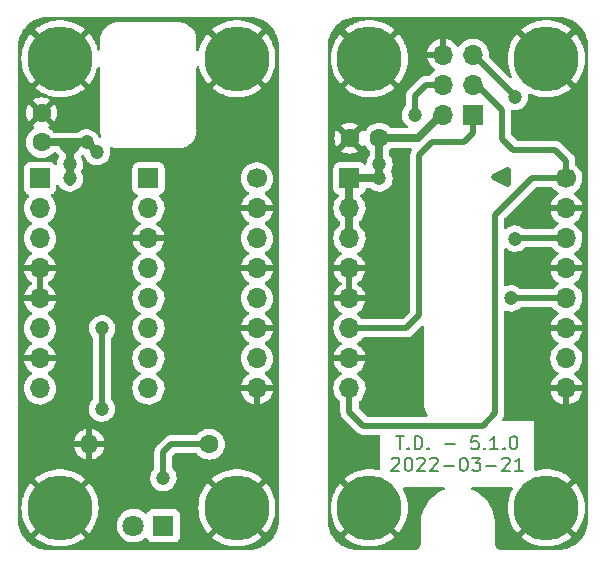
<source format=gbr>
%TF.GenerationSoftware,KiCad,Pcbnew,(6.0.0)*%
%TF.CreationDate,2022-03-21T01:30:51-04:00*%
%TF.ProjectId,JTAG_ISP-BOTH,4a544147-5f49-4535-902d-424f54482e6b,v5.1.0*%
%TF.SameCoordinates,Original*%
%TF.FileFunction,Copper,L1,Top*%
%TF.FilePolarity,Positive*%
%FSLAX46Y46*%
G04 Gerber Fmt 4.6, Leading zero omitted, Abs format (unit mm)*
G04 Created by KiCad (PCBNEW (6.0.0)) date 2022-03-21 01:30:51*
%MOMM*%
%LPD*%
G01*
G04 APERTURE LIST*
%ADD10C,0.190500*%
%TA.AperFunction,NonConductor*%
%ADD11C,0.190500*%
%TD*%
%TA.AperFunction,EtchedComponent*%
%ADD12C,0.508000*%
%TD*%
%TA.AperFunction,ComponentPad*%
%ADD13C,1.700000*%
%TD*%
%TA.AperFunction,ComponentPad*%
%ADD14O,1.700000X1.700000*%
%TD*%
%TA.AperFunction,ComponentPad*%
%ADD15R,1.700000X1.700000*%
%TD*%
%TA.AperFunction,ComponentPad*%
%ADD16C,5.500000*%
%TD*%
%TA.AperFunction,ComponentPad*%
%ADD17C,1.600000*%
%TD*%
%TA.AperFunction,ComponentPad*%
%ADD18C,5.499999*%
%TD*%
%TA.AperFunction,ComponentPad*%
%ADD19O,1.600000X1.600000*%
%TD*%
%TA.AperFunction,ComponentPad*%
%ADD20R,1.800000X1.800000*%
%TD*%
%TA.AperFunction,ComponentPad*%
%ADD21C,1.800000*%
%TD*%
%TA.AperFunction,ViaPad*%
%ADD22C,1.200000*%
%TD*%
%TA.AperFunction,Conductor*%
%ADD23C,0.508000*%
%TD*%
%TA.AperFunction,Conductor*%
%ADD24C,0.635000*%
%TD*%
G04 APERTURE END LIST*
D10*
D11*
X121305754Y-81111801D02*
X121958897Y-81111801D01*
X121632325Y-82254801D02*
X121632325Y-81111801D01*
X122339897Y-82145944D02*
X122394325Y-82200372D01*
X122339897Y-82254801D01*
X122285468Y-82200372D01*
X122339897Y-82145944D01*
X122339897Y-82254801D01*
X122884183Y-82254801D02*
X122884183Y-81111801D01*
X123156325Y-81111801D01*
X123319611Y-81166230D01*
X123428468Y-81275087D01*
X123482897Y-81383944D01*
X123537325Y-81601658D01*
X123537325Y-81764944D01*
X123482897Y-81982658D01*
X123428468Y-82091515D01*
X123319611Y-82200372D01*
X123156325Y-82254801D01*
X122884183Y-82254801D01*
X124027183Y-82145944D02*
X124081611Y-82200372D01*
X124027183Y-82254801D01*
X123972754Y-82200372D01*
X124027183Y-82145944D01*
X124027183Y-82254801D01*
X125442325Y-81819372D02*
X126313183Y-81819372D01*
X128272611Y-81111801D02*
X127728325Y-81111801D01*
X127673897Y-81656087D01*
X127728325Y-81601658D01*
X127837183Y-81547230D01*
X128109325Y-81547230D01*
X128218183Y-81601658D01*
X128272611Y-81656087D01*
X128327040Y-81764944D01*
X128327040Y-82037087D01*
X128272611Y-82145944D01*
X128218183Y-82200372D01*
X128109325Y-82254801D01*
X127837183Y-82254801D01*
X127728325Y-82200372D01*
X127673897Y-82145944D01*
X128816897Y-82145944D02*
X128871325Y-82200372D01*
X128816897Y-82254801D01*
X128762468Y-82200372D01*
X128816897Y-82145944D01*
X128816897Y-82254801D01*
X129959897Y-82254801D02*
X129306754Y-82254801D01*
X129633325Y-82254801D02*
X129633325Y-81111801D01*
X129524468Y-81275087D01*
X129415611Y-81383944D01*
X129306754Y-81438372D01*
X130449754Y-82145944D02*
X130504183Y-82200372D01*
X130449754Y-82254801D01*
X130395325Y-82200372D01*
X130449754Y-82145944D01*
X130449754Y-82254801D01*
X131211754Y-81111801D02*
X131320611Y-81111801D01*
X131429468Y-81166230D01*
X131483897Y-81220658D01*
X131538325Y-81329515D01*
X131592754Y-81547230D01*
X131592754Y-81819372D01*
X131538325Y-82037087D01*
X131483897Y-82145944D01*
X131429468Y-82200372D01*
X131320611Y-82254801D01*
X131211754Y-82254801D01*
X131102897Y-82200372D01*
X131048468Y-82145944D01*
X130994040Y-82037087D01*
X130939611Y-81819372D01*
X130939611Y-81547230D01*
X130994040Y-81329515D01*
X131048468Y-81220658D01*
X131102897Y-81166230D01*
X131211754Y-81111801D01*
X120951968Y-83060888D02*
X121006397Y-83006460D01*
X121115254Y-82952031D01*
X121387397Y-82952031D01*
X121496254Y-83006460D01*
X121550683Y-83060888D01*
X121605111Y-83169745D01*
X121605111Y-83278602D01*
X121550683Y-83441888D01*
X120897540Y-84095031D01*
X121605111Y-84095031D01*
X122312683Y-82952031D02*
X122421540Y-82952031D01*
X122530397Y-83006460D01*
X122584825Y-83060888D01*
X122639254Y-83169745D01*
X122693683Y-83387460D01*
X122693683Y-83659602D01*
X122639254Y-83877317D01*
X122584825Y-83986174D01*
X122530397Y-84040602D01*
X122421540Y-84095031D01*
X122312683Y-84095031D01*
X122203825Y-84040602D01*
X122149397Y-83986174D01*
X122094968Y-83877317D01*
X122040540Y-83659602D01*
X122040540Y-83387460D01*
X122094968Y-83169745D01*
X122149397Y-83060888D01*
X122203825Y-83006460D01*
X122312683Y-82952031D01*
X123129111Y-83060888D02*
X123183540Y-83006460D01*
X123292397Y-82952031D01*
X123564540Y-82952031D01*
X123673397Y-83006460D01*
X123727825Y-83060888D01*
X123782254Y-83169745D01*
X123782254Y-83278602D01*
X123727825Y-83441888D01*
X123074683Y-84095031D01*
X123782254Y-84095031D01*
X124217683Y-83060888D02*
X124272111Y-83006460D01*
X124380968Y-82952031D01*
X124653111Y-82952031D01*
X124761968Y-83006460D01*
X124816397Y-83060888D01*
X124870825Y-83169745D01*
X124870825Y-83278602D01*
X124816397Y-83441888D01*
X124163254Y-84095031D01*
X124870825Y-84095031D01*
X125360683Y-83659602D02*
X126231540Y-83659602D01*
X126993540Y-82952031D02*
X127102397Y-82952031D01*
X127211254Y-83006460D01*
X127265683Y-83060888D01*
X127320111Y-83169745D01*
X127374540Y-83387460D01*
X127374540Y-83659602D01*
X127320111Y-83877317D01*
X127265683Y-83986174D01*
X127211254Y-84040602D01*
X127102397Y-84095031D01*
X126993540Y-84095031D01*
X126884683Y-84040602D01*
X126830254Y-83986174D01*
X126775825Y-83877317D01*
X126721397Y-83659602D01*
X126721397Y-83387460D01*
X126775825Y-83169745D01*
X126830254Y-83060888D01*
X126884683Y-83006460D01*
X126993540Y-82952031D01*
X127755540Y-82952031D02*
X128463111Y-82952031D01*
X128082111Y-83387460D01*
X128245397Y-83387460D01*
X128354254Y-83441888D01*
X128408683Y-83496317D01*
X128463111Y-83605174D01*
X128463111Y-83877317D01*
X128408683Y-83986174D01*
X128354254Y-84040602D01*
X128245397Y-84095031D01*
X127918825Y-84095031D01*
X127809968Y-84040602D01*
X127755540Y-83986174D01*
X128952968Y-83659602D02*
X129823825Y-83659602D01*
X130313683Y-83060888D02*
X130368111Y-83006460D01*
X130476968Y-82952031D01*
X130749111Y-82952031D01*
X130857968Y-83006460D01*
X130912397Y-83060888D01*
X130966825Y-83169745D01*
X130966825Y-83278602D01*
X130912397Y-83441888D01*
X130259254Y-84095031D01*
X130966825Y-84095031D01*
X132055397Y-84095031D02*
X131402254Y-84095031D01*
X131728825Y-84095031D02*
X131728825Y-82952031D01*
X131619968Y-83115317D01*
X131511111Y-83224174D01*
X131402254Y-83278602D01*
D12*
%TO.C,REF\u002A\u002A*%
X129584689Y-59205429D02*
X130822685Y-59793439D01*
X130822685Y-58617429D02*
X129584680Y-59205429D01*
X130739687Y-58730434D02*
X130299687Y-59390434D01*
X130822685Y-58617429D02*
X130822685Y-59793439D01*
%TD*%
D13*
%TO.P,J3,1,Pin_1*%
%TO.N,SCLK*%
X135739681Y-59313633D03*
D14*
%TO.P,J3,2,Pin_2*%
%TO.N,GND*%
X135739681Y-61853633D03*
%TO.P,J3,3,Pin_3*%
%TO.N,RESET*%
X135739681Y-64393633D03*
%TO.P,J3,4,Pin_4*%
%TO.N,GND*%
X135739681Y-66933633D03*
%TO.P,J3,5,Pin_5*%
%TO.N,MOSI*%
X135739681Y-69473633D03*
%TO.P,J3,6,Pin_6*%
%TO.N,GND*%
X135739681Y-72013633D03*
%TO.P,J3,7,Pin_7*%
%TO.N,unconnected-(J3-Pad7)*%
X135739681Y-74553633D03*
%TO.P,J3,8,Pin_8*%
%TO.N,GND*%
X135739681Y-77093633D03*
%TD*%
D15*
%TO.P,J1,1,Pin_1*%
%TO.N,MISO*%
X127828673Y-53930433D03*
D14*
%TO.P,J1,2,Pin_2*%
%TO.N,+5V*%
X125288673Y-53930433D03*
%TO.P,J1,3,Pin_3*%
%TO.N,SCLK*%
X127828673Y-51390433D03*
%TO.P,J1,4,Pin_4*%
%TO.N,MOSI*%
X125288673Y-51390433D03*
%TO.P,J1,5,Pin_5*%
%TO.N,RESET*%
X127828673Y-48850433D03*
%TO.P,J1,6,Pin_6*%
%TO.N,GND*%
X125288673Y-48850433D03*
%TD*%
D16*
%TO.P,REF\u002A\u002A,1*%
%TO.N,GND*%
X134047660Y-87207862D03*
%TD*%
%TO.P,REF\u002A\u002A,1*%
%TO.N,GND*%
X119069661Y-49171450D03*
%TD*%
D17*
%TO.P,C1,1*%
%TO.N,+5V*%
X119903682Y-55905434D03*
%TO.P,C1,2*%
%TO.N,GND*%
X117403682Y-55905434D03*
%TD*%
D16*
%TO.P,REF\u002A\u002A,1*%
%TO.N,GND*%
X134047660Y-49171439D03*
%TD*%
%TO.P,REF\u002A\u002A,1*%
%TO.N,GND*%
X119069661Y-87207862D03*
%TD*%
D15*
%TO.P,J2,1,Pin_1*%
%TO.N,+5V*%
X117377665Y-59313633D03*
D14*
%TO.P,J2,2,Pin_2*%
X117377665Y-61853633D03*
%TO.P,J2,3,Pin_3*%
X117377665Y-64393633D03*
%TO.P,J2,4,Pin_4*%
%TO.N,GND*%
X117377665Y-66933633D03*
%TO.P,J2,5,Pin_5*%
X117377665Y-69473633D03*
%TO.P,J2,6,Pin_6*%
%TO.N,MISO*%
X117377665Y-72013633D03*
%TO.P,J2,7,Pin_7*%
%TO.N,GND*%
X117377665Y-74553633D03*
%TO.P,J2,8,Pin_8*%
%TO.N,SCLK*%
X117377665Y-77093633D03*
%TD*%
D17*
%TO.P,C1,1*%
%TO.N,+5V*%
X91303688Y-56255443D03*
%TO.P,C1,2*%
%TO.N,GND*%
X91303688Y-53755443D03*
%TD*%
D18*
%TO.P,REF\u002A\u002A,1*%
%TO.N,GND*%
X92869672Y-49171446D03*
%TD*%
%TO.P,REF\u002A\u002A,1*%
%TO.N,GND*%
X107847670Y-49171446D03*
%TD*%
D15*
%TO.P,JTAG1,1,#MCLR*%
%TO.N,N/C*%
X100358673Y-59313633D03*
D14*
%TO.P,JTAG1,2,VDD*%
%TO.N,+5V*%
X100358673Y-61853633D03*
%TO.P,JTAG1,3,GND*%
%TO.N,GND*%
X100358673Y-64393633D03*
%TO.P,JTAG1,4,TDO*%
%TO.N,N/C*%
X100358673Y-66933633D03*
%TO.P,JTAG1,5,TCK*%
X100358673Y-69473633D03*
%TO.P,JTAG1,6,#RESET*%
%TO.N,RESET*%
X100358673Y-72013633D03*
%TO.P,JTAG1,7,TDI*%
%TO.N,N/C*%
X100358673Y-74553633D03*
%TO.P,JTAG1,8,TMS*%
X100358673Y-77093633D03*
%TD*%
D18*
%TO.P,REF\u002A\u002A,1*%
%TO.N,GND*%
X107847670Y-87207866D03*
%TD*%
%TO.P,REF\u002A\u002A,1*%
%TO.N,GND*%
X92869672Y-87207866D03*
%TD*%
D15*
%TO.P,J1,1,Pin_1*%
%TO.N,+5V*%
X91177665Y-59313633D03*
D14*
%TO.P,J1,2,Pin_2*%
X91177665Y-61853633D03*
%TO.P,J1,3,Pin_3*%
X91177665Y-64393633D03*
%TO.P,J1,4,Pin_4*%
%TO.N,GND*%
X91177665Y-66933633D03*
%TO.P,J1,5,Pin_5*%
X91177665Y-69473633D03*
%TO.P,J1,6,Pin_6*%
%TO.N,N/C*%
X91177665Y-72013633D03*
%TO.P,J1,7,Pin_7*%
%TO.N,GND*%
X91177665Y-74553633D03*
%TO.P,J1,8,Pin_8*%
%TO.N,N/C*%
X91177665Y-77093633D03*
%TD*%
D13*
%TO.P,J2,1,Pin_1*%
%TO.N,N/C*%
X109539681Y-59313633D03*
D14*
%TO.P,J2,2,Pin_2*%
%TO.N,GND*%
X109539681Y-61853633D03*
%TO.P,J2,3,Pin_3*%
%TO.N,RESET*%
X109539681Y-64393633D03*
%TO.P,J2,4,Pin_4*%
%TO.N,GND*%
X109539681Y-66933633D03*
%TO.P,J2,5,Pin_5*%
%TO.N,N/C*%
X109539681Y-69473633D03*
%TO.P,J2,6,Pin_6*%
%TO.N,GND*%
X109539681Y-72013633D03*
%TO.P,J2,7,Pin_7*%
%TO.N,N/C*%
X109539681Y-74553633D03*
%TO.P,J2,8,Pin_8*%
%TO.N,GND*%
X109539681Y-77093633D03*
%TD*%
D17*
%TO.P,R1,1*%
%TO.N,Net-(D1-Pad1)*%
X105503685Y-81805430D03*
D19*
%TO.P,R1,2*%
%TO.N,GND*%
X95343685Y-81805430D03*
%TD*%
D20*
%TO.P,D1,1,K*%
%TO.N,Net-(D1-Pad1)*%
X101628673Y-88705446D03*
D21*
%TO.P,D1,2,A*%
%TO.N,N/C*%
X99088673Y-88705446D03*
%TD*%
D22*
%TO.N,MOSI*%
X131065182Y-69473645D03*
X122903682Y-53930433D03*
%TO.N,GND*%
X119069661Y-83187867D03*
X134076896Y-83187867D03*
X123002674Y-48850445D03*
X119917666Y-69473633D03*
%TO.N,RESET*%
X131403682Y-52405434D03*
%TO.N,+5V*%
X119917666Y-58105434D03*
X119917666Y-59313645D03*
%TO.N,GND*%
X134047660Y-53191457D03*
X133003682Y-61905434D03*
%TO.N,RESET*%
X131403682Y-64405434D03*
%TO.N,GND*%
X133103694Y-66933633D03*
X133003694Y-72013633D03*
%TO.N,Net-(D1-Pad1)*%
X101628673Y-84680443D03*
%TO.N,+5V*%
X93717665Y-58091451D03*
X95113688Y-56255443D03*
X96003682Y-57105434D03*
X93703683Y-59313629D03*
%TO.N,*%
X96442182Y-72013626D03*
X96403682Y-78805436D03*
%TD*%
D23*
%TO.N,MOSI*%
X135739669Y-69473645D02*
X135739681Y-69473633D01*
X123818683Y-51390433D02*
X125288673Y-51390433D01*
X122903682Y-53930433D02*
X122903682Y-52305434D01*
X122903682Y-52305434D02*
X123818683Y-51390433D01*
D24*
%TO.N,+5V*%
X123177718Y-55905434D02*
X125152719Y-53930433D01*
X119903682Y-56005434D02*
X119803682Y-55905434D01*
D23*
%TO.N,MOSI*%
X131065182Y-69473645D02*
X135739669Y-69473645D01*
%TO.N,RESET*%
X131403682Y-64405434D02*
X131415483Y-64393633D01*
D24*
%TO.N,+5V*%
X117377665Y-61853633D02*
X117377665Y-59313633D01*
D23*
%TO.N,MISO*%
X127828673Y-53930433D02*
X127828673Y-55480443D01*
%TO.N,SCLK*%
X129703682Y-79205434D02*
X129703682Y-62405434D01*
%TO.N,RESET*%
X131415483Y-64393633D02*
X135739681Y-64393633D01*
X127848693Y-48850445D02*
X127848689Y-48850445D01*
D24*
%TO.N,+5V*%
X119803682Y-55905434D02*
X123177718Y-55905434D01*
D23*
%TO.N,RESET*%
X131403682Y-52315438D02*
X127938677Y-48850433D01*
X127938677Y-48850433D02*
X127828673Y-48850433D01*
X131403682Y-52405434D02*
X131403682Y-52315438D01*
%TO.N,SCLK*%
X130303682Y-53505434D02*
X130303682Y-55955434D01*
X131253682Y-56905434D02*
X134803682Y-56905434D01*
X128654085Y-80255031D02*
X129703682Y-79205434D01*
X117377665Y-77093633D02*
X117377665Y-79079417D01*
X117377665Y-79079417D02*
X118553279Y-80255031D01*
D24*
%TO.N,+5V*%
X119903682Y-59413645D02*
X119903682Y-56005434D01*
D23*
%TO.N,SCLK*%
X135739681Y-57841433D02*
X135739681Y-59313633D01*
X132795483Y-59313633D02*
X135739681Y-59313633D01*
X129703682Y-62405434D02*
X132795483Y-59313633D01*
D24*
%TO.N,+5V*%
X117377665Y-59313633D02*
X119803670Y-59313633D01*
X125152719Y-53930433D02*
X125288673Y-53930433D01*
D23*
%TO.N,MISO*%
X127828673Y-55480443D02*
X127103682Y-56205434D01*
X124403682Y-56205434D02*
X123303682Y-57305434D01*
D24*
%TO.N,+5V*%
X119803670Y-59313633D02*
X119903682Y-59413645D01*
X117377665Y-64393633D02*
X117377665Y-61853633D01*
D23*
%TO.N,MISO*%
X122195483Y-72013633D02*
X117377665Y-72013633D01*
%TO.N,SCLK*%
X118553279Y-80255031D02*
X128654085Y-80255031D01*
D24*
%TO.N,GND*%
X134047660Y-83217103D02*
X134076896Y-83187867D01*
D23*
%TO.N,SCLK*%
X128188681Y-51390433D02*
X130303682Y-53505434D01*
%TO.N,MISO*%
X123303682Y-70905434D02*
X122195483Y-72013633D01*
X123303682Y-57305434D02*
X123303682Y-70905434D01*
%TO.N,SCLK*%
X127828673Y-51390433D02*
X128188681Y-51390433D01*
X130303682Y-55955434D02*
X131253682Y-56905434D01*
X134803682Y-56905434D02*
X135739681Y-57841433D01*
%TO.N,MISO*%
X127103682Y-56205434D02*
X124403682Y-56205434D01*
%TO.N,Net-(D1-Pad1)*%
X101628673Y-82480443D02*
X102303682Y-81805434D01*
D24*
%TO.N,+5V*%
X93717665Y-57119417D02*
X93717665Y-58091451D01*
D23*
%TO.N,Net-(D1-Pad1)*%
X101628673Y-84680443D02*
X101628673Y-82480443D01*
D24*
%TO.N,GND*%
X109527863Y-77105434D02*
X109539671Y-77093626D01*
%TO.N,+5V*%
X93553691Y-56955443D02*
X93553691Y-56255443D01*
X91303682Y-56255434D02*
X92853682Y-56255434D01*
X93717665Y-57119417D02*
X94581639Y-56255443D01*
X94353673Y-56255443D02*
X95113688Y-56255443D01*
X93717665Y-58091451D02*
X93717665Y-59591451D01*
X95153691Y-56255443D02*
X96003682Y-57105434D01*
D23*
%TO.N,*%
X96403682Y-72052126D02*
X96442182Y-72013626D01*
X96403682Y-78805436D02*
X96403682Y-72052126D01*
%TO.N,Net-(D1-Pad1)*%
X102303682Y-81805434D02*
X105503682Y-81805434D01*
D24*
%TO.N,+5V*%
X95113688Y-56255443D02*
X95153691Y-56255443D01*
X93553691Y-56255443D02*
X94353673Y-56255443D01*
X91303688Y-56255443D02*
X93553691Y-56255443D01*
%TO.N,GND*%
X109539664Y-61853633D02*
X109539671Y-61853626D01*
%TO.N,+5V*%
X92853682Y-56255434D02*
X93717665Y-57119417D01*
%TD*%
%TA.AperFunction,Conductor*%
%TO.N,GND*%
G36*
X108867649Y-45630934D02*
G01*
X108882527Y-45633251D01*
X108882531Y-45633251D01*
X108891400Y-45634632D01*
X108908569Y-45632387D01*
X108932509Y-45631554D01*
X109190440Y-45647156D01*
X109205544Y-45648990D01*
X109276318Y-45661960D01*
X109486549Y-45700486D01*
X109501311Y-45704124D01*
X109774078Y-45789121D01*
X109788297Y-45794515D01*
X110048810Y-45911762D01*
X110062279Y-45918831D01*
X110306765Y-46066628D01*
X110319287Y-46075271D01*
X110544177Y-46251462D01*
X110555565Y-46261552D01*
X110757564Y-46463551D01*
X110767654Y-46474939D01*
X110943845Y-46699829D01*
X110952488Y-46712351D01*
X111100285Y-46956837D01*
X111107354Y-46970306D01*
X111209009Y-47196175D01*
X111224600Y-47230816D01*
X111229995Y-47245038D01*
X111305760Y-47488175D01*
X111314991Y-47517799D01*
X111318630Y-47532567D01*
X111333345Y-47612861D01*
X111370126Y-47813572D01*
X111371960Y-47828676D01*
X111387125Y-48079375D01*
X111385868Y-48106085D01*
X111385865Y-48106305D01*
X111384484Y-48115176D01*
X111385648Y-48124078D01*
X111385648Y-48124081D01*
X111388606Y-48146697D01*
X111389670Y-48163035D01*
X111389670Y-88208538D01*
X111388170Y-88227923D01*
X111386145Y-88240931D01*
X111384484Y-88251596D01*
X111386684Y-88268420D01*
X111386729Y-88268763D01*
X111387562Y-88292705D01*
X111371960Y-88550636D01*
X111370126Y-88565740D01*
X111318632Y-88846739D01*
X111314992Y-88861507D01*
X111231922Y-89128088D01*
X111229996Y-89134270D01*
X111224601Y-89148493D01*
X111135222Y-89347087D01*
X111107356Y-89409002D01*
X111100285Y-89422475D01*
X110952488Y-89666961D01*
X110943845Y-89679483D01*
X110767654Y-89904373D01*
X110757564Y-89915761D01*
X110555565Y-90117760D01*
X110544177Y-90127850D01*
X110319287Y-90304041D01*
X110306765Y-90312684D01*
X110062279Y-90460481D01*
X110048810Y-90467550D01*
X109788300Y-90584796D01*
X109774078Y-90590191D01*
X109501311Y-90675188D01*
X109486549Y-90678826D01*
X109276318Y-90717352D01*
X109205544Y-90730322D01*
X109190440Y-90732156D01*
X108939741Y-90747321D01*
X108913031Y-90746064D01*
X108912811Y-90746061D01*
X108903940Y-90744680D01*
X108895038Y-90745844D01*
X108895035Y-90745844D01*
X108872419Y-90748802D01*
X108856081Y-90749866D01*
X91869000Y-90749866D01*
X91849615Y-90748366D01*
X91834814Y-90746061D01*
X91834811Y-90746061D01*
X91825942Y-90744680D01*
X91808773Y-90746925D01*
X91784833Y-90747758D01*
X91526902Y-90732156D01*
X91511798Y-90730322D01*
X91441024Y-90717352D01*
X91230793Y-90678826D01*
X91216031Y-90675188D01*
X90943264Y-90590191D01*
X90929042Y-90584796D01*
X90668532Y-90467550D01*
X90655063Y-90460481D01*
X90410577Y-90312684D01*
X90398055Y-90304041D01*
X90173165Y-90127850D01*
X90161777Y-90117760D01*
X89959778Y-89915761D01*
X89949688Y-89904373D01*
X89779586Y-89687255D01*
X90755214Y-89687255D01*
X90763350Y-89698260D01*
X91023611Y-89897964D01*
X91029210Y-89901798D01*
X91324934Y-90081601D01*
X91330924Y-90084813D01*
X91644330Y-90231623D01*
X91650634Y-90234170D01*
X91978056Y-90346271D01*
X91984607Y-90348125D01*
X92322212Y-90424207D01*
X92328931Y-90425344D01*
X92672785Y-90464522D01*
X92679575Y-90464925D01*
X93025645Y-90466737D01*
X93032446Y-90466405D01*
X93376692Y-90430831D01*
X93383420Y-90429765D01*
X93721816Y-90357218D01*
X93728365Y-90355439D01*
X94056950Y-90246770D01*
X94063292Y-90244284D01*
X94378195Y-90100775D01*
X94384249Y-90097610D01*
X94681799Y-89920938D01*
X94687480Y-89917135D01*
X94964218Y-89709355D01*
X94969442Y-89704971D01*
X94975909Y-89698919D01*
X94983978Y-89685239D01*
X94983951Y-89684515D01*
X94978807Y-89676212D01*
X92882482Y-87579886D01*
X92868541Y-87572274D01*
X92866706Y-87572405D01*
X92860092Y-87576656D01*
X90762095Y-89674654D01*
X90755214Y-89687255D01*
X89779586Y-89687255D01*
X89773497Y-89679483D01*
X89764854Y-89666961D01*
X89617057Y-89422475D01*
X89609986Y-89409002D01*
X89582121Y-89347087D01*
X89492741Y-89148493D01*
X89487346Y-89134270D01*
X89485420Y-89128088D01*
X89402350Y-88861507D01*
X89398710Y-88846739D01*
X89347216Y-88565740D01*
X89345382Y-88550636D01*
X89330217Y-88299937D01*
X89331474Y-88273227D01*
X89331477Y-88273007D01*
X89332858Y-88264136D01*
X89331219Y-88251596D01*
X89328736Y-88232615D01*
X89327672Y-88216277D01*
X89327672Y-87199873D01*
X89607080Y-87199873D01*
X89624590Y-87545525D01*
X89625300Y-87552281D01*
X89680036Y-87894007D01*
X89681475Y-87900662D01*
X89772795Y-88234470D01*
X89774944Y-88240931D01*
X89901783Y-88562932D01*
X89904614Y-88569115D01*
X90065484Y-88875529D01*
X90068978Y-88881390D01*
X90261990Y-89168620D01*
X90266100Y-89174074D01*
X90381583Y-89311215D01*
X90394322Y-89319659D01*
X90404765Y-89313562D01*
X92497652Y-87220676D01*
X92504029Y-87208997D01*
X93234080Y-87208997D01*
X93234211Y-87210831D01*
X93238462Y-87217446D01*
X95333225Y-89312208D01*
X95346821Y-89319633D01*
X95356434Y-89312932D01*
X95452516Y-89201226D01*
X95456674Y-89195826D01*
X95652694Y-88910617D01*
X95656241Y-88904806D01*
X95782177Y-88670915D01*
X97675768Y-88670915D01*
X97676065Y-88676068D01*
X97676065Y-88676071D01*
X97687903Y-88881390D01*
X97689100Y-88902143D01*
X97690237Y-88907189D01*
X97690238Y-88907195D01*
X97722414Y-89049969D01*
X97740019Y-89128088D01*
X97741961Y-89132870D01*
X97741962Y-89132874D01*
X97814379Y-89311215D01*
X97827157Y-89342683D01*
X97948174Y-89540165D01*
X98099820Y-89715230D01*
X98278022Y-89863176D01*
X98477995Y-89980030D01*
X98694367Y-90062655D01*
X98699433Y-90063686D01*
X98699434Y-90063686D01*
X98752519Y-90074486D01*
X98921329Y-90108831D01*
X99050762Y-90113577D01*
X99147622Y-90117129D01*
X99147626Y-90117129D01*
X99152786Y-90117318D01*
X99157906Y-90116662D01*
X99157908Y-90116662D01*
X99231839Y-90107191D01*
X99382520Y-90087888D01*
X99387468Y-90086403D01*
X99387475Y-90086402D01*
X99599420Y-90022815D01*
X99604363Y-90021332D01*
X99684909Y-89981873D01*
X99807722Y-89921708D01*
X99807725Y-89921706D01*
X99812357Y-89919437D01*
X100000916Y-89784940D01*
X100045982Y-89740031D01*
X100108354Y-89706115D01*
X100179160Y-89711303D01*
X100235922Y-89753949D01*
X100252904Y-89785053D01*
X100278058Y-89852151D01*
X100365412Y-89968707D01*
X100481968Y-90056061D01*
X100618357Y-90107191D01*
X100680539Y-90113946D01*
X102576807Y-90113946D01*
X102638989Y-90107191D01*
X102775378Y-90056061D01*
X102891934Y-89968707D01*
X102979288Y-89852151D01*
X103030418Y-89715762D01*
X103033515Y-89687255D01*
X105733212Y-89687255D01*
X105741348Y-89698260D01*
X106001609Y-89897964D01*
X106007208Y-89901798D01*
X106302932Y-90081601D01*
X106308922Y-90084813D01*
X106622328Y-90231623D01*
X106628632Y-90234170D01*
X106956054Y-90346271D01*
X106962605Y-90348125D01*
X107300210Y-90424207D01*
X107306929Y-90425344D01*
X107650783Y-90464522D01*
X107657573Y-90464925D01*
X108003643Y-90466737D01*
X108010444Y-90466405D01*
X108354690Y-90430831D01*
X108361418Y-90429765D01*
X108699814Y-90357218D01*
X108706363Y-90355439D01*
X109034948Y-90246770D01*
X109041290Y-90244284D01*
X109356193Y-90100775D01*
X109362247Y-90097610D01*
X109659797Y-89920938D01*
X109665478Y-89917135D01*
X109942216Y-89709355D01*
X109947440Y-89704971D01*
X109953907Y-89698919D01*
X109961976Y-89685239D01*
X109961949Y-89684515D01*
X109956805Y-89676212D01*
X107860480Y-87579886D01*
X107846539Y-87572274D01*
X107844704Y-87572405D01*
X107838090Y-87576656D01*
X105740093Y-89674654D01*
X105733212Y-89687255D01*
X103033515Y-89687255D01*
X103037173Y-89653580D01*
X103037173Y-87757312D01*
X103030418Y-87695130D01*
X102979288Y-87558741D01*
X102891934Y-87442185D01*
X102775378Y-87354831D01*
X102638989Y-87303701D01*
X102576807Y-87296946D01*
X100680539Y-87296946D01*
X100618357Y-87303701D01*
X100481968Y-87354831D01*
X100365412Y-87442185D01*
X100278058Y-87558741D01*
X100274906Y-87567149D01*
X100274905Y-87567151D01*
X100254211Y-87622352D01*
X100211570Y-87679117D01*
X100145008Y-87703817D01*
X100075659Y-87688610D01*
X100052840Y-87672112D01*
X100052560Y-87671804D01*
X99944202Y-87586228D01*
X99874850Y-87531457D01*
X99874845Y-87531454D01*
X99870796Y-87528256D01*
X99866280Y-87525763D01*
X99866277Y-87525761D01*
X99672552Y-87418819D01*
X99672548Y-87418817D01*
X99668028Y-87416322D01*
X99663159Y-87414598D01*
X99663155Y-87414596D01*
X99454576Y-87340734D01*
X99454572Y-87340733D01*
X99449701Y-87339008D01*
X99444608Y-87338101D01*
X99444605Y-87338100D01*
X99226768Y-87299297D01*
X99226762Y-87299296D01*
X99221679Y-87298391D01*
X99148769Y-87297500D01*
X98995254Y-87295625D01*
X98995252Y-87295625D01*
X98990084Y-87295562D01*
X98761137Y-87330596D01*
X98540987Y-87402552D01*
X98536399Y-87404940D01*
X98536395Y-87404942D01*
X98340134Y-87507109D01*
X98335545Y-87509498D01*
X98331412Y-87512601D01*
X98331409Y-87512603D01*
X98154463Y-87645458D01*
X98150328Y-87648563D01*
X97990312Y-87816010D01*
X97859792Y-88007345D01*
X97762275Y-88217427D01*
X97700380Y-88440615D01*
X97675768Y-88670915D01*
X95782177Y-88670915D01*
X95820305Y-88600104D01*
X95823212Y-88593926D01*
X95953415Y-88273277D01*
X95955629Y-88266847D01*
X96050440Y-87934009D01*
X96051947Y-87927379D01*
X96110261Y-87586228D01*
X96111041Y-87579488D01*
X96132266Y-87232442D01*
X96132382Y-87228839D01*
X96132450Y-87209685D01*
X96132358Y-87206060D01*
X96132023Y-87199873D01*
X104585078Y-87199873D01*
X104602588Y-87545525D01*
X104603298Y-87552281D01*
X104658034Y-87894007D01*
X104659473Y-87900662D01*
X104750793Y-88234470D01*
X104752942Y-88240931D01*
X104879781Y-88562932D01*
X104882612Y-88569115D01*
X105043482Y-88875529D01*
X105046976Y-88881390D01*
X105239988Y-89168620D01*
X105244098Y-89174074D01*
X105359581Y-89311215D01*
X105372320Y-89319659D01*
X105382763Y-89313562D01*
X107475650Y-87220676D01*
X107482027Y-87208997D01*
X108212078Y-87208997D01*
X108212209Y-87210831D01*
X108216460Y-87217446D01*
X110311223Y-89312208D01*
X110324819Y-89319633D01*
X110334432Y-89312932D01*
X110430514Y-89201226D01*
X110434672Y-89195826D01*
X110630692Y-88910617D01*
X110634239Y-88904806D01*
X110798303Y-88600104D01*
X110801210Y-88593926D01*
X110931413Y-88273277D01*
X110933627Y-88266847D01*
X111028438Y-87934009D01*
X111029945Y-87927379D01*
X111088259Y-87586228D01*
X111089039Y-87579488D01*
X111110264Y-87232442D01*
X111110380Y-87228839D01*
X111110448Y-87209685D01*
X111110356Y-87206060D01*
X111091554Y-86858889D01*
X111090819Y-86852123D01*
X111034893Y-86510604D01*
X111033426Y-86503932D01*
X110940947Y-86170464D01*
X110938773Y-86164001D01*
X110810811Y-85842448D01*
X110807955Y-85836268D01*
X110646017Y-85530420D01*
X110642517Y-85524595D01*
X110448481Y-85238005D01*
X110444374Y-85232595D01*
X110335759Y-85104521D01*
X110322934Y-85096085D01*
X110312610Y-85102137D01*
X108219690Y-87195056D01*
X108212078Y-87208997D01*
X107482027Y-87208997D01*
X107483262Y-87206735D01*
X107483131Y-87204900D01*
X107478880Y-87198286D01*
X105384128Y-85103535D01*
X105370591Y-85096143D01*
X105360889Y-85102931D01*
X105257878Y-85223542D01*
X105253745Y-85228947D01*
X105058721Y-85514842D01*
X105055200Y-85520655D01*
X104892192Y-85825940D01*
X104889306Y-85832130D01*
X104760228Y-86153223D01*
X104758037Y-86159658D01*
X104664385Y-86492834D01*
X104662902Y-86499469D01*
X104605783Y-86840802D01*
X104605024Y-86847574D01*
X104585102Y-87193078D01*
X104585078Y-87199873D01*
X96132023Y-87199873D01*
X96113556Y-86858889D01*
X96112821Y-86852123D01*
X96056895Y-86510604D01*
X96055428Y-86503932D01*
X95962949Y-86170464D01*
X95960775Y-86164001D01*
X95832813Y-85842448D01*
X95829957Y-85836268D01*
X95668019Y-85530420D01*
X95664519Y-85524595D01*
X95470483Y-85238005D01*
X95466376Y-85232595D01*
X95357761Y-85104521D01*
X95344936Y-85096085D01*
X95334612Y-85102137D01*
X93241692Y-87195056D01*
X93234080Y-87208997D01*
X92504029Y-87208997D01*
X92505264Y-87206735D01*
X92505133Y-87204900D01*
X92500882Y-87198286D01*
X90406130Y-85103535D01*
X90392593Y-85096143D01*
X90382891Y-85102931D01*
X90279880Y-85223542D01*
X90275747Y-85228947D01*
X90080723Y-85514842D01*
X90077202Y-85520655D01*
X89914194Y-85825940D01*
X89911308Y-85832130D01*
X89782230Y-86153223D01*
X89780039Y-86159658D01*
X89686387Y-86492834D01*
X89684904Y-86499469D01*
X89627785Y-86840802D01*
X89627026Y-86847574D01*
X89607104Y-87193078D01*
X89607080Y-87199873D01*
X89327672Y-87199873D01*
X89327672Y-84730101D01*
X90754995Y-84730101D01*
X90755029Y-84730940D01*
X90760084Y-84739067D01*
X92856862Y-86835846D01*
X92870803Y-86843458D01*
X92872638Y-86843327D01*
X92879252Y-86839076D01*
X94977102Y-84741225D01*
X94984716Y-84727281D01*
X94984648Y-84726327D01*
X94980694Y-84720348D01*
X94890058Y-84651302D01*
X100515805Y-84651302D01*
X100529130Y-84854594D01*
X100579278Y-85052053D01*
X100664571Y-85237067D01*
X100782152Y-85403440D01*
X100928083Y-85545600D01*
X100932879Y-85548805D01*
X100932882Y-85548807D01*
X101000822Y-85594203D01*
X101097476Y-85658785D01*
X101102779Y-85661063D01*
X101102782Y-85661065D01*
X101191788Y-85699305D01*
X101284660Y-85739206D01*
X101357490Y-85755686D01*
X101477728Y-85782893D01*
X101477733Y-85782894D01*
X101483365Y-85784168D01*
X101489136Y-85784395D01*
X101489138Y-85784395D01*
X101552143Y-85786870D01*
X101686936Y-85792166D01*
X101888556Y-85762933D01*
X101894020Y-85761078D01*
X101894025Y-85761077D01*
X102076000Y-85699305D01*
X102076005Y-85699303D01*
X102081472Y-85697447D01*
X102259224Y-85597901D01*
X102415859Y-85467629D01*
X102546131Y-85310994D01*
X102645677Y-85133242D01*
X102647533Y-85127775D01*
X102647535Y-85127770D01*
X102709307Y-84945795D01*
X102709308Y-84945790D01*
X102711163Y-84940326D01*
X102740396Y-84738706D01*
X102740621Y-84730101D01*
X105732993Y-84730101D01*
X105733027Y-84730940D01*
X105738082Y-84739067D01*
X107834860Y-86835846D01*
X107848801Y-86843458D01*
X107850636Y-86843327D01*
X107857250Y-86839076D01*
X109955100Y-84741225D01*
X109962714Y-84727281D01*
X109962646Y-84726327D01*
X109958692Y-84720348D01*
X109684334Y-84511343D01*
X109678710Y-84507521D01*
X109382369Y-84328757D01*
X109376362Y-84325564D01*
X109062459Y-84179854D01*
X109056136Y-84177325D01*
X108728324Y-84066367D01*
X108721766Y-84064537D01*
X108383902Y-83989633D01*
X108377173Y-83988519D01*
X108033185Y-83950542D01*
X108026405Y-83950163D01*
X107680306Y-83949560D01*
X107673533Y-83949915D01*
X107329396Y-83986692D01*
X107322686Y-83987779D01*
X106984554Y-84061504D01*
X106977979Y-84063315D01*
X106649787Y-84173126D01*
X106643465Y-84175629D01*
X106329058Y-84320240D01*
X106323015Y-84323426D01*
X106026076Y-84501140D01*
X106020416Y-84504958D01*
X105744403Y-84713707D01*
X105740811Y-84716741D01*
X105732993Y-84730101D01*
X102740621Y-84730101D01*
X102741922Y-84680443D01*
X102723281Y-84477569D01*
X102681311Y-84328757D01*
X102669548Y-84287049D01*
X102669547Y-84287047D01*
X102667980Y-84281490D01*
X102657353Y-84259939D01*
X102580429Y-84103953D01*
X102577874Y-84098772D01*
X102559469Y-84074124D01*
X102459431Y-83940158D01*
X102459431Y-83940157D01*
X102455978Y-83935534D01*
X102431644Y-83913040D01*
X102395199Y-83852112D01*
X102391173Y-83820515D01*
X102391173Y-82848471D01*
X102411175Y-82780350D01*
X102428078Y-82759376D01*
X102582615Y-82604839D01*
X102644927Y-82570813D01*
X102671710Y-82567934D01*
X104374622Y-82567934D01*
X104442743Y-82587936D01*
X104477833Y-82621661D01*
X104497487Y-82649730D01*
X104659385Y-82811628D01*
X104663893Y-82814785D01*
X104663896Y-82814787D01*
X104712002Y-82848471D01*
X104846936Y-82942953D01*
X104851918Y-82945276D01*
X104851923Y-82945279D01*
X105048450Y-83036920D01*
X105054442Y-83039714D01*
X105059750Y-83041136D01*
X105059752Y-83041137D01*
X105270283Y-83097549D01*
X105270285Y-83097549D01*
X105275598Y-83098973D01*
X105503685Y-83118928D01*
X105731772Y-83098973D01*
X105737085Y-83097549D01*
X105737087Y-83097549D01*
X105947618Y-83041137D01*
X105947620Y-83041136D01*
X105952928Y-83039714D01*
X105958920Y-83036920D01*
X106155447Y-82945279D01*
X106155452Y-82945276D01*
X106160434Y-82942953D01*
X106295368Y-82848471D01*
X106343474Y-82814787D01*
X106343477Y-82814785D01*
X106347985Y-82811628D01*
X106509883Y-82649730D01*
X106641208Y-82462179D01*
X106643531Y-82457197D01*
X106643534Y-82457192D01*
X106735646Y-82259655D01*
X106735646Y-82259654D01*
X106737969Y-82254673D01*
X106745673Y-82225924D01*
X106795804Y-82038832D01*
X106795804Y-82038830D01*
X106797228Y-82033517D01*
X106817183Y-81805430D01*
X106797228Y-81577343D01*
X106786929Y-81538908D01*
X106739392Y-81361497D01*
X106739391Y-81361495D01*
X106737969Y-81356187D01*
X106700327Y-81275462D01*
X106643534Y-81153668D01*
X106643531Y-81153663D01*
X106641208Y-81148681D01*
X106509883Y-80961130D01*
X106347985Y-80799232D01*
X106343477Y-80796075D01*
X106343474Y-80796073D01*
X106265296Y-80741332D01*
X106160434Y-80667907D01*
X106155452Y-80665584D01*
X106155447Y-80665581D01*
X105957910Y-80573469D01*
X105957909Y-80573469D01*
X105952928Y-80571146D01*
X105947620Y-80569724D01*
X105947618Y-80569723D01*
X105737087Y-80513311D01*
X105737085Y-80513311D01*
X105731772Y-80511887D01*
X105503685Y-80491932D01*
X105275598Y-80511887D01*
X105270285Y-80513311D01*
X105270283Y-80513311D01*
X105059752Y-80569723D01*
X105059750Y-80569724D01*
X105054442Y-80571146D01*
X105049461Y-80573469D01*
X105049460Y-80573469D01*
X104851923Y-80665581D01*
X104851918Y-80665584D01*
X104846936Y-80667907D01*
X104742074Y-80741332D01*
X104663896Y-80796073D01*
X104663893Y-80796075D01*
X104659385Y-80799232D01*
X104497487Y-80961130D01*
X104477828Y-80989205D01*
X104422373Y-81033533D01*
X104374616Y-81042934D01*
X102371058Y-81042934D01*
X102352108Y-81041501D01*
X102337709Y-81039310D01*
X102337703Y-81039310D01*
X102330474Y-81038210D01*
X102323182Y-81038803D01*
X102323179Y-81038803D01*
X102277499Y-81042519D01*
X102267284Y-81042934D01*
X102259157Y-81042934D01*
X102255521Y-81043358D01*
X102255519Y-81043358D01*
X102252067Y-81043761D01*
X102230758Y-81046245D01*
X102226438Y-81046672D01*
X102153256Y-81052625D01*
X102146294Y-81054881D01*
X102140306Y-81056077D01*
X102134349Y-81057485D01*
X102127075Y-81058333D01*
X102120193Y-81060831D01*
X102120189Y-81060832D01*
X102058075Y-81083379D01*
X102053971Y-81084789D01*
X101984107Y-81107421D01*
X101977844Y-81111221D01*
X101972302Y-81113759D01*
X101966826Y-81116501D01*
X101959941Y-81119000D01*
X101953817Y-81123015D01*
X101898550Y-81159249D01*
X101894882Y-81161564D01*
X101832101Y-81199661D01*
X101827896Y-81203375D01*
X101827893Y-81203377D01*
X101823677Y-81207101D01*
X101823651Y-81207072D01*
X101820720Y-81209672D01*
X101817366Y-81212476D01*
X101811247Y-81216488D01*
X101806215Y-81221800D01*
X101757694Y-81273020D01*
X101755316Y-81275462D01*
X101137145Y-81893633D01*
X101122732Y-81906020D01*
X101105109Y-81918989D01*
X101100365Y-81924572D01*
X101100366Y-81924572D01*
X101070694Y-81959498D01*
X101063764Y-81967014D01*
X101058020Y-81972758D01*
X101055746Y-81975632D01*
X101055740Y-81975639D01*
X101040301Y-81995154D01*
X101037510Y-81998558D01*
X100994728Y-82048915D01*
X100994725Y-82048919D01*
X100989989Y-82054494D01*
X100986661Y-82061011D01*
X100983284Y-82066075D01*
X100980057Y-82071299D01*
X100975513Y-82077043D01*
X100972414Y-82083674D01*
X100944441Y-82143525D01*
X100942510Y-82147476D01*
X100909130Y-82212847D01*
X100907389Y-82219962D01*
X100905252Y-82225708D01*
X100903328Y-82231491D01*
X100900229Y-82238122D01*
X100896787Y-82254673D01*
X100885281Y-82309990D01*
X100884312Y-82314272D01*
X100866869Y-82385555D01*
X100866173Y-82396773D01*
X100866134Y-82396771D01*
X100865901Y-82400672D01*
X100865512Y-82405031D01*
X100864021Y-82412199D01*
X100864219Y-82419516D01*
X100866127Y-82490020D01*
X100866173Y-82493429D01*
X100866173Y-83817560D01*
X100846171Y-83885681D01*
X100828966Y-83905657D01*
X100829469Y-83906135D01*
X100825488Y-83910329D01*
X100821151Y-83914133D01*
X100817584Y-83918658D01*
X100817579Y-83918663D01*
X100761631Y-83989633D01*
X100695024Y-84074124D01*
X100600165Y-84254421D01*
X100539751Y-84448986D01*
X100515805Y-84651302D01*
X94890058Y-84651302D01*
X94706336Y-84511343D01*
X94700712Y-84507521D01*
X94404371Y-84328757D01*
X94398364Y-84325564D01*
X94084461Y-84179854D01*
X94078138Y-84177325D01*
X93750326Y-84066367D01*
X93743768Y-84064537D01*
X93405904Y-83989633D01*
X93399175Y-83988519D01*
X93055187Y-83950542D01*
X93048407Y-83950163D01*
X92702308Y-83949560D01*
X92695535Y-83949915D01*
X92351398Y-83986692D01*
X92344688Y-83987779D01*
X92006556Y-84061504D01*
X91999981Y-84063315D01*
X91671789Y-84173126D01*
X91665467Y-84175629D01*
X91351060Y-84320240D01*
X91345017Y-84323426D01*
X91048078Y-84501140D01*
X91042418Y-84504958D01*
X90766405Y-84713707D01*
X90762813Y-84716741D01*
X90754995Y-84730101D01*
X89327672Y-84730101D01*
X89327672Y-82071952D01*
X94060958Y-82071952D01*
X94108449Y-82249191D01*
X94112195Y-82259483D01*
X94204271Y-82456941D01*
X94209754Y-82466437D01*
X94334713Y-82644897D01*
X94341769Y-82653305D01*
X94495810Y-82807346D01*
X94504218Y-82814402D01*
X94682678Y-82939361D01*
X94692174Y-82944844D01*
X94889632Y-83036920D01*
X94899924Y-83040666D01*
X95072188Y-83086824D01*
X95086284Y-83086488D01*
X95089685Y-83078546D01*
X95089685Y-83073397D01*
X95597685Y-83073397D01*
X95601658Y-83086928D01*
X95610207Y-83088157D01*
X95787446Y-83040666D01*
X95797738Y-83036920D01*
X95995196Y-82944844D01*
X96004692Y-82939361D01*
X96183152Y-82814402D01*
X96191560Y-82807346D01*
X96345601Y-82653305D01*
X96352657Y-82644897D01*
X96477616Y-82466437D01*
X96483099Y-82456941D01*
X96575175Y-82259483D01*
X96578921Y-82249191D01*
X96625079Y-82076927D01*
X96624743Y-82062831D01*
X96616801Y-82059430D01*
X95615800Y-82059430D01*
X95600561Y-82063905D01*
X95599356Y-82065295D01*
X95597685Y-82072978D01*
X95597685Y-83073397D01*
X95089685Y-83073397D01*
X95089685Y-82077545D01*
X95085210Y-82062306D01*
X95083820Y-82061101D01*
X95076137Y-82059430D01*
X94075718Y-82059430D01*
X94062187Y-82063403D01*
X94060958Y-82071952D01*
X89327672Y-82071952D01*
X89327672Y-81533933D01*
X94062291Y-81533933D01*
X94062627Y-81548029D01*
X94070569Y-81551430D01*
X95071570Y-81551430D01*
X95086809Y-81546955D01*
X95088014Y-81545565D01*
X95089685Y-81537882D01*
X95089685Y-81533315D01*
X95597685Y-81533315D01*
X95602160Y-81548554D01*
X95603550Y-81549759D01*
X95611233Y-81551430D01*
X96611652Y-81551430D01*
X96625183Y-81547457D01*
X96626412Y-81538908D01*
X96578921Y-81361669D01*
X96575175Y-81351377D01*
X96483099Y-81153919D01*
X96477616Y-81144423D01*
X96352657Y-80965963D01*
X96345601Y-80957555D01*
X96191560Y-80803514D01*
X96183152Y-80796458D01*
X96004692Y-80671499D01*
X95995196Y-80666016D01*
X95797738Y-80573940D01*
X95787446Y-80570194D01*
X95615182Y-80524036D01*
X95601086Y-80524372D01*
X95597685Y-80532314D01*
X95597685Y-81533315D01*
X95089685Y-81533315D01*
X95089685Y-80537463D01*
X95085712Y-80523932D01*
X95077163Y-80522703D01*
X94899924Y-80570194D01*
X94889632Y-80573940D01*
X94692174Y-80666016D01*
X94682678Y-80671499D01*
X94504218Y-80796458D01*
X94495810Y-80803514D01*
X94341769Y-80957555D01*
X94334713Y-80965963D01*
X94209754Y-81144423D01*
X94204271Y-81153919D01*
X94112195Y-81351377D01*
X94108449Y-81361669D01*
X94062291Y-81533933D01*
X89327672Y-81533933D01*
X89327672Y-78776295D01*
X95290814Y-78776295D01*
X95304139Y-78979587D01*
X95354287Y-79177046D01*
X95439580Y-79362060D01*
X95557161Y-79528433D01*
X95703092Y-79670593D01*
X95707888Y-79673798D01*
X95707891Y-79673800D01*
X95775831Y-79719196D01*
X95872485Y-79783778D01*
X95877788Y-79786056D01*
X95877791Y-79786058D01*
X95966797Y-79824298D01*
X96059669Y-79864199D01*
X96132499Y-79880679D01*
X96252737Y-79907886D01*
X96252742Y-79907887D01*
X96258374Y-79909161D01*
X96264145Y-79909388D01*
X96264147Y-79909388D01*
X96327152Y-79911863D01*
X96461945Y-79917159D01*
X96663565Y-79887926D01*
X96669029Y-79886071D01*
X96669034Y-79886070D01*
X96851009Y-79824298D01*
X96851014Y-79824296D01*
X96856481Y-79822440D01*
X97034233Y-79722894D01*
X97190868Y-79592622D01*
X97321140Y-79435987D01*
X97420686Y-79258235D01*
X97422542Y-79252768D01*
X97422544Y-79252763D01*
X97484316Y-79070788D01*
X97484317Y-79070783D01*
X97486172Y-79065319D01*
X97515405Y-78863699D01*
X97516931Y-78805436D01*
X97498290Y-78602562D01*
X97448357Y-78425516D01*
X97444557Y-78412042D01*
X97444556Y-78412040D01*
X97442989Y-78406483D01*
X97440196Y-78400818D01*
X97355438Y-78228946D01*
X97352883Y-78223765D01*
X97334478Y-78199117D01*
X97234440Y-78065151D01*
X97234440Y-78065150D01*
X97230987Y-78060527D01*
X97206653Y-78038033D01*
X97170208Y-77977105D01*
X97166182Y-77945508D01*
X97166182Y-77060328D01*
X98995924Y-77060328D01*
X98996221Y-77065481D01*
X98996221Y-77065484D01*
X99001684Y-77160223D01*
X99008783Y-77283348D01*
X99009920Y-77288394D01*
X99009921Y-77288400D01*
X99024122Y-77351411D01*
X99057895Y-77501272D01*
X99141939Y-77708249D01*
X99258660Y-77898721D01*
X99404923Y-78067571D01*
X99576799Y-78210265D01*
X99769673Y-78322971D01*
X99978365Y-78402663D01*
X99983433Y-78403694D01*
X99983436Y-78403695D01*
X100078535Y-78423043D01*
X100197270Y-78447200D01*
X100202445Y-78447390D01*
X100202447Y-78447390D01*
X100415346Y-78455197D01*
X100415350Y-78455197D01*
X100420510Y-78455386D01*
X100425630Y-78454730D01*
X100425632Y-78454730D01*
X100636961Y-78427658D01*
X100636962Y-78427658D01*
X100642089Y-78427001D01*
X100647039Y-78425516D01*
X100851102Y-78364294D01*
X100851107Y-78364292D01*
X100856057Y-78362807D01*
X101056667Y-78264529D01*
X101238533Y-78134806D01*
X101396769Y-77977122D01*
X101456267Y-77894322D01*
X101524108Y-77799910D01*
X101527126Y-77795710D01*
X101626103Y-77595444D01*
X101691043Y-77381702D01*
X101693690Y-77361599D01*
X108207938Y-77361599D01*
X108238246Y-77496079D01*
X108241326Y-77505908D01*
X108321451Y-77703236D01*
X108326094Y-77712427D01*
X108437375Y-77894021D01*
X108443458Y-77902332D01*
X108582894Y-78063300D01*
X108590261Y-78070516D01*
X108754115Y-78206549D01*
X108762562Y-78212464D01*
X108946437Y-78319912D01*
X108955723Y-78324362D01*
X109154682Y-78400336D01*
X109164580Y-78403212D01*
X109267931Y-78424239D01*
X109281980Y-78423043D01*
X109285681Y-78412698D01*
X109285681Y-78412150D01*
X109793681Y-78412150D01*
X109797745Y-78425992D01*
X109811159Y-78428026D01*
X109817865Y-78427167D01*
X109827943Y-78425025D01*
X110031936Y-78363824D01*
X110041523Y-78360066D01*
X110232776Y-78266372D01*
X110241626Y-78261097D01*
X110415009Y-78137425D01*
X110422881Y-78130772D01*
X110573733Y-77980445D01*
X110580411Y-77972598D01*
X110704684Y-77799653D01*
X110709994Y-77790816D01*
X110804351Y-77599900D01*
X110808150Y-77590305D01*
X110870058Y-77386543D01*
X110872236Y-77376470D01*
X110873667Y-77365595D01*
X110871456Y-77351411D01*
X110858298Y-77347633D01*
X109811796Y-77347633D01*
X109796557Y-77352108D01*
X109795352Y-77353498D01*
X109793681Y-77361181D01*
X109793681Y-78412150D01*
X109285681Y-78412150D01*
X109285681Y-77365748D01*
X109281206Y-77350509D01*
X109279816Y-77349304D01*
X109272133Y-77347633D01*
X108222906Y-77347633D01*
X108209375Y-77351606D01*
X108207938Y-77361599D01*
X101693690Y-77361599D01*
X101720202Y-77160223D01*
X101721829Y-77093633D01*
X101703525Y-76870994D01*
X101649104Y-76654335D01*
X101560027Y-76449473D01*
X101438687Y-76261910D01*
X101288343Y-76096684D01*
X101284292Y-76093485D01*
X101284288Y-76093481D01*
X101117087Y-75961433D01*
X101117083Y-75961431D01*
X101113032Y-75958231D01*
X101071726Y-75935429D01*
X101021757Y-75884997D01*
X101006985Y-75815554D01*
X101032101Y-75749149D01*
X101059453Y-75722542D01*
X101103276Y-75691283D01*
X101238533Y-75594806D01*
X101396769Y-75437122D01*
X101456267Y-75354322D01*
X101524108Y-75259910D01*
X101527126Y-75255710D01*
X101626103Y-75055444D01*
X101691043Y-74841702D01*
X101720202Y-74620223D01*
X101721829Y-74553633D01*
X101719091Y-74520328D01*
X108176932Y-74520328D01*
X108177229Y-74525481D01*
X108177229Y-74525484D01*
X108182692Y-74620223D01*
X108189791Y-74743348D01*
X108190928Y-74748394D01*
X108190929Y-74748400D01*
X108204278Y-74807633D01*
X108238903Y-74961272D01*
X108322947Y-75168249D01*
X108439668Y-75358721D01*
X108585931Y-75527571D01*
X108757807Y-75670265D01*
X108830659Y-75712836D01*
X108831636Y-75713407D01*
X108880360Y-75765045D01*
X108893431Y-75834828D01*
X108866700Y-75900600D01*
X108826243Y-75933960D01*
X108818138Y-75938179D01*
X108809419Y-75943669D01*
X108639114Y-76071538D01*
X108631407Y-76078381D01*
X108484271Y-76232350D01*
X108477785Y-76240360D01*
X108357779Y-76416282D01*
X108352681Y-76425256D01*
X108263019Y-76618416D01*
X108259456Y-76628103D01*
X108204070Y-76827816D01*
X108205593Y-76836240D01*
X108217973Y-76839633D01*
X110858025Y-76839633D01*
X110871556Y-76835660D01*
X110872861Y-76826580D01*
X110830895Y-76659508D01*
X110827575Y-76649757D01*
X110742653Y-76454447D01*
X110737786Y-76445372D01*
X110622107Y-76266559D01*
X110615817Y-76258390D01*
X110472487Y-76100873D01*
X110464954Y-76093848D01*
X110297820Y-75961855D01*
X110289237Y-75956153D01*
X110252283Y-75935753D01*
X110202312Y-75885320D01*
X110187540Y-75815878D01*
X110212656Y-75749472D01*
X110240008Y-75722865D01*
X110263478Y-75706124D01*
X110419541Y-75594806D01*
X110577777Y-75437122D01*
X110637275Y-75354322D01*
X110705116Y-75259910D01*
X110708134Y-75255710D01*
X110807111Y-75055444D01*
X110872051Y-74841702D01*
X110901210Y-74620223D01*
X110902837Y-74553633D01*
X110884533Y-74330994D01*
X110830112Y-74114335D01*
X110741035Y-73909473D01*
X110619695Y-73721910D01*
X110469351Y-73556684D01*
X110465300Y-73553485D01*
X110465296Y-73553481D01*
X110298095Y-73421433D01*
X110298091Y-73421431D01*
X110294040Y-73418231D01*
X110252250Y-73395162D01*
X110202279Y-73344730D01*
X110187507Y-73275287D01*
X110212623Y-73208881D01*
X110239975Y-73182274D01*
X110415009Y-73057425D01*
X110422881Y-73050772D01*
X110573733Y-72900445D01*
X110580411Y-72892598D01*
X110704684Y-72719653D01*
X110709994Y-72710816D01*
X110804351Y-72519900D01*
X110808150Y-72510305D01*
X110870058Y-72306543D01*
X110872236Y-72296470D01*
X110873667Y-72285595D01*
X110871456Y-72271411D01*
X110858298Y-72267633D01*
X108222906Y-72267633D01*
X108209375Y-72271606D01*
X108207938Y-72281599D01*
X108238246Y-72416079D01*
X108241326Y-72425908D01*
X108321451Y-72623236D01*
X108326094Y-72632427D01*
X108437375Y-72814021D01*
X108443458Y-72822332D01*
X108582894Y-72983300D01*
X108590261Y-72990516D01*
X108754115Y-73126549D01*
X108762562Y-73132464D01*
X108831650Y-73172836D01*
X108880374Y-73224475D01*
X108893445Y-73294258D01*
X108866714Y-73360029D01*
X108826265Y-73393385D01*
X108813288Y-73400140D01*
X108809155Y-73403243D01*
X108809152Y-73403245D01*
X108784928Y-73421433D01*
X108634646Y-73534268D01*
X108480310Y-73695771D01*
X108477396Y-73700043D01*
X108477395Y-73700044D01*
X108465085Y-73718090D01*
X108354424Y-73880313D01*
X108260369Y-74082938D01*
X108200670Y-74298203D01*
X108176932Y-74520328D01*
X101719091Y-74520328D01*
X101703525Y-74330994D01*
X101649104Y-74114335D01*
X101560027Y-73909473D01*
X101438687Y-73721910D01*
X101288343Y-73556684D01*
X101284292Y-73553485D01*
X101284288Y-73553481D01*
X101117087Y-73421433D01*
X101117083Y-73421431D01*
X101113032Y-73418231D01*
X101071726Y-73395429D01*
X101021757Y-73344997D01*
X101006985Y-73275554D01*
X101032101Y-73209149D01*
X101059453Y-73182542D01*
X101103276Y-73151283D01*
X101238533Y-73054806D01*
X101396769Y-72897122D01*
X101456267Y-72814322D01*
X101524108Y-72719910D01*
X101527126Y-72715710D01*
X101560283Y-72648623D01*
X101623809Y-72520086D01*
X101623810Y-72520084D01*
X101626103Y-72515444D01*
X101658573Y-72408573D01*
X101689538Y-72306656D01*
X101689538Y-72306654D01*
X101691043Y-72301702D01*
X101720202Y-72080223D01*
X101721829Y-72013633D01*
X101703525Y-71790994D01*
X101649104Y-71574335D01*
X101560027Y-71369473D01*
X101481000Y-71247316D01*
X101441495Y-71186250D01*
X101441493Y-71186247D01*
X101438687Y-71181910D01*
X101288343Y-71016684D01*
X101284292Y-71013485D01*
X101284288Y-71013481D01*
X101117087Y-70881433D01*
X101117083Y-70881431D01*
X101113032Y-70878231D01*
X101071726Y-70855429D01*
X101021757Y-70804997D01*
X101006985Y-70735554D01*
X101032101Y-70669149D01*
X101059453Y-70642542D01*
X101103276Y-70611283D01*
X101238533Y-70514806D01*
X101396769Y-70357122D01*
X101456267Y-70274322D01*
X101524108Y-70179910D01*
X101527126Y-70175710D01*
X101626103Y-69975444D01*
X101691043Y-69761702D01*
X101720202Y-69540223D01*
X101721829Y-69473633D01*
X101719091Y-69440328D01*
X108176932Y-69440328D01*
X108177229Y-69445481D01*
X108177229Y-69445484D01*
X108182692Y-69540223D01*
X108189791Y-69663348D01*
X108190928Y-69668394D01*
X108190929Y-69668400D01*
X108204278Y-69727633D01*
X108238903Y-69881272D01*
X108322947Y-70088249D01*
X108439668Y-70278721D01*
X108585931Y-70447571D01*
X108757807Y-70590265D01*
X108830659Y-70632836D01*
X108831636Y-70633407D01*
X108880360Y-70685045D01*
X108893431Y-70754828D01*
X108866700Y-70820600D01*
X108826243Y-70853960D01*
X108818138Y-70858179D01*
X108809419Y-70863669D01*
X108639114Y-70991538D01*
X108631407Y-70998381D01*
X108484271Y-71152350D01*
X108477785Y-71160360D01*
X108357779Y-71336282D01*
X108352681Y-71345256D01*
X108263019Y-71538416D01*
X108259456Y-71548103D01*
X108204070Y-71747816D01*
X108205593Y-71756240D01*
X108217973Y-71759633D01*
X110858025Y-71759633D01*
X110871556Y-71755660D01*
X110872861Y-71746580D01*
X110830895Y-71579508D01*
X110827575Y-71569757D01*
X110742653Y-71374447D01*
X110737786Y-71365372D01*
X110622107Y-71186559D01*
X110615817Y-71178390D01*
X110472487Y-71020873D01*
X110464954Y-71013848D01*
X110297820Y-70881855D01*
X110289237Y-70876153D01*
X110252283Y-70855753D01*
X110202312Y-70805320D01*
X110187540Y-70735878D01*
X110212656Y-70669472D01*
X110240008Y-70642865D01*
X110263478Y-70626124D01*
X110419541Y-70514806D01*
X110577777Y-70357122D01*
X110637275Y-70274322D01*
X110705116Y-70179910D01*
X110708134Y-70175710D01*
X110807111Y-69975444D01*
X110872051Y-69761702D01*
X110901210Y-69540223D01*
X110902837Y-69473633D01*
X110884533Y-69250994D01*
X110830112Y-69034335D01*
X110741035Y-68829473D01*
X110619695Y-68641910D01*
X110469351Y-68476684D01*
X110465300Y-68473485D01*
X110465296Y-68473481D01*
X110298095Y-68341433D01*
X110298091Y-68341431D01*
X110294040Y-68338231D01*
X110252250Y-68315162D01*
X110202279Y-68264730D01*
X110187507Y-68195287D01*
X110212623Y-68128881D01*
X110239975Y-68102274D01*
X110415009Y-67977425D01*
X110422881Y-67970772D01*
X110573733Y-67820445D01*
X110580411Y-67812598D01*
X110704684Y-67639653D01*
X110709994Y-67630816D01*
X110804351Y-67439900D01*
X110808150Y-67430305D01*
X110870058Y-67226543D01*
X110872236Y-67216470D01*
X110873667Y-67205595D01*
X110871456Y-67191411D01*
X110858298Y-67187633D01*
X108222906Y-67187633D01*
X108209375Y-67191606D01*
X108207938Y-67201599D01*
X108238246Y-67336079D01*
X108241326Y-67345908D01*
X108321451Y-67543236D01*
X108326094Y-67552427D01*
X108437375Y-67734021D01*
X108443458Y-67742332D01*
X108582894Y-67903300D01*
X108590261Y-67910516D01*
X108754115Y-68046549D01*
X108762562Y-68052464D01*
X108831650Y-68092836D01*
X108880374Y-68144475D01*
X108893445Y-68214258D01*
X108866714Y-68280029D01*
X108826265Y-68313385D01*
X108813288Y-68320140D01*
X108809155Y-68323243D01*
X108809152Y-68323245D01*
X108784928Y-68341433D01*
X108634646Y-68454268D01*
X108480310Y-68615771D01*
X108477396Y-68620043D01*
X108477395Y-68620044D01*
X108465085Y-68638090D01*
X108354424Y-68800313D01*
X108260369Y-69002938D01*
X108200670Y-69218203D01*
X108176932Y-69440328D01*
X101719091Y-69440328D01*
X101703525Y-69250994D01*
X101649104Y-69034335D01*
X101560027Y-68829473D01*
X101438687Y-68641910D01*
X101288343Y-68476684D01*
X101284292Y-68473485D01*
X101284288Y-68473481D01*
X101117087Y-68341433D01*
X101117083Y-68341431D01*
X101113032Y-68338231D01*
X101071726Y-68315429D01*
X101021757Y-68264997D01*
X101006985Y-68195554D01*
X101032101Y-68129149D01*
X101059453Y-68102542D01*
X101103276Y-68071283D01*
X101238533Y-67974806D01*
X101396769Y-67817122D01*
X101456267Y-67734322D01*
X101524108Y-67639910D01*
X101527126Y-67635710D01*
X101626103Y-67435444D01*
X101691043Y-67221702D01*
X101720202Y-67000223D01*
X101721829Y-66933633D01*
X101703525Y-66710994D01*
X101649104Y-66494335D01*
X101560027Y-66289473D01*
X101438687Y-66101910D01*
X101288343Y-65936684D01*
X101284292Y-65933485D01*
X101284288Y-65933481D01*
X101117087Y-65801433D01*
X101117083Y-65801431D01*
X101113032Y-65798231D01*
X101071242Y-65775162D01*
X101021271Y-65724730D01*
X101006499Y-65655287D01*
X101031615Y-65588881D01*
X101058967Y-65562274D01*
X101234001Y-65437425D01*
X101241873Y-65430772D01*
X101392725Y-65280445D01*
X101399403Y-65272598D01*
X101523676Y-65099653D01*
X101528986Y-65090816D01*
X101623343Y-64899900D01*
X101627142Y-64890305D01*
X101689050Y-64686543D01*
X101691228Y-64676470D01*
X101692659Y-64665595D01*
X101690448Y-64651411D01*
X101677290Y-64647633D01*
X99041898Y-64647633D01*
X99028367Y-64651606D01*
X99026930Y-64661599D01*
X99057238Y-64796079D01*
X99060318Y-64805908D01*
X99140443Y-65003236D01*
X99145086Y-65012427D01*
X99256367Y-65194021D01*
X99262450Y-65202332D01*
X99401886Y-65363300D01*
X99409253Y-65370516D01*
X99573107Y-65506549D01*
X99581554Y-65512464D01*
X99650642Y-65552836D01*
X99699366Y-65604475D01*
X99712437Y-65674258D01*
X99685706Y-65740029D01*
X99645257Y-65773385D01*
X99632280Y-65780140D01*
X99628147Y-65783243D01*
X99628144Y-65783245D01*
X99603920Y-65801433D01*
X99453638Y-65914268D01*
X99299302Y-66075771D01*
X99296388Y-66080043D01*
X99296387Y-66080044D01*
X99284077Y-66098090D01*
X99173416Y-66260313D01*
X99079361Y-66462938D01*
X99019662Y-66678203D01*
X98995924Y-66900328D01*
X98996221Y-66905481D01*
X98996221Y-66905484D01*
X99001684Y-67000223D01*
X99008783Y-67123348D01*
X99009920Y-67128394D01*
X99009921Y-67128400D01*
X99024122Y-67191411D01*
X99057895Y-67341272D01*
X99141939Y-67548249D01*
X99258660Y-67738721D01*
X99404923Y-67907571D01*
X99576799Y-68050265D01*
X99647268Y-68091444D01*
X99650118Y-68093109D01*
X99698842Y-68144747D01*
X99711913Y-68214530D01*
X99685182Y-68280302D01*
X99644728Y-68313660D01*
X99632280Y-68320140D01*
X99628147Y-68323243D01*
X99628144Y-68323245D01*
X99603920Y-68341433D01*
X99453638Y-68454268D01*
X99299302Y-68615771D01*
X99296388Y-68620043D01*
X99296387Y-68620044D01*
X99284077Y-68638090D01*
X99173416Y-68800313D01*
X99079361Y-69002938D01*
X99019662Y-69218203D01*
X98995924Y-69440328D01*
X98996221Y-69445481D01*
X98996221Y-69445484D01*
X99001684Y-69540223D01*
X99008783Y-69663348D01*
X99009920Y-69668394D01*
X99009921Y-69668400D01*
X99023270Y-69727633D01*
X99057895Y-69881272D01*
X99141939Y-70088249D01*
X99258660Y-70278721D01*
X99404923Y-70447571D01*
X99576799Y-70590265D01*
X99647268Y-70631444D01*
X99650118Y-70633109D01*
X99698842Y-70684747D01*
X99711913Y-70754530D01*
X99685182Y-70820302D01*
X99644728Y-70853660D01*
X99632280Y-70860140D01*
X99628147Y-70863243D01*
X99628144Y-70863245D01*
X99457773Y-70991163D01*
X99453638Y-70994268D01*
X99450066Y-70998006D01*
X99336545Y-71116799D01*
X99299302Y-71155771D01*
X99296388Y-71160043D01*
X99296387Y-71160044D01*
X99284077Y-71178090D01*
X99173416Y-71340313D01*
X99079361Y-71542938D01*
X99019662Y-71758203D01*
X98995924Y-71980328D01*
X98996221Y-71985481D01*
X98996221Y-71985484D01*
X99001684Y-72080223D01*
X99008783Y-72203348D01*
X99009920Y-72208394D01*
X99009921Y-72208400D01*
X99025827Y-72278978D01*
X99057895Y-72421272D01*
X99141939Y-72628249D01*
X99258660Y-72818721D01*
X99404923Y-72987571D01*
X99576799Y-73130265D01*
X99647268Y-73171444D01*
X99650118Y-73173109D01*
X99698842Y-73224747D01*
X99711913Y-73294530D01*
X99685182Y-73360302D01*
X99644728Y-73393660D01*
X99632280Y-73400140D01*
X99628147Y-73403243D01*
X99628144Y-73403245D01*
X99603920Y-73421433D01*
X99453638Y-73534268D01*
X99299302Y-73695771D01*
X99296388Y-73700043D01*
X99296387Y-73700044D01*
X99284077Y-73718090D01*
X99173416Y-73880313D01*
X99079361Y-74082938D01*
X99019662Y-74298203D01*
X98995924Y-74520328D01*
X98996221Y-74525481D01*
X98996221Y-74525484D01*
X99001684Y-74620223D01*
X99008783Y-74743348D01*
X99009920Y-74748394D01*
X99009921Y-74748400D01*
X99023270Y-74807633D01*
X99057895Y-74961272D01*
X99141939Y-75168249D01*
X99258660Y-75358721D01*
X99404923Y-75527571D01*
X99576799Y-75670265D01*
X99647268Y-75711444D01*
X99650118Y-75713109D01*
X99698842Y-75764747D01*
X99711913Y-75834530D01*
X99685182Y-75900302D01*
X99644728Y-75933660D01*
X99632280Y-75940140D01*
X99628147Y-75943243D01*
X99628144Y-75943245D01*
X99603920Y-75961433D01*
X99453638Y-76074268D01*
X99299302Y-76235771D01*
X99296388Y-76240043D01*
X99296387Y-76240044D01*
X99284077Y-76258090D01*
X99173416Y-76420313D01*
X99079361Y-76622938D01*
X99019662Y-76838203D01*
X98995924Y-77060328D01*
X97166182Y-77060328D01*
X97166182Y-72912453D01*
X97186184Y-72844332D01*
X97211612Y-72815580D01*
X97224928Y-72804505D01*
X97224930Y-72804503D01*
X97229368Y-72800812D01*
X97359640Y-72644177D01*
X97459186Y-72466425D01*
X97461042Y-72460958D01*
X97461044Y-72460953D01*
X97522816Y-72278978D01*
X97522817Y-72278973D01*
X97524672Y-72273509D01*
X97553905Y-72071889D01*
X97555431Y-72013626D01*
X97536790Y-71810752D01*
X97522373Y-71759633D01*
X97483057Y-71620232D01*
X97483056Y-71620230D01*
X97481489Y-71614673D01*
X97470862Y-71593122D01*
X97393938Y-71437136D01*
X97391383Y-71431955D01*
X97372978Y-71407307D01*
X97272940Y-71273341D01*
X97272940Y-71273340D01*
X97269487Y-71268717D01*
X97171448Y-71178090D01*
X97124125Y-71134345D01*
X97124122Y-71134343D01*
X97119885Y-71130426D01*
X97073857Y-71101385D01*
X96952470Y-71024795D01*
X96952465Y-71024793D01*
X96947586Y-71021714D01*
X96758362Y-70946221D01*
X96558548Y-70906475D01*
X96552774Y-70906399D01*
X96552770Y-70906399D01*
X96449634Y-70905050D01*
X96354837Y-70903809D01*
X96349140Y-70904788D01*
X96349139Y-70904788D01*
X96159749Y-70937331D01*
X96154052Y-70938310D01*
X95962916Y-71008824D01*
X95957955Y-71011776D01*
X95957954Y-71011776D01*
X95942664Y-71020873D01*
X95787831Y-71112989D01*
X95634660Y-71247316D01*
X95631093Y-71251841D01*
X95631088Y-71251846D01*
X95564720Y-71336034D01*
X95508533Y-71407307D01*
X95413674Y-71587604D01*
X95353260Y-71782169D01*
X95329314Y-71984485D01*
X95342639Y-72187777D01*
X95392787Y-72385236D01*
X95478080Y-72570250D01*
X95595661Y-72736623D01*
X95599792Y-72740647D01*
X95599796Y-72740652D01*
X95603106Y-72743876D01*
X95637942Y-72805738D01*
X95641182Y-72834128D01*
X95641182Y-77942553D01*
X95621180Y-78010674D01*
X95603975Y-78030650D01*
X95604478Y-78031128D01*
X95600497Y-78035322D01*
X95596160Y-78039126D01*
X95592593Y-78043651D01*
X95592588Y-78043656D01*
X95520732Y-78134806D01*
X95470033Y-78199117D01*
X95467344Y-78204228D01*
X95467342Y-78204231D01*
X95435618Y-78264529D01*
X95375174Y-78379414D01*
X95314760Y-78573979D01*
X95290814Y-78776295D01*
X89327672Y-78776295D01*
X89327672Y-77060328D01*
X89814916Y-77060328D01*
X89815213Y-77065481D01*
X89815213Y-77065484D01*
X89820676Y-77160223D01*
X89827775Y-77283348D01*
X89828912Y-77288394D01*
X89828913Y-77288400D01*
X89843114Y-77351411D01*
X89876887Y-77501272D01*
X89960931Y-77708249D01*
X90077652Y-77898721D01*
X90223915Y-78067571D01*
X90395791Y-78210265D01*
X90588665Y-78322971D01*
X90797357Y-78402663D01*
X90802425Y-78403694D01*
X90802428Y-78403695D01*
X90897527Y-78423043D01*
X91016262Y-78447200D01*
X91021437Y-78447390D01*
X91021439Y-78447390D01*
X91234338Y-78455197D01*
X91234342Y-78455197D01*
X91239502Y-78455386D01*
X91244622Y-78454730D01*
X91244624Y-78454730D01*
X91455953Y-78427658D01*
X91455954Y-78427658D01*
X91461081Y-78427001D01*
X91466031Y-78425516D01*
X91670094Y-78364294D01*
X91670099Y-78364292D01*
X91675049Y-78362807D01*
X91875659Y-78264529D01*
X92057525Y-78134806D01*
X92215761Y-77977122D01*
X92275259Y-77894322D01*
X92343100Y-77799910D01*
X92346118Y-77795710D01*
X92445095Y-77595444D01*
X92510035Y-77381702D01*
X92539194Y-77160223D01*
X92540821Y-77093633D01*
X92522517Y-76870994D01*
X92468096Y-76654335D01*
X92379019Y-76449473D01*
X92257679Y-76261910D01*
X92107335Y-76096684D01*
X92103284Y-76093485D01*
X92103280Y-76093481D01*
X91936079Y-75961433D01*
X91936075Y-75961431D01*
X91932024Y-75958231D01*
X91890234Y-75935162D01*
X91840263Y-75884730D01*
X91825491Y-75815287D01*
X91850607Y-75748881D01*
X91877959Y-75722274D01*
X92052993Y-75597425D01*
X92060865Y-75590772D01*
X92211717Y-75440445D01*
X92218395Y-75432598D01*
X92342668Y-75259653D01*
X92347978Y-75250816D01*
X92442335Y-75059900D01*
X92446134Y-75050305D01*
X92508042Y-74846543D01*
X92510220Y-74836470D01*
X92511651Y-74825595D01*
X92509440Y-74811411D01*
X92496282Y-74807633D01*
X89860890Y-74807633D01*
X89847359Y-74811606D01*
X89845922Y-74821599D01*
X89876230Y-74956079D01*
X89879310Y-74965908D01*
X89959435Y-75163236D01*
X89964078Y-75172427D01*
X90075359Y-75354021D01*
X90081442Y-75362332D01*
X90220878Y-75523300D01*
X90228245Y-75530516D01*
X90392099Y-75666549D01*
X90400546Y-75672464D01*
X90469634Y-75712836D01*
X90518358Y-75764475D01*
X90531429Y-75834258D01*
X90504698Y-75900029D01*
X90464249Y-75933385D01*
X90451272Y-75940140D01*
X90447139Y-75943243D01*
X90447136Y-75943245D01*
X90422912Y-75961433D01*
X90272630Y-76074268D01*
X90118294Y-76235771D01*
X90115380Y-76240043D01*
X90115379Y-76240044D01*
X90103069Y-76258090D01*
X89992408Y-76420313D01*
X89898353Y-76622938D01*
X89838654Y-76838203D01*
X89814916Y-77060328D01*
X89327672Y-77060328D01*
X89327672Y-71980328D01*
X89814916Y-71980328D01*
X89815213Y-71985481D01*
X89815213Y-71985484D01*
X89820676Y-72080223D01*
X89827775Y-72203348D01*
X89828912Y-72208394D01*
X89828913Y-72208400D01*
X89844819Y-72278978D01*
X89876887Y-72421272D01*
X89960931Y-72628249D01*
X90077652Y-72818721D01*
X90223915Y-72987571D01*
X90395791Y-73130265D01*
X90468643Y-73172836D01*
X90469620Y-73173407D01*
X90518344Y-73225045D01*
X90531415Y-73294828D01*
X90504684Y-73360600D01*
X90464227Y-73393960D01*
X90456122Y-73398179D01*
X90447403Y-73403669D01*
X90277098Y-73531538D01*
X90269391Y-73538381D01*
X90122255Y-73692350D01*
X90115769Y-73700360D01*
X89995763Y-73876282D01*
X89990665Y-73885256D01*
X89901003Y-74078416D01*
X89897440Y-74088103D01*
X89842054Y-74287816D01*
X89843577Y-74296240D01*
X89855957Y-74299633D01*
X92496009Y-74299633D01*
X92509540Y-74295660D01*
X92510845Y-74286580D01*
X92468879Y-74119508D01*
X92465559Y-74109757D01*
X92380637Y-73914447D01*
X92375770Y-73905372D01*
X92260091Y-73726559D01*
X92253801Y-73718390D01*
X92110471Y-73560873D01*
X92102938Y-73553848D01*
X91935804Y-73421855D01*
X91927221Y-73416153D01*
X91890267Y-73395753D01*
X91840296Y-73345320D01*
X91825524Y-73275878D01*
X91850640Y-73209472D01*
X91877992Y-73182865D01*
X91901462Y-73166124D01*
X92057525Y-73054806D01*
X92215761Y-72897122D01*
X92275259Y-72814322D01*
X92343100Y-72719910D01*
X92346118Y-72715710D01*
X92379275Y-72648623D01*
X92442801Y-72520086D01*
X92442802Y-72520084D01*
X92445095Y-72515444D01*
X92477565Y-72408573D01*
X92508530Y-72306656D01*
X92508530Y-72306654D01*
X92510035Y-72301702D01*
X92539194Y-72080223D01*
X92540821Y-72013633D01*
X92522517Y-71790994D01*
X92468096Y-71574335D01*
X92379019Y-71369473D01*
X92299992Y-71247316D01*
X92260487Y-71186250D01*
X92260485Y-71186247D01*
X92257679Y-71181910D01*
X92107335Y-71016684D01*
X92103284Y-71013485D01*
X92103280Y-71013481D01*
X91936079Y-70881433D01*
X91936075Y-70881431D01*
X91932024Y-70878231D01*
X91890234Y-70855162D01*
X91840263Y-70804730D01*
X91825491Y-70735287D01*
X91850607Y-70668881D01*
X91877959Y-70642274D01*
X92052993Y-70517425D01*
X92060865Y-70510772D01*
X92211717Y-70360445D01*
X92218395Y-70352598D01*
X92342668Y-70179653D01*
X92347978Y-70170816D01*
X92442335Y-69979900D01*
X92446134Y-69970305D01*
X92508042Y-69766543D01*
X92510220Y-69756470D01*
X92511651Y-69745595D01*
X92509440Y-69731411D01*
X92496282Y-69727633D01*
X89860890Y-69727633D01*
X89847359Y-69731606D01*
X89845922Y-69741599D01*
X89876230Y-69876079D01*
X89879310Y-69885908D01*
X89959435Y-70083236D01*
X89964078Y-70092427D01*
X90075359Y-70274021D01*
X90081442Y-70282332D01*
X90220878Y-70443300D01*
X90228245Y-70450516D01*
X90392099Y-70586549D01*
X90400546Y-70592464D01*
X90469634Y-70632836D01*
X90518358Y-70684475D01*
X90531429Y-70754258D01*
X90504698Y-70820029D01*
X90464249Y-70853385D01*
X90451272Y-70860140D01*
X90447139Y-70863243D01*
X90447136Y-70863245D01*
X90276765Y-70991163D01*
X90272630Y-70994268D01*
X90269058Y-70998006D01*
X90155537Y-71116799D01*
X90118294Y-71155771D01*
X90115380Y-71160043D01*
X90115379Y-71160044D01*
X90103069Y-71178090D01*
X89992408Y-71340313D01*
X89898353Y-71542938D01*
X89838654Y-71758203D01*
X89814916Y-71980328D01*
X89327672Y-71980328D01*
X89327672Y-69207816D01*
X89842054Y-69207816D01*
X89843577Y-69216240D01*
X89855957Y-69219633D01*
X90905550Y-69219633D01*
X90920789Y-69215158D01*
X90921994Y-69213768D01*
X90923665Y-69206085D01*
X90923665Y-69201518D01*
X91431665Y-69201518D01*
X91436140Y-69216757D01*
X91437530Y-69217962D01*
X91445213Y-69219633D01*
X92496009Y-69219633D01*
X92509540Y-69215660D01*
X92510845Y-69206580D01*
X92468879Y-69039508D01*
X92465559Y-69029757D01*
X92380637Y-68834447D01*
X92375770Y-68825372D01*
X92260091Y-68646559D01*
X92253801Y-68638390D01*
X92110471Y-68480873D01*
X92102938Y-68473848D01*
X91935804Y-68341855D01*
X91927217Y-68336150D01*
X91889781Y-68315484D01*
X91839811Y-68265052D01*
X91825039Y-68195609D01*
X91850155Y-68129204D01*
X91877507Y-68102597D01*
X92052992Y-67977425D01*
X92060865Y-67970772D01*
X92211717Y-67820445D01*
X92218395Y-67812598D01*
X92342668Y-67639653D01*
X92347978Y-67630816D01*
X92442335Y-67439900D01*
X92446134Y-67430305D01*
X92508042Y-67226543D01*
X92510220Y-67216470D01*
X92511651Y-67205595D01*
X92509440Y-67191411D01*
X92496282Y-67187633D01*
X91449780Y-67187633D01*
X91434541Y-67192108D01*
X91433336Y-67193498D01*
X91431665Y-67201181D01*
X91431665Y-69201518D01*
X90923665Y-69201518D01*
X90923665Y-67205748D01*
X90919190Y-67190509D01*
X90917800Y-67189304D01*
X90910117Y-67187633D01*
X89860890Y-67187633D01*
X89847359Y-67191606D01*
X89845922Y-67201599D01*
X89876230Y-67336079D01*
X89879310Y-67345908D01*
X89959435Y-67543236D01*
X89964078Y-67552427D01*
X90075359Y-67734021D01*
X90081442Y-67742332D01*
X90220878Y-67903300D01*
X90228245Y-67910516D01*
X90392099Y-68046549D01*
X90400546Y-68052464D01*
X90470144Y-68093134D01*
X90518868Y-68144773D01*
X90531939Y-68214556D01*
X90505208Y-68280327D01*
X90464752Y-68313686D01*
X90456127Y-68318175D01*
X90447403Y-68323669D01*
X90277098Y-68451538D01*
X90269391Y-68458381D01*
X90122255Y-68612350D01*
X90115769Y-68620360D01*
X89995763Y-68796282D01*
X89990665Y-68805256D01*
X89901003Y-68998416D01*
X89897440Y-69008103D01*
X89842054Y-69207816D01*
X89327672Y-69207816D01*
X89327672Y-64360328D01*
X89814916Y-64360328D01*
X89815213Y-64365481D01*
X89815213Y-64365484D01*
X89820676Y-64460223D01*
X89827775Y-64583348D01*
X89828912Y-64588394D01*
X89828913Y-64588400D01*
X89842262Y-64647633D01*
X89876887Y-64801272D01*
X89960931Y-65008249D01*
X90077652Y-65198721D01*
X90223915Y-65367571D01*
X90395791Y-65510265D01*
X90468643Y-65552836D01*
X90469620Y-65553407D01*
X90518344Y-65605045D01*
X90531415Y-65674828D01*
X90504684Y-65740600D01*
X90464227Y-65773960D01*
X90456122Y-65778179D01*
X90447403Y-65783669D01*
X90277098Y-65911538D01*
X90269391Y-65918381D01*
X90122255Y-66072350D01*
X90115769Y-66080360D01*
X89995763Y-66256282D01*
X89990665Y-66265256D01*
X89901003Y-66458416D01*
X89897440Y-66468103D01*
X89842054Y-66667816D01*
X89843577Y-66676240D01*
X89855957Y-66679633D01*
X92496009Y-66679633D01*
X92509540Y-66675660D01*
X92510845Y-66666580D01*
X92468879Y-66499508D01*
X92465559Y-66489757D01*
X92380637Y-66294447D01*
X92375770Y-66285372D01*
X92260091Y-66106559D01*
X92253801Y-66098390D01*
X92110471Y-65940873D01*
X92102938Y-65933848D01*
X91935804Y-65801855D01*
X91927221Y-65796153D01*
X91890267Y-65775753D01*
X91840296Y-65725320D01*
X91825524Y-65655878D01*
X91850640Y-65589472D01*
X91877992Y-65562865D01*
X91901462Y-65546124D01*
X92057525Y-65434806D01*
X92215761Y-65277122D01*
X92275259Y-65194322D01*
X92343100Y-65099910D01*
X92346118Y-65095710D01*
X92445095Y-64895444D01*
X92510035Y-64681702D01*
X92539194Y-64460223D01*
X92540821Y-64393633D01*
X92538083Y-64360328D01*
X108176932Y-64360328D01*
X108177229Y-64365481D01*
X108177229Y-64365484D01*
X108182692Y-64460223D01*
X108189791Y-64583348D01*
X108190928Y-64588394D01*
X108190929Y-64588400D01*
X108204278Y-64647633D01*
X108238903Y-64801272D01*
X108322947Y-65008249D01*
X108439668Y-65198721D01*
X108585931Y-65367571D01*
X108757807Y-65510265D01*
X108830659Y-65552836D01*
X108831636Y-65553407D01*
X108880360Y-65605045D01*
X108893431Y-65674828D01*
X108866700Y-65740600D01*
X108826243Y-65773960D01*
X108818138Y-65778179D01*
X108809419Y-65783669D01*
X108639114Y-65911538D01*
X108631407Y-65918381D01*
X108484271Y-66072350D01*
X108477785Y-66080360D01*
X108357779Y-66256282D01*
X108352681Y-66265256D01*
X108263019Y-66458416D01*
X108259456Y-66468103D01*
X108204070Y-66667816D01*
X108205593Y-66676240D01*
X108217973Y-66679633D01*
X110858025Y-66679633D01*
X110871556Y-66675660D01*
X110872861Y-66666580D01*
X110830895Y-66499508D01*
X110827575Y-66489757D01*
X110742653Y-66294447D01*
X110737786Y-66285372D01*
X110622107Y-66106559D01*
X110615817Y-66098390D01*
X110472487Y-65940873D01*
X110464954Y-65933848D01*
X110297820Y-65801855D01*
X110289237Y-65796153D01*
X110252283Y-65775753D01*
X110202312Y-65725320D01*
X110187540Y-65655878D01*
X110212656Y-65589472D01*
X110240008Y-65562865D01*
X110263478Y-65546124D01*
X110419541Y-65434806D01*
X110577777Y-65277122D01*
X110637275Y-65194322D01*
X110705116Y-65099910D01*
X110708134Y-65095710D01*
X110807111Y-64895444D01*
X110872051Y-64681702D01*
X110901210Y-64460223D01*
X110902837Y-64393633D01*
X110884533Y-64170994D01*
X110830112Y-63954335D01*
X110741035Y-63749473D01*
X110619695Y-63561910D01*
X110469351Y-63396684D01*
X110465300Y-63393485D01*
X110465296Y-63393481D01*
X110298095Y-63261433D01*
X110298091Y-63261431D01*
X110294040Y-63258231D01*
X110252250Y-63235162D01*
X110202279Y-63184730D01*
X110187507Y-63115287D01*
X110212623Y-63048881D01*
X110239975Y-63022274D01*
X110415009Y-62897425D01*
X110422881Y-62890772D01*
X110573733Y-62740445D01*
X110580411Y-62732598D01*
X110704684Y-62559653D01*
X110709994Y-62550816D01*
X110804351Y-62359900D01*
X110808150Y-62350305D01*
X110870058Y-62146543D01*
X110872236Y-62136470D01*
X110873667Y-62125595D01*
X110871456Y-62111411D01*
X110858298Y-62107633D01*
X108222906Y-62107633D01*
X108209375Y-62111606D01*
X108207938Y-62121599D01*
X108238246Y-62256079D01*
X108241326Y-62265908D01*
X108321451Y-62463236D01*
X108326094Y-62472427D01*
X108437375Y-62654021D01*
X108443458Y-62662332D01*
X108582894Y-62823300D01*
X108590261Y-62830516D01*
X108754115Y-62966549D01*
X108762562Y-62972464D01*
X108831650Y-63012836D01*
X108880374Y-63064475D01*
X108893445Y-63134258D01*
X108866714Y-63200029D01*
X108826265Y-63233385D01*
X108813288Y-63240140D01*
X108809155Y-63243243D01*
X108809152Y-63243245D01*
X108784928Y-63261433D01*
X108634646Y-63374268D01*
X108480310Y-63535771D01*
X108477396Y-63540043D01*
X108477395Y-63540044D01*
X108465085Y-63558090D01*
X108354424Y-63720313D01*
X108260369Y-63922938D01*
X108200670Y-64138203D01*
X108176932Y-64360328D01*
X92538083Y-64360328D01*
X92522517Y-64170994D01*
X92468096Y-63954335D01*
X92379019Y-63749473D01*
X92257679Y-63561910D01*
X92107335Y-63396684D01*
X92103284Y-63393485D01*
X92103280Y-63393481D01*
X91936079Y-63261433D01*
X91936075Y-63261431D01*
X91932024Y-63258231D01*
X91890718Y-63235429D01*
X91840749Y-63184997D01*
X91825977Y-63115554D01*
X91851093Y-63049149D01*
X91878445Y-63022542D01*
X91922268Y-62991283D01*
X92057525Y-62894806D01*
X92215761Y-62737122D01*
X92275259Y-62654322D01*
X92343100Y-62559910D01*
X92346118Y-62555710D01*
X92445095Y-62355444D01*
X92510035Y-62141702D01*
X92539194Y-61920223D01*
X92540821Y-61853633D01*
X92538083Y-61820328D01*
X98995924Y-61820328D01*
X98996221Y-61825481D01*
X98996221Y-61825484D01*
X99001684Y-61920223D01*
X99008783Y-62043348D01*
X99009920Y-62048394D01*
X99009921Y-62048400D01*
X99023270Y-62107633D01*
X99057895Y-62261272D01*
X99141939Y-62468249D01*
X99258660Y-62658721D01*
X99404923Y-62827571D01*
X99576799Y-62970265D01*
X99649651Y-63012836D01*
X99650628Y-63013407D01*
X99699352Y-63065045D01*
X99712423Y-63134828D01*
X99685692Y-63200600D01*
X99645235Y-63233960D01*
X99637130Y-63238179D01*
X99628411Y-63243669D01*
X99458106Y-63371538D01*
X99450399Y-63378381D01*
X99303263Y-63532350D01*
X99296777Y-63540360D01*
X99176771Y-63716282D01*
X99171673Y-63725256D01*
X99082011Y-63918416D01*
X99078448Y-63928103D01*
X99023062Y-64127816D01*
X99024585Y-64136240D01*
X99036965Y-64139633D01*
X101677017Y-64139633D01*
X101690548Y-64135660D01*
X101691853Y-64126580D01*
X101649887Y-63959508D01*
X101646567Y-63949757D01*
X101561645Y-63754447D01*
X101556778Y-63745372D01*
X101441099Y-63566559D01*
X101434809Y-63558390D01*
X101291479Y-63400873D01*
X101283946Y-63393848D01*
X101116812Y-63261855D01*
X101108229Y-63256153D01*
X101071275Y-63235753D01*
X101021304Y-63185320D01*
X101006532Y-63115878D01*
X101031648Y-63049472D01*
X101059000Y-63022865D01*
X101082470Y-63006124D01*
X101238533Y-62894806D01*
X101396769Y-62737122D01*
X101456267Y-62654322D01*
X101524108Y-62559910D01*
X101527126Y-62555710D01*
X101626103Y-62355444D01*
X101691043Y-62141702D01*
X101720202Y-61920223D01*
X101721829Y-61853633D01*
X101703525Y-61630994D01*
X101649104Y-61414335D01*
X101560027Y-61209473D01*
X101438687Y-61021910D01*
X101419078Y-61000360D01*
X101291471Y-60860121D01*
X101260419Y-60796275D01*
X101268814Y-60725776D01*
X101313990Y-60671008D01*
X101340434Y-60657339D01*
X101446970Y-60617400D01*
X101455378Y-60614248D01*
X101571934Y-60526894D01*
X101659288Y-60410338D01*
X101710418Y-60273949D01*
X101717173Y-60211767D01*
X101717173Y-59280328D01*
X108176932Y-59280328D01*
X108177229Y-59285481D01*
X108177229Y-59285484D01*
X108182692Y-59380223D01*
X108189791Y-59503348D01*
X108190928Y-59508394D01*
X108190929Y-59508400D01*
X108205603Y-59573512D01*
X108238903Y-59721272D01*
X108322947Y-59928249D01*
X108335434Y-59948626D01*
X108425976Y-60096377D01*
X108439668Y-60118721D01*
X108585931Y-60287571D01*
X108757807Y-60430265D01*
X108831636Y-60473407D01*
X108880360Y-60525045D01*
X108893431Y-60594828D01*
X108866700Y-60660600D01*
X108826243Y-60693960D01*
X108818138Y-60698179D01*
X108809419Y-60703669D01*
X108639114Y-60831538D01*
X108631407Y-60838381D01*
X108484271Y-60992350D01*
X108477785Y-61000360D01*
X108357779Y-61176282D01*
X108352681Y-61185256D01*
X108263019Y-61378416D01*
X108259456Y-61388103D01*
X108204070Y-61587816D01*
X108205593Y-61596240D01*
X108217973Y-61599633D01*
X110858025Y-61599633D01*
X110871556Y-61595660D01*
X110872861Y-61586580D01*
X110830895Y-61419508D01*
X110827575Y-61409757D01*
X110742653Y-61214447D01*
X110737786Y-61205372D01*
X110622107Y-61026559D01*
X110615817Y-61018390D01*
X110472487Y-60860873D01*
X110464954Y-60853848D01*
X110297820Y-60721855D01*
X110289237Y-60716153D01*
X110252283Y-60695753D01*
X110202312Y-60645320D01*
X110187540Y-60575878D01*
X110212656Y-60509472D01*
X110240008Y-60482865D01*
X110263478Y-60466124D01*
X110419541Y-60354806D01*
X110577777Y-60197122D01*
X110593847Y-60174759D01*
X110705116Y-60019910D01*
X110708134Y-60015710D01*
X110726264Y-59979028D01*
X110804817Y-59820086D01*
X110804818Y-59820084D01*
X110807111Y-59815444D01*
X110872051Y-59601702D01*
X110901210Y-59380223D01*
X110902837Y-59313633D01*
X110884533Y-59090994D01*
X110830112Y-58874335D01*
X110741035Y-58669473D01*
X110619695Y-58481910D01*
X110469351Y-58316684D01*
X110465300Y-58313485D01*
X110465296Y-58313481D01*
X110298095Y-58181433D01*
X110298091Y-58181431D01*
X110294040Y-58178231D01*
X110268618Y-58164197D01*
X110218221Y-58136377D01*
X110098470Y-58070271D01*
X110093601Y-58068547D01*
X110093597Y-58068545D01*
X109892768Y-57997428D01*
X109892764Y-57997427D01*
X109887893Y-57995702D01*
X109882800Y-57994795D01*
X109882797Y-57994794D01*
X109673054Y-57957433D01*
X109673048Y-57957432D01*
X109667965Y-57956527D01*
X109594133Y-57955625D01*
X109449762Y-57953861D01*
X109449760Y-57953861D01*
X109444592Y-57953798D01*
X109223772Y-57987588D01*
X109011437Y-58056990D01*
X108981124Y-58072770D01*
X108882144Y-58124296D01*
X108813288Y-58160140D01*
X108809155Y-58163243D01*
X108809152Y-58163245D01*
X108638781Y-58291163D01*
X108634646Y-58294268D01*
X108480310Y-58455771D01*
X108354424Y-58640313D01*
X108260369Y-58842938D01*
X108200670Y-59058203D01*
X108176932Y-59280328D01*
X101717173Y-59280328D01*
X101717173Y-58415499D01*
X101710418Y-58353317D01*
X101659288Y-58216928D01*
X101571934Y-58100372D01*
X101455378Y-58013018D01*
X101318989Y-57961888D01*
X101256807Y-57955133D01*
X99460539Y-57955133D01*
X99398357Y-57961888D01*
X99261968Y-58013018D01*
X99145412Y-58100372D01*
X99058058Y-58216928D01*
X99006928Y-58353317D01*
X99000173Y-58415499D01*
X99000173Y-60211767D01*
X99006928Y-60273949D01*
X99058058Y-60410338D01*
X99145412Y-60526894D01*
X99261968Y-60614248D01*
X99270377Y-60617400D01*
X99270378Y-60617401D01*
X99379124Y-60658168D01*
X99435889Y-60700809D01*
X99460589Y-60767371D01*
X99445382Y-60836720D01*
X99425989Y-60863201D01*
X99299302Y-60995771D01*
X99296388Y-61000043D01*
X99296387Y-61000044D01*
X99284082Y-61018083D01*
X99173416Y-61180313D01*
X99079361Y-61382938D01*
X99019662Y-61598203D01*
X98995924Y-61820328D01*
X92538083Y-61820328D01*
X92522517Y-61630994D01*
X92468096Y-61414335D01*
X92379019Y-61209473D01*
X92257679Y-61021910D01*
X92238070Y-61000360D01*
X92110463Y-60860121D01*
X92079411Y-60796275D01*
X92087806Y-60725776D01*
X92132982Y-60671008D01*
X92159426Y-60657339D01*
X92265962Y-60617400D01*
X92274370Y-60614248D01*
X92390926Y-60526894D01*
X92478280Y-60410338D01*
X92529410Y-60273949D01*
X92536165Y-60211767D01*
X92536165Y-59979028D01*
X92556167Y-59910907D01*
X92609823Y-59864414D01*
X92680097Y-59854310D01*
X92744677Y-59883804D01*
X92765062Y-59906308D01*
X92794970Y-59948626D01*
X92857162Y-60036626D01*
X93003093Y-60178786D01*
X93007889Y-60181991D01*
X93007892Y-60181993D01*
X93052452Y-60211767D01*
X93172486Y-60291971D01*
X93177789Y-60294249D01*
X93177792Y-60294251D01*
X93354363Y-60370112D01*
X93359670Y-60372392D01*
X93432500Y-60388872D01*
X93552738Y-60416079D01*
X93552743Y-60416080D01*
X93558375Y-60417354D01*
X93564146Y-60417581D01*
X93564148Y-60417581D01*
X93627153Y-60420056D01*
X93761946Y-60425352D01*
X93963566Y-60396119D01*
X93969030Y-60394264D01*
X93969035Y-60394263D01*
X94151010Y-60332491D01*
X94151015Y-60332489D01*
X94156482Y-60330633D01*
X94334234Y-60231087D01*
X94490869Y-60100815D01*
X94621141Y-59944180D01*
X94720687Y-59766428D01*
X94722543Y-59760961D01*
X94722545Y-59760956D01*
X94784317Y-59578981D01*
X94784318Y-59578976D01*
X94786173Y-59573512D01*
X94815406Y-59371892D01*
X94816932Y-59313629D01*
X94798291Y-59110755D01*
X94783470Y-59058203D01*
X94744558Y-58920235D01*
X94744557Y-58920233D01*
X94742990Y-58914676D01*
X94671277Y-58769255D01*
X94659087Y-58699314D01*
X94674348Y-58651962D01*
X94731849Y-58549285D01*
X94734669Y-58544250D01*
X94779527Y-58412102D01*
X94798299Y-58356803D01*
X94798300Y-58356798D01*
X94800155Y-58351334D01*
X94829388Y-58149714D01*
X94830914Y-58091451D01*
X94818422Y-57955502D01*
X94812802Y-57894331D01*
X94812801Y-57894328D01*
X94812273Y-57888577D01*
X94769237Y-57735985D01*
X94758540Y-57698057D01*
X94758539Y-57698055D01*
X94756972Y-57692498D01*
X94754418Y-57687318D01*
X94669420Y-57514958D01*
X94669417Y-57514954D01*
X94666866Y-57509780D01*
X94666114Y-57508773D01*
X94647958Y-57441656D01*
X94669414Y-57373979D01*
X94724053Y-57328646D01*
X94794527Y-57320049D01*
X94801736Y-57321461D01*
X94846356Y-57331557D01*
X94908383Y-57366099D01*
X94940672Y-57423435D01*
X94954287Y-57477044D01*
X95039580Y-57662058D01*
X95157161Y-57828431D01*
X95213195Y-57883017D01*
X95293283Y-57961035D01*
X95303092Y-57970591D01*
X95307888Y-57973796D01*
X95307891Y-57973798D01*
X95339314Y-57994794D01*
X95472485Y-58083776D01*
X95477788Y-58086054D01*
X95477791Y-58086056D01*
X95650226Y-58160140D01*
X95659669Y-58164197D01*
X95710656Y-58175734D01*
X95852737Y-58207884D01*
X95852742Y-58207885D01*
X95858374Y-58209159D01*
X95864145Y-58209386D01*
X95864147Y-58209386D01*
X95927152Y-58211861D01*
X96061945Y-58217157D01*
X96263565Y-58187924D01*
X96269029Y-58186069D01*
X96269034Y-58186068D01*
X96451009Y-58124296D01*
X96451014Y-58124294D01*
X96456481Y-58122438D01*
X96634233Y-58022892D01*
X96790868Y-57892620D01*
X96921140Y-57735985D01*
X97014689Y-57568941D01*
X97017862Y-57563276D01*
X97017863Y-57563274D01*
X97020686Y-57558233D01*
X97022542Y-57552766D01*
X97022544Y-57552761D01*
X97084316Y-57370786D01*
X97084317Y-57370781D01*
X97086172Y-57365317D01*
X97115405Y-57163697D01*
X97116931Y-57105434D01*
X97105542Y-56981483D01*
X97098819Y-56908314D01*
X97098818Y-56908311D01*
X97098290Y-56902560D01*
X97066645Y-56790357D01*
X97067405Y-56719366D01*
X97106426Y-56660054D01*
X97171318Y-56631254D01*
X97231946Y-56638100D01*
X97361194Y-56686307D01*
X97361199Y-56686308D01*
X97365407Y-56687878D01*
X97369793Y-56688832D01*
X97369796Y-56688833D01*
X97442672Y-56704686D01*
X97576186Y-56733730D01*
X97580674Y-56734051D01*
X97750942Y-56746229D01*
X97762851Y-56747653D01*
X97778807Y-56750337D01*
X97785162Y-56750415D01*
X97786487Y-56750431D01*
X97786491Y-56750431D01*
X97791346Y-56750490D01*
X97818934Y-56746539D01*
X97836797Y-56745266D01*
X102858468Y-56745266D01*
X102879373Y-56747012D01*
X102894343Y-56749531D01*
X102894348Y-56749531D01*
X102899136Y-56750337D01*
X102905466Y-56750414D01*
X102906817Y-56750431D01*
X102906821Y-56750431D01*
X102911675Y-56750490D01*
X102926409Y-56748380D01*
X102935256Y-56747431D01*
X103083452Y-56736833D01*
X103122348Y-56734051D01*
X103122349Y-56734051D01*
X103126835Y-56733730D01*
X103275159Y-56701464D01*
X103333225Y-56688833D01*
X103333228Y-56688832D01*
X103337614Y-56687878D01*
X103341816Y-56686311D01*
X103341822Y-56686309D01*
X103535510Y-56614066D01*
X103539722Y-56612495D01*
X103729045Y-56509117D01*
X103901729Y-56379848D01*
X104054258Y-56227319D01*
X104183527Y-56054635D01*
X104286905Y-55865312D01*
X104338613Y-55726679D01*
X104360719Y-55667412D01*
X104360721Y-55667406D01*
X104362288Y-55663204D01*
X104375237Y-55603681D01*
X104407184Y-55456819D01*
X104408140Y-55452425D01*
X104410770Y-55415654D01*
X104420639Y-55277669D01*
X104422063Y-55265758D01*
X104424747Y-55249804D01*
X104424900Y-55237265D01*
X104420949Y-55209677D01*
X104419676Y-55191814D01*
X104419676Y-51650835D01*
X105733212Y-51650835D01*
X105741348Y-51661840D01*
X106001609Y-51861544D01*
X106007208Y-51865378D01*
X106302932Y-52045181D01*
X106308922Y-52048393D01*
X106622328Y-52195203D01*
X106628632Y-52197750D01*
X106956054Y-52309851D01*
X106962605Y-52311705D01*
X107300210Y-52387787D01*
X107306929Y-52388924D01*
X107650783Y-52428102D01*
X107657573Y-52428505D01*
X108003643Y-52430317D01*
X108010444Y-52429985D01*
X108354690Y-52394411D01*
X108361418Y-52393345D01*
X108699814Y-52320798D01*
X108706363Y-52319019D01*
X109034948Y-52210350D01*
X109041290Y-52207864D01*
X109356193Y-52064355D01*
X109362247Y-52061190D01*
X109659797Y-51884518D01*
X109665478Y-51880715D01*
X109942216Y-51672935D01*
X109947440Y-51668551D01*
X109953907Y-51662499D01*
X109961976Y-51648819D01*
X109961949Y-51648095D01*
X109956805Y-51639792D01*
X107860480Y-49543466D01*
X107846539Y-49535854D01*
X107844704Y-49535985D01*
X107838090Y-49540236D01*
X105740093Y-51638234D01*
X105733212Y-51650835D01*
X104419676Y-51650835D01*
X104419676Y-49925772D01*
X104439678Y-49857651D01*
X104493334Y-49811158D01*
X104563608Y-49801054D01*
X104628188Y-49830548D01*
X104667210Y-49892524D01*
X104750793Y-50198050D01*
X104752942Y-50204511D01*
X104879781Y-50526512D01*
X104882612Y-50532695D01*
X105043482Y-50839109D01*
X105046976Y-50844970D01*
X105239988Y-51132200D01*
X105244098Y-51137654D01*
X105359581Y-51274795D01*
X105372320Y-51283239D01*
X105382763Y-51277142D01*
X107475650Y-49184256D01*
X107482027Y-49172577D01*
X108212078Y-49172577D01*
X108212209Y-49174412D01*
X108216460Y-49181026D01*
X110311223Y-51275788D01*
X110324819Y-51283213D01*
X110334432Y-51276512D01*
X110430514Y-51164806D01*
X110434672Y-51159406D01*
X110630692Y-50874197D01*
X110634239Y-50868386D01*
X110798303Y-50563684D01*
X110801210Y-50557506D01*
X110931413Y-50236857D01*
X110933627Y-50230427D01*
X111028438Y-49897589D01*
X111029945Y-49890959D01*
X111088259Y-49549808D01*
X111089039Y-49543068D01*
X111110264Y-49196022D01*
X111110380Y-49192419D01*
X111110448Y-49173265D01*
X111110356Y-49169640D01*
X111091554Y-48822469D01*
X111090819Y-48815703D01*
X111034893Y-48474184D01*
X111033426Y-48467512D01*
X110940947Y-48134044D01*
X110938773Y-48127581D01*
X110810811Y-47806028D01*
X110807955Y-47799848D01*
X110646017Y-47494000D01*
X110642517Y-47488175D01*
X110448481Y-47201585D01*
X110444374Y-47196175D01*
X110335759Y-47068101D01*
X110322934Y-47059665D01*
X110312610Y-47065717D01*
X108219690Y-49158636D01*
X108212078Y-49172577D01*
X107482027Y-49172577D01*
X107483262Y-49170315D01*
X107483131Y-49168480D01*
X107478880Y-49161866D01*
X105384128Y-47067115D01*
X105370591Y-47059723D01*
X105360889Y-47066511D01*
X105257878Y-47187122D01*
X105253745Y-47192527D01*
X105058721Y-47478422D01*
X105055200Y-47484235D01*
X104892192Y-47789520D01*
X104889306Y-47795710D01*
X104760228Y-48116803D01*
X104758037Y-48123238D01*
X104666975Y-48447201D01*
X104629286Y-48507367D01*
X104565051Y-48537606D01*
X104494665Y-48528317D01*
X104440474Y-48482449D01*
X104419676Y-48413105D01*
X104419676Y-47648736D01*
X104421422Y-47627831D01*
X104423941Y-47612861D01*
X104423941Y-47612856D01*
X104424747Y-47608068D01*
X104424900Y-47595529D01*
X104422790Y-47580795D01*
X104421840Y-47571937D01*
X104418489Y-47525072D01*
X104408140Y-47380369D01*
X104362288Y-47169590D01*
X104360721Y-47165388D01*
X104360719Y-47165382D01*
X104288476Y-46971694D01*
X104286905Y-46967482D01*
X104281093Y-46956837D01*
X104185686Y-46782113D01*
X104183527Y-46778159D01*
X104120288Y-46693681D01*
X105732993Y-46693681D01*
X105733027Y-46694520D01*
X105738082Y-46702647D01*
X107834860Y-48799426D01*
X107848801Y-48807038D01*
X107850636Y-48806907D01*
X107857250Y-48802656D01*
X109955100Y-46704805D01*
X109962714Y-46690861D01*
X109962646Y-46689907D01*
X109958692Y-46683928D01*
X109684334Y-46474923D01*
X109678710Y-46471101D01*
X109382369Y-46292337D01*
X109376362Y-46289144D01*
X109062459Y-46143434D01*
X109056136Y-46140905D01*
X108728324Y-46029947D01*
X108721766Y-46028117D01*
X108383902Y-45953213D01*
X108377173Y-45952099D01*
X108033185Y-45914122D01*
X108026405Y-45913743D01*
X107680306Y-45913140D01*
X107673533Y-45913495D01*
X107329396Y-45950272D01*
X107322686Y-45951359D01*
X106984554Y-46025084D01*
X106977979Y-46026895D01*
X106649787Y-46136706D01*
X106643465Y-46139209D01*
X106329058Y-46283820D01*
X106323015Y-46287006D01*
X106026076Y-46464720D01*
X106020416Y-46468538D01*
X105744403Y-46677287D01*
X105740811Y-46680321D01*
X105732993Y-46693681D01*
X104120288Y-46693681D01*
X104054258Y-46605475D01*
X103901729Y-46452946D01*
X103729045Y-46323677D01*
X103671650Y-46292337D01*
X103543669Y-46222454D01*
X103543667Y-46222453D01*
X103539722Y-46220299D01*
X103532711Y-46217684D01*
X103341822Y-46146485D01*
X103341816Y-46146483D01*
X103337614Y-46144916D01*
X103333228Y-46143962D01*
X103333225Y-46143961D01*
X103209055Y-46116950D01*
X103126835Y-46099064D01*
X103122347Y-46098743D01*
X102952079Y-46086565D01*
X102940168Y-46085141D01*
X102924214Y-46082457D01*
X102917859Y-46082379D01*
X102916534Y-46082363D01*
X102916530Y-46082363D01*
X102911675Y-46082304D01*
X102887390Y-46085782D01*
X102884087Y-46086255D01*
X102866224Y-46087528D01*
X97844553Y-46087528D01*
X97823648Y-46085782D01*
X97808678Y-46083263D01*
X97808673Y-46083263D01*
X97803885Y-46082457D01*
X97797555Y-46082380D01*
X97796204Y-46082363D01*
X97796200Y-46082363D01*
X97791346Y-46082304D01*
X97776612Y-46084414D01*
X97767765Y-46085363D01*
X97619569Y-46095961D01*
X97580673Y-46098743D01*
X97580672Y-46098743D01*
X97576186Y-46099064D01*
X97427862Y-46131330D01*
X97369796Y-46143961D01*
X97369793Y-46143962D01*
X97365407Y-46144916D01*
X97361205Y-46146483D01*
X97361199Y-46146485D01*
X97170310Y-46217684D01*
X97163299Y-46220299D01*
X97159354Y-46222453D01*
X97159352Y-46222454D01*
X97031371Y-46292337D01*
X96973976Y-46323677D01*
X96801292Y-46452946D01*
X96648763Y-46605475D01*
X96519494Y-46778159D01*
X96517335Y-46782113D01*
X96421929Y-46956837D01*
X96416116Y-46967482D01*
X96414545Y-46971694D01*
X96342302Y-47165382D01*
X96342300Y-47165388D01*
X96340733Y-47169590D01*
X96294881Y-47380369D01*
X96294560Y-47384856D01*
X96294560Y-47384857D01*
X96282382Y-47555125D01*
X96280958Y-47567034D01*
X96278274Y-47582990D01*
X96278121Y-47595529D01*
X96278811Y-47600344D01*
X96282072Y-47623117D01*
X96283345Y-47640980D01*
X96283345Y-48363525D01*
X96263343Y-48431646D01*
X96209687Y-48478139D01*
X96139413Y-48488243D01*
X96074833Y-48458749D01*
X96035928Y-48397197D01*
X95962949Y-48134044D01*
X95960775Y-48127581D01*
X95832813Y-47806028D01*
X95829957Y-47799848D01*
X95668019Y-47494000D01*
X95664519Y-47488175D01*
X95470483Y-47201585D01*
X95466376Y-47196175D01*
X95357761Y-47068101D01*
X95344936Y-47059665D01*
X95334612Y-47065717D01*
X93241692Y-49158636D01*
X93234080Y-49172577D01*
X93234211Y-49174412D01*
X93238462Y-49181026D01*
X95333225Y-51275788D01*
X95346821Y-51283213D01*
X95356434Y-51276512D01*
X95452516Y-51164806D01*
X95456674Y-51159406D01*
X95652694Y-50874197D01*
X95656241Y-50868386D01*
X95820305Y-50563684D01*
X95823212Y-50557506D01*
X95953415Y-50236857D01*
X95955629Y-50230427D01*
X96036166Y-49947699D01*
X96074065Y-49887664D01*
X96138405Y-49857650D01*
X96208758Y-49867185D01*
X96262788Y-49913242D01*
X96283345Y-49982218D01*
X96283345Y-55184058D01*
X96281599Y-55204963D01*
X96278274Y-55224726D01*
X96278121Y-55237265D01*
X96280231Y-55251999D01*
X96281180Y-55260846D01*
X96294881Y-55452425D01*
X96340733Y-55663204D01*
X96342303Y-55667412D01*
X96342305Y-55667419D01*
X96349415Y-55686482D01*
X96354481Y-55757297D01*
X96320457Y-55819610D01*
X96258145Y-55853636D01*
X96187329Y-55848572D01*
X96130493Y-55806026D01*
X96118354Y-55786244D01*
X96065444Y-55678953D01*
X96062889Y-55673772D01*
X96054998Y-55663204D01*
X95944446Y-55515158D01*
X95944446Y-55515157D01*
X95940993Y-55510534D01*
X95819444Y-55398175D01*
X95795631Y-55376162D01*
X95795628Y-55376160D01*
X95791391Y-55372243D01*
X95745363Y-55343202D01*
X95623976Y-55266612D01*
X95623971Y-55266610D01*
X95619092Y-55263531D01*
X95429868Y-55188038D01*
X95230054Y-55148292D01*
X95224280Y-55148216D01*
X95224276Y-55148216D01*
X95121140Y-55146867D01*
X95026343Y-55145626D01*
X95020646Y-55146605D01*
X95020645Y-55146605D01*
X94831255Y-55179148D01*
X94825558Y-55180127D01*
X94634422Y-55250641D01*
X94629461Y-55253593D01*
X94629460Y-55253593D01*
X94464305Y-55351850D01*
X94464302Y-55351852D01*
X94459337Y-55354806D01*
X94454993Y-55358616D01*
X94454987Y-55358620D01*
X94409883Y-55398175D01*
X94345479Y-55428052D01*
X94326806Y-55429443D01*
X93632024Y-55429443D01*
X93611447Y-55427751D01*
X93608353Y-55427239D01*
X93606807Y-55426983D01*
X93606806Y-55426983D01*
X93600071Y-55425868D01*
X93593254Y-55426225D01*
X93593250Y-55426225D01*
X93535153Y-55429270D01*
X93528559Y-55429443D01*
X92941130Y-55429443D01*
X92940914Y-55429440D01*
X92940807Y-55429434D01*
X92867393Y-55429434D01*
X92863875Y-55429385D01*
X92862965Y-55429360D01*
X92787047Y-55427239D01*
X92780340Y-55428518D01*
X92774005Y-55429028D01*
X92763898Y-55429434D01*
X92380367Y-55429434D01*
X92312246Y-55409432D01*
X92291272Y-55392529D01*
X92147988Y-55249245D01*
X92143480Y-55246088D01*
X92143477Y-55246086D01*
X92005422Y-55149419D01*
X91960437Y-55117920D01*
X91955453Y-55115596D01*
X91953160Y-55114272D01*
X91904167Y-55062890D01*
X91890731Y-54993176D01*
X91917117Y-54927265D01*
X91953160Y-54896034D01*
X91964690Y-54889377D01*
X92016736Y-54852934D01*
X92025112Y-54842455D01*
X92018044Y-54829009D01*
X91316500Y-54127465D01*
X91302556Y-54119851D01*
X91300723Y-54119982D01*
X91294108Y-54124233D01*
X90588611Y-54829730D01*
X90582181Y-54841505D01*
X90591477Y-54853520D01*
X90642686Y-54889377D01*
X90654216Y-54896034D01*
X90703209Y-54947416D01*
X90716646Y-55017130D01*
X90690259Y-55083041D01*
X90654216Y-55114272D01*
X90651923Y-55115596D01*
X90646939Y-55117920D01*
X90601954Y-55149419D01*
X90463899Y-55246086D01*
X90463896Y-55246088D01*
X90459388Y-55249245D01*
X90297490Y-55411143D01*
X90294333Y-55415651D01*
X90294331Y-55415654D01*
X90265507Y-55456819D01*
X90166165Y-55598694D01*
X90163842Y-55603676D01*
X90163839Y-55603681D01*
X90071727Y-55801218D01*
X90069404Y-55806200D01*
X90010145Y-56027356D01*
X89990190Y-56255443D01*
X90010145Y-56483530D01*
X90011569Y-56488843D01*
X90011569Y-56488845D01*
X90017580Y-56511276D01*
X90069404Y-56704686D01*
X90071727Y-56709667D01*
X90071727Y-56709668D01*
X90163839Y-56907205D01*
X90163842Y-56907210D01*
X90166165Y-56912192D01*
X90297490Y-57099743D01*
X90459388Y-57261641D01*
X90463896Y-57264798D01*
X90463899Y-57264800D01*
X90500698Y-57290567D01*
X90646939Y-57392966D01*
X90651921Y-57395289D01*
X90651926Y-57395292D01*
X90844591Y-57485132D01*
X90854445Y-57489727D01*
X90859753Y-57491149D01*
X90859755Y-57491150D01*
X91070286Y-57547562D01*
X91070288Y-57547562D01*
X91075601Y-57548986D01*
X91303688Y-57568941D01*
X91531775Y-57548986D01*
X91537088Y-57547562D01*
X91537090Y-57547562D01*
X91747621Y-57491150D01*
X91747623Y-57491149D01*
X91752931Y-57489727D01*
X91762785Y-57485132D01*
X91955450Y-57395292D01*
X91955455Y-57395289D01*
X91960437Y-57392966D01*
X92106678Y-57290567D01*
X92143477Y-57264800D01*
X92143480Y-57264798D01*
X92147988Y-57261641D01*
X92291281Y-57118348D01*
X92353593Y-57084322D01*
X92380376Y-57081443D01*
X92459360Y-57081443D01*
X92527481Y-57101445D01*
X92548455Y-57118348D01*
X92763915Y-57333808D01*
X92797941Y-57396120D01*
X92792876Y-57466935D01*
X92783777Y-57485006D01*
X92784016Y-57485132D01*
X92689157Y-57665429D01*
X92628743Y-57859994D01*
X92628064Y-57865731D01*
X92608477Y-58031215D01*
X92580606Y-58096513D01*
X92521858Y-58136377D01*
X92450883Y-58138150D01*
X92395161Y-58106022D01*
X92390926Y-58100372D01*
X92274370Y-58013018D01*
X92137981Y-57961888D01*
X92075799Y-57955133D01*
X90279531Y-57955133D01*
X90217349Y-57961888D01*
X90080960Y-58013018D01*
X89964404Y-58100372D01*
X89877050Y-58216928D01*
X89825920Y-58353317D01*
X89819165Y-58415499D01*
X89819165Y-60211767D01*
X89825920Y-60273949D01*
X89877050Y-60410338D01*
X89964404Y-60526894D01*
X90080960Y-60614248D01*
X90089369Y-60617400D01*
X90089370Y-60617401D01*
X90198116Y-60658168D01*
X90254881Y-60700809D01*
X90279581Y-60767371D01*
X90264374Y-60836720D01*
X90244981Y-60863201D01*
X90118294Y-60995771D01*
X90115380Y-61000043D01*
X90115379Y-61000044D01*
X90103074Y-61018083D01*
X89992408Y-61180313D01*
X89898353Y-61382938D01*
X89838654Y-61598203D01*
X89814916Y-61820328D01*
X89815213Y-61825481D01*
X89815213Y-61825484D01*
X89820676Y-61920223D01*
X89827775Y-62043348D01*
X89828912Y-62048394D01*
X89828913Y-62048400D01*
X89842262Y-62107633D01*
X89876887Y-62261272D01*
X89960931Y-62468249D01*
X90077652Y-62658721D01*
X90223915Y-62827571D01*
X90395791Y-62970265D01*
X90466260Y-63011444D01*
X90469110Y-63013109D01*
X90517834Y-63064747D01*
X90530905Y-63134530D01*
X90504174Y-63200302D01*
X90463720Y-63233660D01*
X90451272Y-63240140D01*
X90447139Y-63243243D01*
X90447136Y-63243245D01*
X90422912Y-63261433D01*
X90272630Y-63374268D01*
X90118294Y-63535771D01*
X90115380Y-63540043D01*
X90115379Y-63540044D01*
X90103069Y-63558090D01*
X89992408Y-63720313D01*
X89898353Y-63922938D01*
X89838654Y-64138203D01*
X89814916Y-64360328D01*
X89327672Y-64360328D01*
X89327672Y-53760918D01*
X89991171Y-53760918D01*
X90010160Y-53977962D01*
X90012063Y-53988755D01*
X90068452Y-54199204D01*
X90072198Y-54209496D01*
X90164274Y-54406954D01*
X90169757Y-54416449D01*
X90206197Y-54468491D01*
X90216676Y-54476867D01*
X90230122Y-54469799D01*
X90931666Y-53768255D01*
X90938044Y-53756575D01*
X91668096Y-53756575D01*
X91668227Y-53758408D01*
X91672478Y-53765023D01*
X92377975Y-54470520D01*
X92389750Y-54476950D01*
X92401765Y-54467654D01*
X92437619Y-54416449D01*
X92443102Y-54406954D01*
X92535178Y-54209496D01*
X92538924Y-54199204D01*
X92595313Y-53988755D01*
X92597216Y-53977962D01*
X92616205Y-53760918D01*
X92616205Y-53749968D01*
X92597216Y-53532924D01*
X92595313Y-53522131D01*
X92538924Y-53311682D01*
X92535178Y-53301390D01*
X92443102Y-53103932D01*
X92437619Y-53094437D01*
X92401179Y-53042395D01*
X92390700Y-53034019D01*
X92377254Y-53041087D01*
X91675710Y-53742631D01*
X91668096Y-53756575D01*
X90938044Y-53756575D01*
X90939280Y-53754311D01*
X90939149Y-53752478D01*
X90934898Y-53745863D01*
X90229401Y-53040366D01*
X90217626Y-53033936D01*
X90205611Y-53043232D01*
X90169757Y-53094437D01*
X90164274Y-53103932D01*
X90072198Y-53301390D01*
X90068452Y-53311682D01*
X90012063Y-53522131D01*
X90010160Y-53532924D01*
X89991171Y-53749968D01*
X89991171Y-53760918D01*
X89327672Y-53760918D01*
X89327672Y-52668431D01*
X90582264Y-52668431D01*
X90589332Y-52681877D01*
X91290876Y-53383421D01*
X91304820Y-53391035D01*
X91306653Y-53390904D01*
X91313268Y-53386653D01*
X92018765Y-52681156D01*
X92025195Y-52669381D01*
X92015899Y-52657366D01*
X91964694Y-52621512D01*
X91955199Y-52616029D01*
X91757741Y-52523953D01*
X91747449Y-52520207D01*
X91537000Y-52463818D01*
X91526207Y-52461915D01*
X91309163Y-52442926D01*
X91298213Y-52442926D01*
X91081169Y-52461915D01*
X91070376Y-52463818D01*
X90859927Y-52520207D01*
X90849635Y-52523953D01*
X90652177Y-52616029D01*
X90642682Y-52621512D01*
X90590640Y-52657952D01*
X90582264Y-52668431D01*
X89327672Y-52668431D01*
X89327672Y-51650835D01*
X90755214Y-51650835D01*
X90763350Y-51661840D01*
X91023611Y-51861544D01*
X91029210Y-51865378D01*
X91324934Y-52045181D01*
X91330924Y-52048393D01*
X91644330Y-52195203D01*
X91650634Y-52197750D01*
X91978056Y-52309851D01*
X91984607Y-52311705D01*
X92322212Y-52387787D01*
X92328931Y-52388924D01*
X92672785Y-52428102D01*
X92679575Y-52428505D01*
X93025645Y-52430317D01*
X93032446Y-52429985D01*
X93376692Y-52394411D01*
X93383420Y-52393345D01*
X93721816Y-52320798D01*
X93728365Y-52319019D01*
X94056950Y-52210350D01*
X94063292Y-52207864D01*
X94378195Y-52064355D01*
X94384249Y-52061190D01*
X94681799Y-51884518D01*
X94687480Y-51880715D01*
X94964218Y-51672935D01*
X94969442Y-51668551D01*
X94975909Y-51662499D01*
X94983978Y-51648819D01*
X94983951Y-51648095D01*
X94978807Y-51639792D01*
X92882482Y-49543466D01*
X92868541Y-49535854D01*
X92866706Y-49535985D01*
X92860092Y-49540236D01*
X90762095Y-51638234D01*
X90755214Y-51650835D01*
X89327672Y-51650835D01*
X89327672Y-49163453D01*
X89607080Y-49163453D01*
X89624590Y-49509105D01*
X89625300Y-49515861D01*
X89680036Y-49857587D01*
X89681475Y-49864242D01*
X89772795Y-50198050D01*
X89774944Y-50204511D01*
X89901783Y-50526512D01*
X89904614Y-50532695D01*
X90065484Y-50839109D01*
X90068978Y-50844970D01*
X90261990Y-51132200D01*
X90266100Y-51137654D01*
X90381583Y-51274795D01*
X90394322Y-51283239D01*
X90404765Y-51277142D01*
X92497652Y-49184256D01*
X92505264Y-49170315D01*
X92505133Y-49168480D01*
X92500882Y-49161866D01*
X90406130Y-47067115D01*
X90392593Y-47059723D01*
X90382891Y-47066511D01*
X90279880Y-47187122D01*
X90275747Y-47192527D01*
X90080723Y-47478422D01*
X90077202Y-47484235D01*
X89914194Y-47789520D01*
X89911308Y-47795710D01*
X89782230Y-48116803D01*
X89780039Y-48123238D01*
X89686387Y-48456414D01*
X89684904Y-48463049D01*
X89627785Y-48804382D01*
X89627026Y-48811154D01*
X89607104Y-49156658D01*
X89607080Y-49163453D01*
X89327672Y-49163453D01*
X89327672Y-48170774D01*
X89329172Y-48151389D01*
X89331477Y-48136588D01*
X89331477Y-48136585D01*
X89332858Y-48127716D01*
X89330613Y-48110547D01*
X89329780Y-48086607D01*
X89345382Y-47828676D01*
X89347216Y-47813572D01*
X89383997Y-47612861D01*
X89398712Y-47532567D01*
X89402351Y-47517799D01*
X89411583Y-47488175D01*
X89487347Y-47245038D01*
X89492742Y-47230816D01*
X89508333Y-47196175D01*
X89609988Y-46970306D01*
X89617057Y-46956837D01*
X89764854Y-46712351D01*
X89773497Y-46699829D01*
X89778314Y-46693681D01*
X90754995Y-46693681D01*
X90755029Y-46694520D01*
X90760084Y-46702647D01*
X92856862Y-48799426D01*
X92870803Y-48807038D01*
X92872638Y-48806907D01*
X92879252Y-48802656D01*
X94977102Y-46704805D01*
X94984716Y-46690861D01*
X94984648Y-46689907D01*
X94980694Y-46683928D01*
X94706336Y-46474923D01*
X94700712Y-46471101D01*
X94404371Y-46292337D01*
X94398364Y-46289144D01*
X94084461Y-46143434D01*
X94078138Y-46140905D01*
X93750326Y-46029947D01*
X93743768Y-46028117D01*
X93405904Y-45953213D01*
X93399175Y-45952099D01*
X93055187Y-45914122D01*
X93048407Y-45913743D01*
X92702308Y-45913140D01*
X92695535Y-45913495D01*
X92351398Y-45950272D01*
X92344688Y-45951359D01*
X92006556Y-46025084D01*
X91999981Y-46026895D01*
X91671789Y-46136706D01*
X91665467Y-46139209D01*
X91351060Y-46283820D01*
X91345017Y-46287006D01*
X91048078Y-46464720D01*
X91042418Y-46468538D01*
X90766405Y-46677287D01*
X90762813Y-46680321D01*
X90754995Y-46693681D01*
X89778314Y-46693681D01*
X89949688Y-46474939D01*
X89959778Y-46463551D01*
X90161777Y-46261552D01*
X90173165Y-46251462D01*
X90398055Y-46075271D01*
X90410577Y-46066628D01*
X90655063Y-45918831D01*
X90668532Y-45911762D01*
X90929045Y-45794515D01*
X90943264Y-45789121D01*
X91216031Y-45704124D01*
X91230793Y-45700486D01*
X91441024Y-45661960D01*
X91511798Y-45648990D01*
X91526902Y-45647156D01*
X91777601Y-45631991D01*
X91804311Y-45633248D01*
X91804531Y-45633251D01*
X91813402Y-45634632D01*
X91822304Y-45633468D01*
X91822307Y-45633468D01*
X91845015Y-45630498D01*
X91861353Y-45629434D01*
X108848265Y-45629434D01*
X108867649Y-45630934D01*
G37*
%TD.AperFunction*%
%TD*%
%TA.AperFunction,Conductor*%
%TO.N,GND*%
G36*
X135067727Y-45632846D02*
G01*
X135082528Y-45635151D01*
X135082531Y-45635151D01*
X135091400Y-45636532D01*
X135108569Y-45634287D01*
X135132509Y-45633454D01*
X135390440Y-45649056D01*
X135405544Y-45650890D01*
X135476318Y-45663860D01*
X135686549Y-45702386D01*
X135701311Y-45706024D01*
X135974078Y-45791021D01*
X135988297Y-45796415D01*
X136248810Y-45913662D01*
X136262279Y-45920731D01*
X136506765Y-46068528D01*
X136519287Y-46077171D01*
X136744177Y-46253362D01*
X136755565Y-46263452D01*
X136957564Y-46465451D01*
X136967654Y-46476839D01*
X137143845Y-46701729D01*
X137152488Y-46714251D01*
X137300285Y-46958737D01*
X137307354Y-46972206D01*
X137408152Y-47196171D01*
X137424600Y-47232716D01*
X137429995Y-47246938D01*
X137506978Y-47493984D01*
X137514991Y-47519699D01*
X137518630Y-47534467D01*
X137551720Y-47715031D01*
X137570126Y-47815472D01*
X137571960Y-47830576D01*
X137587125Y-48081275D01*
X137585868Y-48107985D01*
X137585865Y-48108205D01*
X137584484Y-48117076D01*
X137585648Y-48125978D01*
X137585648Y-48125981D01*
X137588606Y-48148597D01*
X137589670Y-48164935D01*
X137589670Y-88208538D01*
X137588170Y-88227922D01*
X137584484Y-88251596D01*
X137586124Y-88264136D01*
X137586729Y-88268763D01*
X137587562Y-88292705D01*
X137571960Y-88550636D01*
X137570126Y-88565740D01*
X137518632Y-88846739D01*
X137514992Y-88861507D01*
X137489577Y-88943068D01*
X137429996Y-89134270D01*
X137424601Y-89148493D01*
X137350921Y-89312205D01*
X137307356Y-89409002D01*
X137300285Y-89422475D01*
X137152488Y-89666961D01*
X137143845Y-89679483D01*
X136967654Y-89904373D01*
X136957564Y-89915761D01*
X136755565Y-90117760D01*
X136744177Y-90127850D01*
X136519287Y-90304041D01*
X136506765Y-90312684D01*
X136262279Y-90460481D01*
X136248810Y-90467550D01*
X135988300Y-90584796D01*
X135974078Y-90590191D01*
X135701311Y-90675188D01*
X135686549Y-90678826D01*
X135476318Y-90717352D01*
X135405544Y-90730322D01*
X135390440Y-90732156D01*
X135139741Y-90747321D01*
X135113031Y-90746064D01*
X135112811Y-90746061D01*
X135103940Y-90744680D01*
X135095038Y-90745844D01*
X135095035Y-90745844D01*
X135072419Y-90748802D01*
X135056081Y-90749866D01*
X130257978Y-90749866D01*
X130238594Y-90748366D01*
X130223793Y-90746061D01*
X130223789Y-90746061D01*
X130214920Y-90744680D01*
X130206018Y-90745844D01*
X130206014Y-90745844D01*
X130205918Y-90745857D01*
X130175481Y-90746128D01*
X130113276Y-90739120D01*
X130085769Y-90732842D01*
X130008579Y-90705832D01*
X129983160Y-90693590D01*
X129913913Y-90650079D01*
X129891854Y-90632487D01*
X129834030Y-90574663D01*
X129816438Y-90552604D01*
X129772927Y-90483357D01*
X129760685Y-90457936D01*
X129733676Y-90380749D01*
X129727397Y-90353242D01*
X129721129Y-90297615D01*
X129720346Y-90281969D01*
X129720455Y-90273011D01*
X129721837Y-90264137D01*
X129717715Y-90232615D01*
X129716651Y-90216278D01*
X129716651Y-89687251D01*
X131933201Y-89687251D01*
X131941338Y-89698257D01*
X132201598Y-89897961D01*
X132207197Y-89901795D01*
X132502921Y-90081598D01*
X132508911Y-90084810D01*
X132822317Y-90231620D01*
X132828621Y-90234167D01*
X133156044Y-90346268D01*
X133162595Y-90348122D01*
X133500199Y-90424204D01*
X133506918Y-90425341D01*
X133850773Y-90464519D01*
X133857563Y-90464922D01*
X134203633Y-90466734D01*
X134210434Y-90466402D01*
X134554680Y-90430828D01*
X134561408Y-90429762D01*
X134899804Y-90357215D01*
X134906353Y-90355436D01*
X135234938Y-90246767D01*
X135241280Y-90244281D01*
X135556183Y-90100772D01*
X135562237Y-90097607D01*
X135859788Y-89920935D01*
X135865469Y-89917132D01*
X136142207Y-89709351D01*
X136147431Y-89704967D01*
X136153898Y-89698915D01*
X136161967Y-89685235D01*
X136161940Y-89684511D01*
X136156796Y-89676208D01*
X134060472Y-87579884D01*
X134046528Y-87572270D01*
X134044695Y-87572401D01*
X134038080Y-87576652D01*
X131940082Y-89674650D01*
X131933201Y-89687251D01*
X129716651Y-89687251D01*
X129716651Y-88661084D01*
X129718397Y-88640180D01*
X129720915Y-88625212D01*
X129721722Y-88620416D01*
X129721875Y-88607877D01*
X129721184Y-88603052D01*
X129721126Y-88602166D01*
X129720174Y-88592408D01*
X129703939Y-88282629D01*
X129703661Y-88277323D01*
X129703013Y-88273227D01*
X129652396Y-87953652D01*
X129651880Y-87950391D01*
X129566209Y-87630662D01*
X129543795Y-87572270D01*
X129448771Y-87324725D01*
X129447587Y-87321640D01*
X129297313Y-87026710D01*
X129117033Y-86749104D01*
X128908723Y-86491863D01*
X128674665Y-86257805D01*
X128417424Y-86049495D01*
X128139818Y-85869215D01*
X127844888Y-85718941D01*
X127757656Y-85685456D01*
X127701228Y-85642371D01*
X127677051Y-85575617D01*
X127692802Y-85506390D01*
X127743480Y-85456668D01*
X127802810Y-85441825D01*
X131087163Y-85441825D01*
X131155284Y-85461827D01*
X131201777Y-85515483D01*
X131211881Y-85585757D01*
X131198311Y-85627172D01*
X131092178Y-85825942D01*
X131089302Y-85832111D01*
X130960218Y-86153217D01*
X130958025Y-86159657D01*
X130864374Y-86492830D01*
X130862891Y-86499465D01*
X130805772Y-86840798D01*
X130805013Y-86847570D01*
X130785091Y-87193074D01*
X130785067Y-87199869D01*
X130802577Y-87545521D01*
X130803287Y-87552277D01*
X130858023Y-87894003D01*
X130859462Y-87900658D01*
X130950782Y-88234466D01*
X130952931Y-88240927D01*
X131079770Y-88562929D01*
X131082601Y-88569112D01*
X131243475Y-88875532D01*
X131246958Y-88881375D01*
X131439981Y-89168623D01*
X131444084Y-89174067D01*
X131559571Y-89311213D01*
X131572310Y-89319656D01*
X131582754Y-89313558D01*
X133687318Y-87208994D01*
X134412068Y-87208994D01*
X134412199Y-87210827D01*
X134416450Y-87217442D01*
X136511213Y-89312205D01*
X136524810Y-89319630D01*
X136534421Y-89312930D01*
X136630505Y-89201222D01*
X136634663Y-89195822D01*
X136830683Y-88910613D01*
X136834230Y-88904802D01*
X136998294Y-88600100D01*
X137001201Y-88593922D01*
X137131404Y-88273273D01*
X137133618Y-88266843D01*
X137228429Y-87934005D01*
X137229936Y-87927375D01*
X137288250Y-87586224D01*
X137289030Y-87579484D01*
X137310255Y-87232438D01*
X137310371Y-87228835D01*
X137310439Y-87209681D01*
X137310347Y-87206056D01*
X137291545Y-86858885D01*
X137290810Y-86852119D01*
X137234884Y-86510600D01*
X137233417Y-86503928D01*
X137140938Y-86170459D01*
X137138764Y-86163996D01*
X137010803Y-85842445D01*
X137007950Y-85836271D01*
X136846003Y-85530407D01*
X136842509Y-85524590D01*
X136648473Y-85238002D01*
X136644359Y-85232583D01*
X136535750Y-85104515D01*
X136522925Y-85096079D01*
X136512600Y-85102132D01*
X134419682Y-87195050D01*
X134412068Y-87208994D01*
X133687318Y-87208994D01*
X136155091Y-84741221D01*
X136162705Y-84727277D01*
X136162637Y-84726322D01*
X136158684Y-84720344D01*
X135884327Y-84511341D01*
X135878701Y-84507517D01*
X135582366Y-84328756D01*
X135576354Y-84325559D01*
X135262434Y-84179842D01*
X135256134Y-84177322D01*
X134928324Y-84066365D01*
X134921746Y-84064529D01*
X134583897Y-83989630D01*
X134577159Y-83988514D01*
X134233175Y-83950537D01*
X134226395Y-83950158D01*
X133880296Y-83949555D01*
X133873523Y-83949910D01*
X133529386Y-83986687D01*
X133522676Y-83987774D01*
X133181207Y-84062226D01*
X133180953Y-84061060D01*
X133114851Y-84059957D01*
X133055774Y-84020582D01*
X133027363Y-83955518D01*
X133026362Y-83939670D01*
X133026362Y-79873865D01*
X130408739Y-79873865D01*
X130340618Y-79853863D01*
X130294125Y-79800207D01*
X130284021Y-79729933D01*
X130312715Y-79666285D01*
X130337627Y-79636962D01*
X130337630Y-79636958D01*
X130342366Y-79631383D01*
X130345694Y-79624866D01*
X130349071Y-79619802D01*
X130352298Y-79614578D01*
X130356842Y-79608834D01*
X130369130Y-79582543D01*
X130387914Y-79542352D01*
X130389845Y-79538401D01*
X130419895Y-79479551D01*
X130423225Y-79473030D01*
X130424966Y-79465915D01*
X130427103Y-79460169D01*
X130429027Y-79454386D01*
X130432126Y-79447755D01*
X130447076Y-79375877D01*
X130448045Y-79371596D01*
X130464152Y-79305773D01*
X130465486Y-79300322D01*
X130466182Y-79289104D01*
X130466221Y-79289106D01*
X130466454Y-79285205D01*
X130466843Y-79280846D01*
X130468334Y-79273678D01*
X130466228Y-79195857D01*
X130466182Y-79192448D01*
X130466182Y-77361599D01*
X134407938Y-77361599D01*
X134438246Y-77496079D01*
X134441326Y-77505908D01*
X134521451Y-77703236D01*
X134526094Y-77712427D01*
X134637375Y-77894021D01*
X134643458Y-77902332D01*
X134782894Y-78063300D01*
X134790261Y-78070516D01*
X134954115Y-78206549D01*
X134962562Y-78212464D01*
X135146437Y-78319912D01*
X135155723Y-78324362D01*
X135354682Y-78400336D01*
X135364580Y-78403212D01*
X135467931Y-78424239D01*
X135481980Y-78423043D01*
X135485681Y-78412698D01*
X135485681Y-78412150D01*
X135993681Y-78412150D01*
X135997745Y-78425992D01*
X136011159Y-78428026D01*
X136017865Y-78427167D01*
X136027943Y-78425025D01*
X136231936Y-78363824D01*
X136241523Y-78360066D01*
X136432776Y-78266372D01*
X136441626Y-78261097D01*
X136615009Y-78137425D01*
X136622881Y-78130772D01*
X136773733Y-77980445D01*
X136780411Y-77972598D01*
X136904684Y-77799653D01*
X136909994Y-77790816D01*
X137004351Y-77599900D01*
X137008150Y-77590305D01*
X137070058Y-77386543D01*
X137072236Y-77376470D01*
X137073667Y-77365595D01*
X137071456Y-77351411D01*
X137058298Y-77347633D01*
X136011796Y-77347633D01*
X135996557Y-77352108D01*
X135995352Y-77353498D01*
X135993681Y-77361181D01*
X135993681Y-78412150D01*
X135485681Y-78412150D01*
X135485681Y-77365748D01*
X135481206Y-77350509D01*
X135479816Y-77349304D01*
X135472133Y-77347633D01*
X134422906Y-77347633D01*
X134409375Y-77351606D01*
X134407938Y-77361599D01*
X130466182Y-77361599D01*
X130466182Y-74520328D01*
X134376932Y-74520328D01*
X134377229Y-74525481D01*
X134377229Y-74525484D01*
X134382692Y-74620223D01*
X134389791Y-74743348D01*
X134390928Y-74748394D01*
X134390929Y-74748400D01*
X134404278Y-74807633D01*
X134438903Y-74961272D01*
X134522947Y-75168249D01*
X134639668Y-75358721D01*
X134785931Y-75527571D01*
X134957807Y-75670265D01*
X135030659Y-75712836D01*
X135031636Y-75713407D01*
X135080360Y-75765045D01*
X135093431Y-75834828D01*
X135066700Y-75900600D01*
X135026243Y-75933960D01*
X135018138Y-75938179D01*
X135009419Y-75943669D01*
X134839114Y-76071538D01*
X134831407Y-76078381D01*
X134684271Y-76232350D01*
X134677785Y-76240360D01*
X134557779Y-76416282D01*
X134552681Y-76425256D01*
X134463019Y-76618416D01*
X134459456Y-76628103D01*
X134404070Y-76827816D01*
X134405593Y-76836240D01*
X134417973Y-76839633D01*
X137058025Y-76839633D01*
X137071556Y-76835660D01*
X137072861Y-76826580D01*
X137030895Y-76659508D01*
X137027575Y-76649757D01*
X136942653Y-76454447D01*
X136937786Y-76445372D01*
X136822107Y-76266559D01*
X136815817Y-76258390D01*
X136672487Y-76100873D01*
X136664954Y-76093848D01*
X136497820Y-75961855D01*
X136489237Y-75956153D01*
X136452283Y-75935753D01*
X136402312Y-75885320D01*
X136387540Y-75815878D01*
X136412656Y-75749472D01*
X136440008Y-75722865D01*
X136463478Y-75706124D01*
X136619541Y-75594806D01*
X136777777Y-75437122D01*
X136837275Y-75354322D01*
X136905116Y-75259910D01*
X136908134Y-75255710D01*
X137007111Y-75055444D01*
X137072051Y-74841702D01*
X137101210Y-74620223D01*
X137102837Y-74553633D01*
X137084533Y-74330994D01*
X137030112Y-74114335D01*
X136941035Y-73909473D01*
X136819695Y-73721910D01*
X136669351Y-73556684D01*
X136665300Y-73553485D01*
X136665296Y-73553481D01*
X136498095Y-73421433D01*
X136498091Y-73421431D01*
X136494040Y-73418231D01*
X136452250Y-73395162D01*
X136402279Y-73344730D01*
X136387507Y-73275287D01*
X136412623Y-73208881D01*
X136439975Y-73182274D01*
X136615009Y-73057425D01*
X136622881Y-73050772D01*
X136773733Y-72900445D01*
X136780411Y-72892598D01*
X136904684Y-72719653D01*
X136909994Y-72710816D01*
X137004351Y-72519900D01*
X137008150Y-72510305D01*
X137070058Y-72306543D01*
X137072236Y-72296470D01*
X137073667Y-72285595D01*
X137071456Y-72271411D01*
X137058298Y-72267633D01*
X134422906Y-72267633D01*
X134409375Y-72271606D01*
X134407938Y-72281599D01*
X134438246Y-72416079D01*
X134441326Y-72425908D01*
X134521451Y-72623236D01*
X134526094Y-72632427D01*
X134637375Y-72814021D01*
X134643458Y-72822332D01*
X134782894Y-72983300D01*
X134790261Y-72990516D01*
X134954115Y-73126549D01*
X134962562Y-73132464D01*
X135031650Y-73172836D01*
X135080374Y-73224475D01*
X135093445Y-73294258D01*
X135066714Y-73360029D01*
X135026265Y-73393385D01*
X135013288Y-73400140D01*
X135009155Y-73403243D01*
X135009152Y-73403245D01*
X134984928Y-73421433D01*
X134834646Y-73534268D01*
X134680310Y-73695771D01*
X134677396Y-73700043D01*
X134677395Y-73700044D01*
X134665085Y-73718090D01*
X134554424Y-73880313D01*
X134460369Y-74082938D01*
X134400670Y-74298203D01*
X134376932Y-74520328D01*
X130466182Y-74520328D01*
X130466182Y-70614128D01*
X130486184Y-70546007D01*
X130539840Y-70499514D01*
X130610114Y-70489410D01*
X130641920Y-70498360D01*
X130680199Y-70514806D01*
X130721169Y-70532408D01*
X130793999Y-70548888D01*
X130914237Y-70576095D01*
X130914242Y-70576096D01*
X130919874Y-70577370D01*
X130925645Y-70577597D01*
X130925647Y-70577597D01*
X130988652Y-70580072D01*
X131123445Y-70585368D01*
X131325065Y-70556135D01*
X131330529Y-70554280D01*
X131330534Y-70554279D01*
X131512509Y-70492507D01*
X131512514Y-70492505D01*
X131517981Y-70490649D01*
X131695733Y-70391103D01*
X131847030Y-70265271D01*
X131912193Y-70237090D01*
X131927598Y-70236145D01*
X134545233Y-70236145D01*
X134613354Y-70256147D01*
X134640471Y-70279647D01*
X134785931Y-70447571D01*
X134933291Y-70569912D01*
X134951909Y-70585368D01*
X134957807Y-70590265D01*
X134983925Y-70605527D01*
X135031636Y-70633407D01*
X135080360Y-70685045D01*
X135093431Y-70754828D01*
X135066700Y-70820600D01*
X135026243Y-70853960D01*
X135018138Y-70858179D01*
X135009419Y-70863669D01*
X134839114Y-70991538D01*
X134831407Y-70998381D01*
X134684271Y-71152350D01*
X134677785Y-71160360D01*
X134557779Y-71336282D01*
X134552681Y-71345256D01*
X134463019Y-71538416D01*
X134459456Y-71548103D01*
X134404070Y-71747816D01*
X134405593Y-71756240D01*
X134417973Y-71759633D01*
X137058025Y-71759633D01*
X137071556Y-71755660D01*
X137072861Y-71746580D01*
X137030895Y-71579508D01*
X137027575Y-71569757D01*
X136942653Y-71374447D01*
X136937786Y-71365372D01*
X136822107Y-71186559D01*
X136815817Y-71178390D01*
X136672487Y-71020873D01*
X136664954Y-71013848D01*
X136497820Y-70881855D01*
X136489237Y-70876153D01*
X136452283Y-70855753D01*
X136402312Y-70805320D01*
X136387540Y-70735878D01*
X136412656Y-70669472D01*
X136440008Y-70642865D01*
X136492354Y-70605527D01*
X136619541Y-70514806D01*
X136646617Y-70487825D01*
X136700890Y-70433740D01*
X136777777Y-70357122D01*
X136850335Y-70256147D01*
X136905116Y-70179910D01*
X136908134Y-70175710D01*
X137007111Y-69975444D01*
X137072051Y-69761702D01*
X137101210Y-69540223D01*
X137102837Y-69473633D01*
X137084533Y-69250994D01*
X137030112Y-69034335D01*
X136941035Y-68829473D01*
X136864485Y-68711145D01*
X136822503Y-68646250D01*
X136822501Y-68646247D01*
X136819695Y-68641910D01*
X136669351Y-68476684D01*
X136665300Y-68473485D01*
X136665296Y-68473481D01*
X136498095Y-68341433D01*
X136498091Y-68341431D01*
X136494040Y-68338231D01*
X136452250Y-68315162D01*
X136402279Y-68264730D01*
X136387507Y-68195287D01*
X136412623Y-68128881D01*
X136439975Y-68102274D01*
X136615009Y-67977425D01*
X136622881Y-67970772D01*
X136773733Y-67820445D01*
X136780411Y-67812598D01*
X136904684Y-67639653D01*
X136909994Y-67630816D01*
X137004351Y-67439900D01*
X137008150Y-67430305D01*
X137070058Y-67226543D01*
X137072236Y-67216470D01*
X137073667Y-67205595D01*
X137071456Y-67191411D01*
X137058298Y-67187633D01*
X134422906Y-67187633D01*
X134409375Y-67191606D01*
X134407938Y-67201599D01*
X134438246Y-67336079D01*
X134441326Y-67345908D01*
X134521451Y-67543236D01*
X134526094Y-67552427D01*
X134637375Y-67734021D01*
X134643458Y-67742332D01*
X134782894Y-67903300D01*
X134790261Y-67910516D01*
X134954115Y-68046549D01*
X134962562Y-68052464D01*
X135031650Y-68092836D01*
X135080374Y-68144475D01*
X135093445Y-68214258D01*
X135066714Y-68280029D01*
X135026265Y-68313385D01*
X135013288Y-68320140D01*
X135009155Y-68323243D01*
X135009152Y-68323245D01*
X134838781Y-68451163D01*
X134834646Y-68454268D01*
X134680310Y-68615771D01*
X134677396Y-68620043D01*
X134677395Y-68620044D01*
X134652766Y-68656149D01*
X134597855Y-68701152D01*
X134548678Y-68711145D01*
X131922772Y-68711145D01*
X131854651Y-68691143D01*
X131837243Y-68677669D01*
X131747130Y-68594369D01*
X131742885Y-68590445D01*
X131663056Y-68540077D01*
X131575470Y-68484814D01*
X131575465Y-68484812D01*
X131570586Y-68481733D01*
X131381362Y-68406240D01*
X131181548Y-68366494D01*
X131175774Y-68366418D01*
X131175770Y-68366418D01*
X131072634Y-68365069D01*
X130977837Y-68363828D01*
X130972140Y-68364807D01*
X130972139Y-68364807D01*
X130782749Y-68397350D01*
X130777052Y-68398329D01*
X130715581Y-68421007D01*
X130635793Y-68450442D01*
X130564959Y-68455254D01*
X130502769Y-68421007D01*
X130468967Y-68358573D01*
X130466182Y-68332230D01*
X130466182Y-65338451D01*
X130486184Y-65270330D01*
X130539840Y-65223837D01*
X130610114Y-65213733D01*
X130674694Y-65243227D01*
X130680103Y-65248196D01*
X130703092Y-65270591D01*
X130707888Y-65273796D01*
X130707891Y-65273798D01*
X130775831Y-65319194D01*
X130872485Y-65383776D01*
X130877788Y-65386054D01*
X130877791Y-65386056D01*
X130966797Y-65424296D01*
X131059669Y-65464197D01*
X131132499Y-65480677D01*
X131252737Y-65507884D01*
X131252742Y-65507885D01*
X131258374Y-65509159D01*
X131264145Y-65509386D01*
X131264147Y-65509386D01*
X131327152Y-65511861D01*
X131461945Y-65517157D01*
X131663565Y-65487924D01*
X131669029Y-65486069D01*
X131669034Y-65486068D01*
X131851009Y-65424296D01*
X131851014Y-65424294D01*
X131856481Y-65422438D01*
X132034233Y-65322892D01*
X132190868Y-65192620D01*
X132191200Y-65192220D01*
X132252015Y-65159012D01*
X132278798Y-65156133D01*
X134545223Y-65156133D01*
X134613344Y-65176135D01*
X134640460Y-65199636D01*
X134760706Y-65338451D01*
X134785931Y-65367571D01*
X134957807Y-65510265D01*
X135031636Y-65553407D01*
X135080360Y-65605045D01*
X135093431Y-65674828D01*
X135066700Y-65740600D01*
X135026243Y-65773960D01*
X135018138Y-65778179D01*
X135009419Y-65783669D01*
X134839114Y-65911538D01*
X134831407Y-65918381D01*
X134684271Y-66072350D01*
X134677785Y-66080360D01*
X134557779Y-66256282D01*
X134552681Y-66265256D01*
X134463019Y-66458416D01*
X134459456Y-66468103D01*
X134404070Y-66667816D01*
X134405593Y-66676240D01*
X134417973Y-66679633D01*
X137058025Y-66679633D01*
X137071556Y-66675660D01*
X137072861Y-66666580D01*
X137030895Y-66499508D01*
X137027575Y-66489757D01*
X136942653Y-66294447D01*
X136937786Y-66285372D01*
X136822107Y-66106559D01*
X136815817Y-66098390D01*
X136672487Y-65940873D01*
X136664954Y-65933848D01*
X136497820Y-65801855D01*
X136489237Y-65796153D01*
X136452283Y-65775753D01*
X136402312Y-65725320D01*
X136387540Y-65655878D01*
X136412656Y-65589472D01*
X136440008Y-65562865D01*
X136504088Y-65517157D01*
X136619541Y-65434806D01*
X136631953Y-65422438D01*
X136774116Y-65280770D01*
X136777777Y-65277122D01*
X136837275Y-65194322D01*
X136905116Y-65099910D01*
X136908134Y-65095710D01*
X136955586Y-64999699D01*
X137004817Y-64900086D01*
X137004818Y-64900084D01*
X137007111Y-64895444D01*
X137072051Y-64681702D01*
X137101210Y-64460223D01*
X137102837Y-64393633D01*
X137084533Y-64170994D01*
X137030112Y-63954335D01*
X136941035Y-63749473D01*
X136869647Y-63639124D01*
X136822503Y-63566250D01*
X136822501Y-63566247D01*
X136819695Y-63561910D01*
X136669351Y-63396684D01*
X136665297Y-63393482D01*
X136665296Y-63393481D01*
X136498095Y-63261433D01*
X136498091Y-63261431D01*
X136494040Y-63258231D01*
X136452250Y-63235162D01*
X136402279Y-63184730D01*
X136387507Y-63115287D01*
X136412623Y-63048881D01*
X136439975Y-63022274D01*
X136615009Y-62897425D01*
X136622881Y-62890772D01*
X136773733Y-62740445D01*
X136780411Y-62732598D01*
X136904684Y-62559653D01*
X136909994Y-62550816D01*
X137004351Y-62359900D01*
X137008150Y-62350305D01*
X137070058Y-62146543D01*
X137072236Y-62136470D01*
X137073667Y-62125595D01*
X137071456Y-62111411D01*
X137058298Y-62107633D01*
X134422906Y-62107633D01*
X134409375Y-62111606D01*
X134407938Y-62121599D01*
X134438246Y-62256079D01*
X134441326Y-62265908D01*
X134521451Y-62463236D01*
X134526094Y-62472427D01*
X134637375Y-62654021D01*
X134643458Y-62662332D01*
X134782894Y-62823300D01*
X134790261Y-62830516D01*
X134954115Y-62966549D01*
X134962562Y-62972464D01*
X135031650Y-63012836D01*
X135080374Y-63064475D01*
X135093445Y-63134258D01*
X135066714Y-63200029D01*
X135026265Y-63233385D01*
X135013288Y-63240140D01*
X135009155Y-63243243D01*
X135009152Y-63243245D01*
X134838781Y-63371163D01*
X134834646Y-63374268D01*
X134831074Y-63378006D01*
X134696192Y-63519152D01*
X134680310Y-63535771D01*
X134677396Y-63540043D01*
X134652773Y-63576138D01*
X134597861Y-63621140D01*
X134548685Y-63631133D01*
X132248507Y-63631133D01*
X132180386Y-63611131D01*
X132162978Y-63597658D01*
X132085625Y-63526153D01*
X132085622Y-63526151D01*
X132081385Y-63522234D01*
X132006561Y-63475024D01*
X131913970Y-63416603D01*
X131913965Y-63416601D01*
X131909086Y-63413522D01*
X131719862Y-63338029D01*
X131520048Y-63298283D01*
X131514274Y-63298207D01*
X131514270Y-63298207D01*
X131411134Y-63296858D01*
X131316337Y-63295617D01*
X131310640Y-63296596D01*
X131310639Y-63296596D01*
X131121249Y-63329139D01*
X131115552Y-63330118D01*
X130924416Y-63400632D01*
X130749331Y-63504797D01*
X130718273Y-63532034D01*
X130675259Y-63569756D01*
X130610855Y-63599633D01*
X130540522Y-63589947D01*
X130486591Y-63543774D01*
X130466182Y-63475024D01*
X130466182Y-62773462D01*
X130486184Y-62705341D01*
X130503087Y-62684367D01*
X133074416Y-60113038D01*
X133136728Y-60079012D01*
X133163511Y-60076133D01*
X134545223Y-60076133D01*
X134613344Y-60096135D01*
X134640460Y-60119636D01*
X134755138Y-60252023D01*
X134785931Y-60287571D01*
X134923677Y-60401930D01*
X134951909Y-60425368D01*
X134957807Y-60430265D01*
X135022499Y-60468068D01*
X135031636Y-60473407D01*
X135080360Y-60525045D01*
X135093431Y-60594828D01*
X135066700Y-60660600D01*
X135026243Y-60693960D01*
X135018138Y-60698179D01*
X135009419Y-60703669D01*
X134839114Y-60831538D01*
X134831407Y-60838381D01*
X134684271Y-60992350D01*
X134677785Y-61000360D01*
X134557779Y-61176282D01*
X134552681Y-61185256D01*
X134463019Y-61378416D01*
X134459456Y-61388103D01*
X134404070Y-61587816D01*
X134405593Y-61596240D01*
X134417973Y-61599633D01*
X137058025Y-61599633D01*
X137071556Y-61595660D01*
X137072861Y-61586580D01*
X137030895Y-61419508D01*
X137027575Y-61409757D01*
X136942653Y-61214447D01*
X136937786Y-61205372D01*
X136822107Y-61026559D01*
X136815817Y-61018390D01*
X136672487Y-60860873D01*
X136664954Y-60853848D01*
X136497820Y-60721855D01*
X136489237Y-60716153D01*
X136452283Y-60695753D01*
X136402312Y-60645320D01*
X136387540Y-60575878D01*
X136412656Y-60509472D01*
X136440008Y-60482865D01*
X136463478Y-60466124D01*
X136619541Y-60354806D01*
X136646617Y-60327825D01*
X136763081Y-60211767D01*
X136777777Y-60197122D01*
X136796451Y-60171135D01*
X136905116Y-60019910D01*
X136908134Y-60015710D01*
X137007111Y-59815444D01*
X137072051Y-59601702D01*
X137101210Y-59380223D01*
X137101292Y-59376873D01*
X137102755Y-59316998D01*
X137102755Y-59316994D01*
X137102837Y-59313633D01*
X137084533Y-59090994D01*
X137030112Y-58874335D01*
X136941035Y-58669473D01*
X136876056Y-58569031D01*
X136822503Y-58486250D01*
X136822501Y-58486247D01*
X136819695Y-58481910D01*
X136669351Y-58316684D01*
X136623906Y-58280793D01*
X136550088Y-58222495D01*
X136509026Y-58164577D01*
X136502181Y-58123613D01*
X136502181Y-57908801D01*
X136503614Y-57889850D01*
X136505804Y-57875457D01*
X136505804Y-57875455D01*
X136506904Y-57868225D01*
X136506051Y-57857728D01*
X136502596Y-57815258D01*
X136502181Y-57805044D01*
X136502181Y-57796908D01*
X136498871Y-57768517D01*
X136498438Y-57764142D01*
X136493084Y-57698305D01*
X136493083Y-57698302D01*
X136492490Y-57691006D01*
X136490235Y-57684044D01*
X136489035Y-57678040D01*
X136487629Y-57672093D01*
X136486782Y-57664826D01*
X136461734Y-57595820D01*
X136460306Y-57591660D01*
X136439949Y-57528820D01*
X136439947Y-57528815D01*
X136437693Y-57521858D01*
X136433899Y-57515606D01*
X136431347Y-57510031D01*
X136428611Y-57504568D01*
X136426115Y-57497692D01*
X136385862Y-57436296D01*
X136383515Y-57432577D01*
X136345453Y-57369852D01*
X136338013Y-57361427D01*
X136338041Y-57361402D01*
X136335447Y-57358477D01*
X136332642Y-57355123D01*
X136328627Y-57348998D01*
X136272094Y-57295444D01*
X136269653Y-57293067D01*
X135390492Y-56413906D01*
X135378105Y-56399493D01*
X135369477Y-56387769D01*
X135365136Y-56381870D01*
X135324627Y-56347455D01*
X135317111Y-56340525D01*
X135311367Y-56334781D01*
X135308493Y-56332507D01*
X135308486Y-56332501D01*
X135288971Y-56317062D01*
X135285567Y-56314271D01*
X135235210Y-56271489D01*
X135235206Y-56271486D01*
X135229631Y-56266750D01*
X135223114Y-56263422D01*
X135218050Y-56260045D01*
X135212826Y-56256818D01*
X135207082Y-56252274D01*
X135180791Y-56239986D01*
X135140600Y-56221202D01*
X135136649Y-56219271D01*
X135077799Y-56189221D01*
X135071278Y-56185891D01*
X135064163Y-56184150D01*
X135058417Y-56182013D01*
X135052634Y-56180089D01*
X135046003Y-56176990D01*
X134974125Y-56162040D01*
X134969853Y-56161073D01*
X134898570Y-56143630D01*
X134892971Y-56143283D01*
X134892967Y-56143282D01*
X134887352Y-56142934D01*
X134887354Y-56142895D01*
X134883453Y-56142662D01*
X134879094Y-56142273D01*
X134871926Y-56140782D01*
X134864609Y-56140980D01*
X134794105Y-56142888D01*
X134790696Y-56142934D01*
X131621710Y-56142934D01*
X131553589Y-56122932D01*
X131532615Y-56106029D01*
X131103087Y-55676501D01*
X131069061Y-55614189D01*
X131066182Y-55587406D01*
X131066182Y-53623367D01*
X131086184Y-53555246D01*
X131139840Y-53508753D01*
X131210114Y-53498649D01*
X131219989Y-53500474D01*
X131252734Y-53507883D01*
X131252736Y-53507883D01*
X131258374Y-53509159D01*
X131264145Y-53509386D01*
X131264147Y-53509386D01*
X131327152Y-53511861D01*
X131461945Y-53517157D01*
X131663565Y-53487924D01*
X131669029Y-53486069D01*
X131669034Y-53486068D01*
X131851009Y-53424296D01*
X131851014Y-53424294D01*
X131856481Y-53422438D01*
X132034233Y-53322892D01*
X132190868Y-53192620D01*
X132321140Y-53035985D01*
X132420686Y-52858233D01*
X132422542Y-52852766D01*
X132422544Y-52852761D01*
X132484316Y-52670786D01*
X132484317Y-52670781D01*
X132486172Y-52665317D01*
X132515405Y-52463697D01*
X132516931Y-52405434D01*
X132503119Y-52255116D01*
X132516804Y-52185452D01*
X132565980Y-52134245D01*
X132635035Y-52117753D01*
X132682039Y-52129486D01*
X132822317Y-52195197D01*
X132828621Y-52197744D01*
X133156044Y-52309845D01*
X133162595Y-52311699D01*
X133500199Y-52387781D01*
X133506918Y-52388918D01*
X133850773Y-52428096D01*
X133857563Y-52428499D01*
X134203633Y-52430311D01*
X134210434Y-52429979D01*
X134554680Y-52394405D01*
X134561408Y-52393339D01*
X134899804Y-52320792D01*
X134906353Y-52319013D01*
X135234938Y-52210344D01*
X135241280Y-52207858D01*
X135556183Y-52064349D01*
X135562237Y-52061184D01*
X135859788Y-51884512D01*
X135865469Y-51880709D01*
X136142207Y-51672928D01*
X136147431Y-51668544D01*
X136153898Y-51662492D01*
X136161967Y-51648812D01*
X136161940Y-51648088D01*
X136156796Y-51639785D01*
X133689582Y-49172571D01*
X134412068Y-49172571D01*
X134412199Y-49174404D01*
X134416450Y-49181019D01*
X136511213Y-51275782D01*
X136524810Y-51283207D01*
X136534421Y-51276507D01*
X136630505Y-51164799D01*
X136634663Y-51159399D01*
X136830683Y-50874190D01*
X136834230Y-50868379D01*
X136998294Y-50563677D01*
X137001201Y-50557499D01*
X137131404Y-50236850D01*
X137133618Y-50230420D01*
X137228429Y-49897582D01*
X137229936Y-49890952D01*
X137288250Y-49549801D01*
X137289030Y-49543061D01*
X137310255Y-49196015D01*
X137310371Y-49192412D01*
X137310439Y-49173258D01*
X137310347Y-49169633D01*
X137291545Y-48822462D01*
X137290810Y-48815696D01*
X137234884Y-48474177D01*
X137233417Y-48467505D01*
X137140938Y-48134036D01*
X137138764Y-48127573D01*
X137010803Y-47806022D01*
X137007950Y-47799848D01*
X136846003Y-47493984D01*
X136842509Y-47488167D01*
X136648473Y-47201579D01*
X136644359Y-47196160D01*
X136535750Y-47068092D01*
X136522925Y-47059656D01*
X136512600Y-47065709D01*
X134419682Y-49158627D01*
X134412068Y-49172571D01*
X133689582Y-49172571D01*
X131584117Y-47067106D01*
X131570580Y-47059714D01*
X131560879Y-47066502D01*
X131457880Y-47187098D01*
X131453726Y-47192531D01*
X131258716Y-47478404D01*
X131255181Y-47484241D01*
X131092178Y-47789519D01*
X131089302Y-47795688D01*
X130960218Y-48116794D01*
X130958025Y-48123234D01*
X130864374Y-48456407D01*
X130862891Y-48463042D01*
X130805772Y-48804375D01*
X130805013Y-48811147D01*
X130785091Y-49156651D01*
X130785067Y-49163446D01*
X130802577Y-49509098D01*
X130803287Y-49515854D01*
X130858023Y-49857580D01*
X130859462Y-49864235D01*
X130950782Y-50198043D01*
X130952931Y-50204504D01*
X131079770Y-50526506D01*
X131082601Y-50532689D01*
X131121299Y-50606398D01*
X131135254Y-50676009D01*
X131109360Y-50742115D01*
X131051836Y-50783727D01*
X130980947Y-50787634D01*
X130920644Y-50754063D01*
X130313653Y-50147071D01*
X129221738Y-49055156D01*
X129187712Y-48992844D01*
X129185911Y-48949614D01*
X129189765Y-48920341D01*
X129190202Y-48917023D01*
X129191829Y-48850433D01*
X129173525Y-48627794D01*
X129119104Y-48411135D01*
X129030027Y-48206273D01*
X128908687Y-48018710D01*
X128758343Y-47853484D01*
X128754292Y-47850285D01*
X128754288Y-47850281D01*
X128587087Y-47718233D01*
X128587083Y-47718231D01*
X128583032Y-47715031D01*
X128546701Y-47694975D01*
X128530809Y-47686202D01*
X128387462Y-47607071D01*
X128382593Y-47605347D01*
X128382589Y-47605345D01*
X128181760Y-47534228D01*
X128181756Y-47534227D01*
X128176885Y-47532502D01*
X128171792Y-47531595D01*
X128171789Y-47531594D01*
X127962046Y-47494233D01*
X127962040Y-47494232D01*
X127956957Y-47493327D01*
X127883125Y-47492425D01*
X127738754Y-47490661D01*
X127738752Y-47490661D01*
X127733584Y-47490598D01*
X127512764Y-47524388D01*
X127300429Y-47593790D01*
X127102280Y-47696940D01*
X127098147Y-47700043D01*
X127098144Y-47700045D01*
X126927773Y-47827963D01*
X126923638Y-47831068D01*
X126769302Y-47992571D01*
X126766388Y-47996843D01*
X126766387Y-47996844D01*
X126754077Y-48014890D01*
X126677203Y-48127584D01*
X126661571Y-48150499D01*
X126606660Y-48195502D01*
X126536135Y-48203673D01*
X126472388Y-48172419D01*
X126451691Y-48147935D01*
X126371099Y-48023359D01*
X126364809Y-48015190D01*
X126221479Y-47857673D01*
X126213946Y-47850648D01*
X126046812Y-47718655D01*
X126038225Y-47712950D01*
X125851790Y-47610032D01*
X125842378Y-47605802D01*
X125641632Y-47534713D01*
X125631661Y-47532079D01*
X125560510Y-47519405D01*
X125547213Y-47520865D01*
X125542673Y-47535422D01*
X125542673Y-48978433D01*
X125522671Y-49046554D01*
X125469015Y-49093047D01*
X125416673Y-49104433D01*
X123971898Y-49104433D01*
X123958367Y-49108406D01*
X123956930Y-49118399D01*
X123987238Y-49252879D01*
X123990318Y-49262708D01*
X124070443Y-49460036D01*
X124075086Y-49469227D01*
X124186367Y-49650821D01*
X124192450Y-49659132D01*
X124331886Y-49820100D01*
X124339253Y-49827316D01*
X124503107Y-49963349D01*
X124511554Y-49969264D01*
X124580642Y-50009636D01*
X124629366Y-50061275D01*
X124642437Y-50131058D01*
X124615706Y-50196829D01*
X124575257Y-50230185D01*
X124562280Y-50236940D01*
X124558147Y-50240043D01*
X124558144Y-50240045D01*
X124533920Y-50258233D01*
X124383638Y-50371068D01*
X124229302Y-50532571D01*
X124226388Y-50536843D01*
X124201765Y-50572938D01*
X124146853Y-50617940D01*
X124097677Y-50627933D01*
X123886059Y-50627933D01*
X123867109Y-50626500D01*
X123852710Y-50624309D01*
X123852704Y-50624309D01*
X123845475Y-50623209D01*
X123838183Y-50623802D01*
X123838180Y-50623802D01*
X123792500Y-50627518D01*
X123782285Y-50627933D01*
X123774158Y-50627933D01*
X123770522Y-50628357D01*
X123770520Y-50628357D01*
X123767068Y-50628760D01*
X123745759Y-50631244D01*
X123741439Y-50631671D01*
X123668257Y-50637624D01*
X123661295Y-50639880D01*
X123655307Y-50641076D01*
X123649350Y-50642484D01*
X123642076Y-50643332D01*
X123635194Y-50645830D01*
X123635190Y-50645831D01*
X123573076Y-50668378D01*
X123568972Y-50669788D01*
X123499108Y-50692420D01*
X123492845Y-50696220D01*
X123487303Y-50698758D01*
X123481827Y-50701500D01*
X123474942Y-50703999D01*
X123468818Y-50708014D01*
X123413551Y-50744248D01*
X123409883Y-50746563D01*
X123347102Y-50784660D01*
X123342897Y-50788374D01*
X123342894Y-50788376D01*
X123338678Y-50792100D01*
X123338652Y-50792071D01*
X123335721Y-50794671D01*
X123332367Y-50797475D01*
X123326248Y-50801487D01*
X123321216Y-50806799D01*
X123272695Y-50858019D01*
X123270317Y-50860461D01*
X122412154Y-51718624D01*
X122397741Y-51731011D01*
X122380118Y-51743980D01*
X122375374Y-51749563D01*
X122375375Y-51749563D01*
X122345703Y-51784489D01*
X122338773Y-51792005D01*
X122333029Y-51797749D01*
X122330755Y-51800623D01*
X122330749Y-51800630D01*
X122315310Y-51820145D01*
X122312519Y-51823549D01*
X122269737Y-51873906D01*
X122269734Y-51873910D01*
X122264998Y-51879485D01*
X122261670Y-51886002D01*
X122258293Y-51891066D01*
X122255066Y-51896290D01*
X122250522Y-51902034D01*
X122247423Y-51908665D01*
X122219450Y-51968516D01*
X122217519Y-51972467D01*
X122184139Y-52037838D01*
X122182398Y-52044953D01*
X122180261Y-52050699D01*
X122178337Y-52056482D01*
X122175238Y-52063113D01*
X122173748Y-52070277D01*
X122160290Y-52134981D01*
X122159321Y-52139263D01*
X122141878Y-52210546D01*
X122141182Y-52221764D01*
X122141143Y-52221762D01*
X122140910Y-52225663D01*
X122140521Y-52230022D01*
X122139030Y-52237190D01*
X122139228Y-52244507D01*
X122141136Y-52315011D01*
X122141182Y-52318420D01*
X122141182Y-53067550D01*
X122121180Y-53135671D01*
X122103975Y-53155647D01*
X122104478Y-53156125D01*
X122100497Y-53160319D01*
X122096160Y-53164123D01*
X122092593Y-53168648D01*
X122092588Y-53168653D01*
X122022852Y-53257113D01*
X121970033Y-53324114D01*
X121967344Y-53329225D01*
X121967342Y-53329228D01*
X121957470Y-53347992D01*
X121875174Y-53504411D01*
X121814760Y-53698976D01*
X121790814Y-53901292D01*
X121804139Y-54104584D01*
X121854287Y-54302043D01*
X121939580Y-54487057D01*
X122057161Y-54653430D01*
X122061295Y-54657457D01*
X122177920Y-54771068D01*
X122203092Y-54795590D01*
X122207888Y-54798795D01*
X122207891Y-54798797D01*
X122282530Y-54848669D01*
X122328058Y-54903146D01*
X122336906Y-54973589D01*
X122306264Y-55037633D01*
X122245863Y-55074945D01*
X122212528Y-55079434D01*
X120980370Y-55079434D01*
X120912249Y-55059432D01*
X120891275Y-55042529D01*
X120747982Y-54899236D01*
X120743474Y-54896079D01*
X120743471Y-54896077D01*
X120647056Y-54828567D01*
X120560431Y-54767911D01*
X120555449Y-54765588D01*
X120555444Y-54765585D01*
X120357907Y-54673473D01*
X120357906Y-54673473D01*
X120352925Y-54671150D01*
X120347617Y-54669728D01*
X120347615Y-54669727D01*
X120137084Y-54613315D01*
X120137082Y-54613315D01*
X120131769Y-54611891D01*
X119903682Y-54591936D01*
X119675595Y-54611891D01*
X119670282Y-54613315D01*
X119670280Y-54613315D01*
X119459749Y-54669727D01*
X119459747Y-54669728D01*
X119454439Y-54671150D01*
X119449458Y-54673473D01*
X119449457Y-54673473D01*
X119251920Y-54765585D01*
X119251915Y-54765588D01*
X119246933Y-54767911D01*
X119160308Y-54828567D01*
X119063893Y-54896077D01*
X119063890Y-54896079D01*
X119059382Y-54899236D01*
X118897484Y-55061134D01*
X118894327Y-55065642D01*
X118894325Y-55065645D01*
X118844702Y-55136514D01*
X118766159Y-55248685D01*
X118763835Y-55253669D01*
X118762511Y-55255962D01*
X118711129Y-55304955D01*
X118641415Y-55318391D01*
X118575504Y-55292005D01*
X118544273Y-55255962D01*
X118537616Y-55244432D01*
X118501173Y-55192386D01*
X118490694Y-55184010D01*
X118477248Y-55191078D01*
X117775704Y-55892622D01*
X117768090Y-55906566D01*
X117768221Y-55908399D01*
X117772472Y-55915014D01*
X118477969Y-56620511D01*
X118489744Y-56626941D01*
X118501759Y-56617645D01*
X118537616Y-56566436D01*
X118544273Y-56554906D01*
X118595655Y-56505913D01*
X118665369Y-56492476D01*
X118731280Y-56518863D01*
X118762511Y-56554906D01*
X118763835Y-56557199D01*
X118766159Y-56562183D01*
X118769313Y-56566687D01*
X118888934Y-56737523D01*
X118897484Y-56749734D01*
X119040777Y-56893027D01*
X119074803Y-56955339D01*
X119077682Y-56982122D01*
X119077682Y-57336609D01*
X119057680Y-57404730D01*
X119050635Y-57414611D01*
X118984017Y-57499115D01*
X118981328Y-57504226D01*
X118981326Y-57504229D01*
X118941075Y-57580735D01*
X118889158Y-57679412D01*
X118849664Y-57806603D01*
X118832596Y-57861573D01*
X118828744Y-57873977D01*
X118828065Y-57879714D01*
X118809958Y-58032696D01*
X118782087Y-58097994D01*
X118723339Y-58137857D01*
X118652364Y-58139631D01*
X118595988Y-58107126D01*
X118590926Y-58100372D01*
X118474370Y-58013018D01*
X118337981Y-57961888D01*
X118275799Y-57955133D01*
X116479531Y-57955133D01*
X116417349Y-57961888D01*
X116280960Y-58013018D01*
X116164404Y-58100372D01*
X116077050Y-58216928D01*
X116025920Y-58353317D01*
X116019165Y-58415499D01*
X116019165Y-60211767D01*
X116025920Y-60273949D01*
X116077050Y-60410338D01*
X116164404Y-60526894D01*
X116280960Y-60614248D01*
X116289369Y-60617400D01*
X116289370Y-60617401D01*
X116398116Y-60658168D01*
X116454881Y-60700809D01*
X116479581Y-60767371D01*
X116464374Y-60836720D01*
X116444981Y-60863201D01*
X116318294Y-60995771D01*
X116315380Y-61000043D01*
X116315379Y-61000044D01*
X116303074Y-61018083D01*
X116192408Y-61180313D01*
X116098353Y-61382938D01*
X116038654Y-61598203D01*
X116014916Y-61820328D01*
X116015213Y-61825481D01*
X116015213Y-61825484D01*
X116020676Y-61920223D01*
X116027775Y-62043348D01*
X116028912Y-62048394D01*
X116028913Y-62048400D01*
X116042262Y-62107633D01*
X116076887Y-62261272D01*
X116160931Y-62468249D01*
X116277652Y-62658721D01*
X116423915Y-62827571D01*
X116427890Y-62830871D01*
X116427893Y-62830874D01*
X116506150Y-62895844D01*
X116545785Y-62954747D01*
X116551665Y-62992788D01*
X116551665Y-63251968D01*
X116531663Y-63320089D01*
X116501320Y-63352727D01*
X116472630Y-63374268D01*
X116469058Y-63378006D01*
X116334176Y-63519152D01*
X116318294Y-63535771D01*
X116315380Y-63540043D01*
X116315379Y-63540044D01*
X116274730Y-63599633D01*
X116192408Y-63720313D01*
X116098353Y-63922938D01*
X116038654Y-64138203D01*
X116014916Y-64360328D01*
X116015213Y-64365481D01*
X116015213Y-64365484D01*
X116020676Y-64460223D01*
X116027775Y-64583348D01*
X116028912Y-64588394D01*
X116028913Y-64588400D01*
X116048784Y-64676572D01*
X116076887Y-64801272D01*
X116160931Y-65008249D01*
X116277652Y-65198721D01*
X116423915Y-65367571D01*
X116595791Y-65510265D01*
X116669620Y-65553407D01*
X116718344Y-65605045D01*
X116731415Y-65674828D01*
X116704684Y-65740600D01*
X116664227Y-65773960D01*
X116656122Y-65778179D01*
X116647403Y-65783669D01*
X116477098Y-65911538D01*
X116469391Y-65918381D01*
X116322255Y-66072350D01*
X116315769Y-66080360D01*
X116195763Y-66256282D01*
X116190665Y-66265256D01*
X116101003Y-66458416D01*
X116097440Y-66468103D01*
X116042054Y-66667816D01*
X116043577Y-66676240D01*
X116055957Y-66679633D01*
X118696009Y-66679633D01*
X118709540Y-66675660D01*
X118710845Y-66666580D01*
X118668879Y-66499508D01*
X118665559Y-66489757D01*
X118580637Y-66294447D01*
X118575770Y-66285372D01*
X118460091Y-66106559D01*
X118453801Y-66098390D01*
X118310471Y-65940873D01*
X118302938Y-65933848D01*
X118135804Y-65801855D01*
X118127221Y-65796153D01*
X118090267Y-65775753D01*
X118040296Y-65725320D01*
X118025524Y-65655878D01*
X118050640Y-65589472D01*
X118077992Y-65562865D01*
X118142072Y-65517157D01*
X118257525Y-65434806D01*
X118269937Y-65422438D01*
X118412100Y-65280770D01*
X118415761Y-65277122D01*
X118475259Y-65194322D01*
X118543100Y-65099910D01*
X118546118Y-65095710D01*
X118593570Y-64999699D01*
X118642801Y-64900086D01*
X118642802Y-64900084D01*
X118645095Y-64895444D01*
X118710035Y-64681702D01*
X118739194Y-64460223D01*
X118740821Y-64393633D01*
X118722517Y-64170994D01*
X118668096Y-63954335D01*
X118579019Y-63749473D01*
X118507631Y-63639124D01*
X118460487Y-63566250D01*
X118460485Y-63566247D01*
X118457679Y-63561910D01*
X118307335Y-63396684D01*
X118251572Y-63352645D01*
X118210510Y-63294729D01*
X118203665Y-63253764D01*
X118203665Y-62998119D01*
X118223667Y-62929998D01*
X118250206Y-62902143D01*
X118249365Y-62901148D01*
X118253322Y-62897804D01*
X118257525Y-62894806D01*
X118415761Y-62737122D01*
X118475259Y-62654322D01*
X118543100Y-62559910D01*
X118546118Y-62555710D01*
X118645095Y-62355444D01*
X118710035Y-62141702D01*
X118739194Y-61920223D01*
X118740821Y-61853633D01*
X118722517Y-61630994D01*
X118668096Y-61414335D01*
X118579019Y-61209473D01*
X118457679Y-61021910D01*
X118438070Y-61000360D01*
X118310463Y-60860121D01*
X118279411Y-60796275D01*
X118287806Y-60725776D01*
X118332982Y-60671008D01*
X118359426Y-60657339D01*
X118465962Y-60617400D01*
X118474370Y-60614248D01*
X118590926Y-60526894D01*
X118678280Y-60410338D01*
X118729410Y-60273949D01*
X118731792Y-60252023D01*
X118759035Y-60186462D01*
X118817399Y-60146036D01*
X118857055Y-60139633D01*
X119125640Y-60139633D01*
X119193761Y-60159635D01*
X119208360Y-60171243D01*
X119208447Y-60171135D01*
X119212943Y-60174776D01*
X119217076Y-60178802D01*
X119221872Y-60182007D01*
X119221875Y-60182009D01*
X119271495Y-60215164D01*
X119386469Y-60291987D01*
X119391772Y-60294265D01*
X119391775Y-60294267D01*
X119480781Y-60332507D01*
X119573653Y-60372408D01*
X119646483Y-60388888D01*
X119766721Y-60416095D01*
X119766726Y-60416096D01*
X119772358Y-60417370D01*
X119778129Y-60417597D01*
X119778131Y-60417597D01*
X119841136Y-60420072D01*
X119975929Y-60425368D01*
X120177549Y-60396135D01*
X120183013Y-60394280D01*
X120183018Y-60394279D01*
X120364993Y-60332507D01*
X120364998Y-60332505D01*
X120370465Y-60330649D01*
X120548217Y-60231103D01*
X120704852Y-60100831D01*
X120835124Y-59944196D01*
X120934670Y-59766444D01*
X120936526Y-59760977D01*
X120936528Y-59760972D01*
X120998300Y-59578997D01*
X120998301Y-59578992D01*
X121000156Y-59573528D01*
X121029389Y-59371908D01*
X121030915Y-59313645D01*
X121012274Y-59110771D01*
X120956973Y-58914692D01*
X120937072Y-58874335D01*
X120882375Y-58763421D01*
X120870185Y-58693479D01*
X120885447Y-58646127D01*
X120931846Y-58563276D01*
X120931847Y-58563274D01*
X120934670Y-58558233D01*
X120936526Y-58552766D01*
X120936528Y-58552761D01*
X120998300Y-58370786D01*
X120998301Y-58370781D01*
X121000156Y-58365317D01*
X121029389Y-58163697D01*
X121030915Y-58105434D01*
X121017647Y-57961035D01*
X121012803Y-57908314D01*
X121012802Y-57908311D01*
X121012274Y-57902560D01*
X121004213Y-57873977D01*
X120958541Y-57712040D01*
X120958540Y-57712038D01*
X120956973Y-57706481D01*
X120952942Y-57698305D01*
X120869422Y-57528944D01*
X120866867Y-57523763D01*
X120862921Y-57518478D01*
X120782943Y-57411375D01*
X120754724Y-57373586D01*
X120729992Y-57307036D01*
X120729682Y-57298197D01*
X120729682Y-56982122D01*
X120749684Y-56914001D01*
X120766587Y-56893027D01*
X120891275Y-56768339D01*
X120953587Y-56734313D01*
X120980370Y-56731434D01*
X122532285Y-56731434D01*
X122600406Y-56751436D01*
X122646899Y-56805092D01*
X122657003Y-56875366D01*
X122646435Y-56910779D01*
X122625609Y-56955339D01*
X122619450Y-56968517D01*
X122617519Y-56972467D01*
X122607317Y-56992446D01*
X122584139Y-57037838D01*
X122582398Y-57044953D01*
X122580261Y-57050699D01*
X122578337Y-57056482D01*
X122575238Y-57063113D01*
X122573748Y-57070277D01*
X122560290Y-57134981D01*
X122559321Y-57139263D01*
X122541878Y-57210546D01*
X122541531Y-57216145D01*
X122541530Y-57216149D01*
X122541182Y-57221762D01*
X122541182Y-57221764D01*
X122541143Y-57221762D01*
X122540910Y-57225663D01*
X122540521Y-57230022D01*
X122539030Y-57237190D01*
X122539228Y-57244507D01*
X122541136Y-57315011D01*
X122541182Y-57318420D01*
X122541182Y-70537406D01*
X122521180Y-70605527D01*
X122504277Y-70626501D01*
X121916550Y-71214228D01*
X121854238Y-71248254D01*
X121827455Y-71251133D01*
X118571016Y-71251133D01*
X118502895Y-71231131D01*
X118465223Y-71193572D01*
X118457679Y-71181910D01*
X118307335Y-71016684D01*
X118303284Y-71013485D01*
X118303280Y-71013481D01*
X118136079Y-70881433D01*
X118136075Y-70881431D01*
X118132024Y-70878231D01*
X118090234Y-70855162D01*
X118040263Y-70804730D01*
X118025491Y-70735287D01*
X118050607Y-70668881D01*
X118077959Y-70642274D01*
X118252993Y-70517425D01*
X118260865Y-70510772D01*
X118411717Y-70360445D01*
X118418395Y-70352598D01*
X118542668Y-70179653D01*
X118547978Y-70170816D01*
X118642335Y-69979900D01*
X118646134Y-69970305D01*
X118708042Y-69766543D01*
X118710220Y-69756470D01*
X118711651Y-69745595D01*
X118709440Y-69731411D01*
X118696282Y-69727633D01*
X116060890Y-69727633D01*
X116047359Y-69731606D01*
X116045922Y-69741599D01*
X116076230Y-69876079D01*
X116079310Y-69885908D01*
X116159435Y-70083236D01*
X116164078Y-70092427D01*
X116275359Y-70274021D01*
X116281442Y-70282332D01*
X116420878Y-70443300D01*
X116428245Y-70450516D01*
X116592099Y-70586549D01*
X116600546Y-70592464D01*
X116669634Y-70632836D01*
X116718358Y-70684475D01*
X116731429Y-70754258D01*
X116704698Y-70820029D01*
X116664249Y-70853385D01*
X116651272Y-70860140D01*
X116647139Y-70863243D01*
X116647136Y-70863245D01*
X116622912Y-70881433D01*
X116472630Y-70994268D01*
X116318294Y-71155771D01*
X116315380Y-71160043D01*
X116315379Y-71160044D01*
X116303069Y-71178090D01*
X116192408Y-71340313D01*
X116098353Y-71542938D01*
X116038654Y-71758203D01*
X116014916Y-71980328D01*
X116027775Y-72203348D01*
X116028912Y-72208394D01*
X116028913Y-72208400D01*
X116042262Y-72267633D01*
X116076887Y-72421272D01*
X116138338Y-72572609D01*
X116150508Y-72602579D01*
X116160931Y-72628249D01*
X116202481Y-72696052D01*
X116256963Y-72784959D01*
X116277652Y-72818721D01*
X116423915Y-72987571D01*
X116595791Y-73130265D01*
X116668643Y-73172836D01*
X116669620Y-73173407D01*
X116718344Y-73225045D01*
X116731415Y-73294828D01*
X116704684Y-73360600D01*
X116664227Y-73393960D01*
X116656122Y-73398179D01*
X116647403Y-73403669D01*
X116477098Y-73531538D01*
X116469391Y-73538381D01*
X116322255Y-73692350D01*
X116315769Y-73700360D01*
X116195763Y-73876282D01*
X116190665Y-73885256D01*
X116101003Y-74078416D01*
X116097440Y-74088103D01*
X116042054Y-74287816D01*
X116043577Y-74296240D01*
X116055957Y-74299633D01*
X118696009Y-74299633D01*
X118709540Y-74295660D01*
X118710845Y-74286580D01*
X118668879Y-74119508D01*
X118665559Y-74109757D01*
X118580637Y-73914447D01*
X118575770Y-73905372D01*
X118460091Y-73726559D01*
X118453801Y-73718390D01*
X118310471Y-73560873D01*
X118302938Y-73553848D01*
X118135804Y-73421855D01*
X118127221Y-73416153D01*
X118090267Y-73395753D01*
X118040296Y-73345320D01*
X118025524Y-73275878D01*
X118050640Y-73209472D01*
X118077992Y-73182865D01*
X118101462Y-73166124D01*
X118257525Y-73054806D01*
X118415761Y-72897122D01*
X118464994Y-72828607D01*
X118520989Y-72784959D01*
X118567317Y-72776133D01*
X122128107Y-72776133D01*
X122147057Y-72777566D01*
X122161456Y-72779757D01*
X122161462Y-72779757D01*
X122168691Y-72780857D01*
X122175983Y-72780264D01*
X122175986Y-72780264D01*
X122221666Y-72776548D01*
X122231881Y-72776133D01*
X122240008Y-72776133D01*
X122243644Y-72775709D01*
X122243646Y-72775709D01*
X122247098Y-72775306D01*
X122268407Y-72772822D01*
X122272727Y-72772395D01*
X122345909Y-72766442D01*
X122352871Y-72764186D01*
X122358859Y-72762990D01*
X122364816Y-72761582D01*
X122372090Y-72760734D01*
X122378972Y-72758236D01*
X122378976Y-72758235D01*
X122441090Y-72735688D01*
X122445194Y-72734278D01*
X122515058Y-72711646D01*
X122521321Y-72707846D01*
X122526863Y-72705308D01*
X122532339Y-72702566D01*
X122539224Y-72700067D01*
X122600615Y-72659818D01*
X122604283Y-72657503D01*
X122667064Y-72619406D01*
X122671269Y-72615692D01*
X122671272Y-72615690D01*
X122675488Y-72611966D01*
X122675514Y-72611995D01*
X122678445Y-72609395D01*
X122681799Y-72606591D01*
X122687918Y-72602579D01*
X122741472Y-72546046D01*
X122743849Y-72543605D01*
X123472591Y-71814863D01*
X123534903Y-71780837D01*
X123605718Y-71785902D01*
X123662554Y-71828449D01*
X123687365Y-71894969D01*
X123687686Y-71903958D01*
X123687686Y-78362133D01*
X123685940Y-78383038D01*
X123682615Y-78402801D01*
X123682462Y-78415340D01*
X123684572Y-78430074D01*
X123685521Y-78438921D01*
X123699222Y-78630500D01*
X123731488Y-78778824D01*
X123737738Y-78807554D01*
X123745074Y-78841279D01*
X123746641Y-78845481D01*
X123746643Y-78845487D01*
X123769317Y-78906277D01*
X123820457Y-79043387D01*
X123822611Y-79047332D01*
X123822612Y-79047334D01*
X123903712Y-79195857D01*
X123923835Y-79232710D01*
X123966053Y-79289106D01*
X123967487Y-79291022D01*
X123992298Y-79357542D01*
X123977207Y-79426916D01*
X123927005Y-79477118D01*
X123866619Y-79492531D01*
X118921307Y-79492531D01*
X118853186Y-79472529D01*
X118832211Y-79455626D01*
X118177069Y-78800483D01*
X118143044Y-78738171D01*
X118140165Y-78711388D01*
X118140165Y-78283413D01*
X118160167Y-78215292D01*
X118192997Y-78180834D01*
X118253317Y-78137809D01*
X118253328Y-78137800D01*
X118257525Y-78134806D01*
X118415761Y-77977122D01*
X118475259Y-77894322D01*
X118543100Y-77799910D01*
X118546118Y-77795710D01*
X118645095Y-77595444D01*
X118710035Y-77381702D01*
X118739194Y-77160223D01*
X118740821Y-77093633D01*
X118722517Y-76870994D01*
X118668096Y-76654335D01*
X118579019Y-76449473D01*
X118457679Y-76261910D01*
X118307335Y-76096684D01*
X118303284Y-76093485D01*
X118303280Y-76093481D01*
X118136079Y-75961433D01*
X118136075Y-75961431D01*
X118132024Y-75958231D01*
X118090234Y-75935162D01*
X118040263Y-75884730D01*
X118025491Y-75815287D01*
X118050607Y-75748881D01*
X118077959Y-75722274D01*
X118252993Y-75597425D01*
X118260865Y-75590772D01*
X118411717Y-75440445D01*
X118418395Y-75432598D01*
X118542668Y-75259653D01*
X118547978Y-75250816D01*
X118642335Y-75059900D01*
X118646134Y-75050305D01*
X118708042Y-74846543D01*
X118710220Y-74836470D01*
X118711651Y-74825595D01*
X118709440Y-74811411D01*
X118696282Y-74807633D01*
X116060890Y-74807633D01*
X116047359Y-74811606D01*
X116045922Y-74821599D01*
X116076230Y-74956079D01*
X116079310Y-74965908D01*
X116159435Y-75163236D01*
X116164078Y-75172427D01*
X116275359Y-75354021D01*
X116281442Y-75362332D01*
X116420878Y-75523300D01*
X116428245Y-75530516D01*
X116592099Y-75666549D01*
X116600546Y-75672464D01*
X116669634Y-75712836D01*
X116718358Y-75764475D01*
X116731429Y-75834258D01*
X116704698Y-75900029D01*
X116664249Y-75933385D01*
X116651272Y-75940140D01*
X116647139Y-75943243D01*
X116647136Y-75943245D01*
X116622912Y-75961433D01*
X116472630Y-76074268D01*
X116318294Y-76235771D01*
X116315380Y-76240043D01*
X116315379Y-76240044D01*
X116303069Y-76258090D01*
X116192408Y-76420313D01*
X116098353Y-76622938D01*
X116038654Y-76838203D01*
X116014916Y-77060328D01*
X116015213Y-77065481D01*
X116015213Y-77065484D01*
X116020676Y-77160223D01*
X116027775Y-77283348D01*
X116028912Y-77288394D01*
X116028913Y-77288400D01*
X116043114Y-77351411D01*
X116076887Y-77501272D01*
X116160931Y-77708249D01*
X116277652Y-77898721D01*
X116423915Y-78067571D01*
X116569652Y-78188564D01*
X116609285Y-78247464D01*
X116615165Y-78285506D01*
X116615165Y-79012041D01*
X116613732Y-79030991D01*
X116611541Y-79045390D01*
X116611541Y-79045396D01*
X116610441Y-79052625D01*
X116611034Y-79059917D01*
X116611034Y-79059920D01*
X116614750Y-79105600D01*
X116615165Y-79115815D01*
X116615165Y-79123942D01*
X116618476Y-79152341D01*
X116618903Y-79156661D01*
X116624856Y-79229843D01*
X116627112Y-79236805D01*
X116628308Y-79242793D01*
X116629716Y-79248750D01*
X116630564Y-79256024D01*
X116633062Y-79262906D01*
X116633063Y-79262910D01*
X116655610Y-79325024D01*
X116657020Y-79329128D01*
X116679652Y-79398992D01*
X116683452Y-79405255D01*
X116685990Y-79410797D01*
X116688732Y-79416273D01*
X116691231Y-79423158D01*
X116695246Y-79429282D01*
X116731480Y-79484549D01*
X116733795Y-79488217D01*
X116771892Y-79550998D01*
X116775606Y-79555203D01*
X116775608Y-79555206D01*
X116779332Y-79559422D01*
X116779303Y-79559448D01*
X116781903Y-79562379D01*
X116784707Y-79565733D01*
X116788719Y-79571852D01*
X116839336Y-79619802D01*
X116845251Y-79625405D01*
X116847693Y-79627783D01*
X117966469Y-80746559D01*
X117978856Y-80760972D01*
X117991825Y-80778595D01*
X117997408Y-80783338D01*
X118032334Y-80813010D01*
X118039850Y-80819940D01*
X118045594Y-80825684D01*
X118048468Y-80827958D01*
X118048475Y-80827964D01*
X118067990Y-80843403D01*
X118071394Y-80846194D01*
X118121751Y-80888976D01*
X118121755Y-80888979D01*
X118127330Y-80893715D01*
X118133847Y-80897043D01*
X118138911Y-80900420D01*
X118144135Y-80903647D01*
X118149879Y-80908191D01*
X118156510Y-80911290D01*
X118216361Y-80939263D01*
X118220312Y-80941194D01*
X118285683Y-80974574D01*
X118292798Y-80976315D01*
X118298544Y-80978452D01*
X118304327Y-80980376D01*
X118310958Y-80983475D01*
X118382836Y-80998425D01*
X118387108Y-80999392D01*
X118458391Y-81016835D01*
X118463990Y-81017182D01*
X118463994Y-81017183D01*
X118469609Y-81017531D01*
X118469607Y-81017570D01*
X118473508Y-81017803D01*
X118477867Y-81018192D01*
X118485035Y-81019683D01*
X118492352Y-81019485D01*
X118562856Y-81017577D01*
X118566265Y-81017531D01*
X119855005Y-81017531D01*
X119923126Y-81037533D01*
X119969619Y-81091189D01*
X119981005Y-81143531D01*
X119981005Y-83915797D01*
X119961003Y-83983918D01*
X119907347Y-84030411D01*
X119837073Y-84040515D01*
X119827733Y-84038810D01*
X119605894Y-83989629D01*
X119599160Y-83988514D01*
X119255176Y-83950537D01*
X119248396Y-83950158D01*
X118902297Y-83949555D01*
X118895524Y-83949910D01*
X118551387Y-83986687D01*
X118544677Y-83987774D01*
X118206544Y-84061499D01*
X118199969Y-84063310D01*
X117871778Y-84173121D01*
X117865456Y-84175624D01*
X117551049Y-84320235D01*
X117545006Y-84323421D01*
X117248063Y-84501138D01*
X117242417Y-84504947D01*
X116966387Y-84713706D01*
X116962801Y-84716737D01*
X116954983Y-84730096D01*
X116955018Y-84730937D01*
X116960071Y-84739062D01*
X121533214Y-89312205D01*
X121546811Y-89319630D01*
X121556422Y-89312930D01*
X121652506Y-89201222D01*
X121656664Y-89195822D01*
X121852684Y-88910613D01*
X121856231Y-88904802D01*
X122020295Y-88600100D01*
X122023202Y-88593922D01*
X122153405Y-88273273D01*
X122155619Y-88266843D01*
X122250430Y-87934005D01*
X122251937Y-87927375D01*
X122310251Y-87586224D01*
X122311031Y-87579484D01*
X122332256Y-87232438D01*
X122332372Y-87228835D01*
X122332440Y-87209681D01*
X122332348Y-87206056D01*
X122313546Y-86858885D01*
X122312811Y-86852119D01*
X122256885Y-86510600D01*
X122255418Y-86503928D01*
X122162939Y-86170459D01*
X122160765Y-86163996D01*
X122032804Y-85842445D01*
X122029944Y-85836256D01*
X121919034Y-85626784D01*
X121904835Y-85557222D01*
X121930499Y-85491026D01*
X121987876Y-85449213D01*
X122030388Y-85441825D01*
X125314503Y-85441825D01*
X125382624Y-85461827D01*
X125429117Y-85515483D01*
X125439221Y-85585757D01*
X125409727Y-85650337D01*
X125359657Y-85685456D01*
X125272425Y-85718941D01*
X124977495Y-85869215D01*
X124699889Y-86049495D01*
X124442648Y-86257805D01*
X124208590Y-86491863D01*
X124000280Y-86749104D01*
X123820000Y-87026710D01*
X123669726Y-87321640D01*
X123668542Y-87324725D01*
X123573519Y-87572270D01*
X123551104Y-87630662D01*
X123465433Y-87950391D01*
X123464917Y-87953652D01*
X123414301Y-88273227D01*
X123413652Y-88277323D01*
X123413374Y-88282629D01*
X123397593Y-88583747D01*
X123396885Y-88590572D01*
X123396859Y-88592729D01*
X123395476Y-88601607D01*
X123396641Y-88610514D01*
X123399598Y-88633128D01*
X123400662Y-88649466D01*
X123400662Y-90208539D01*
X123399162Y-90227923D01*
X123396857Y-90242724D01*
X123396857Y-90242728D01*
X123395476Y-90251597D01*
X123396640Y-90260499D01*
X123396640Y-90260503D01*
X123396653Y-90260599D01*
X123396924Y-90291036D01*
X123389916Y-90353241D01*
X123383637Y-90380751D01*
X123356628Y-90457937D01*
X123344386Y-90483357D01*
X123300875Y-90552604D01*
X123283283Y-90574663D01*
X123225459Y-90632487D01*
X123203400Y-90650079D01*
X123134153Y-90693590D01*
X123108732Y-90705832D01*
X123031545Y-90732841D01*
X123004038Y-90739120D01*
X122983910Y-90741388D01*
X122948406Y-90745388D01*
X122932765Y-90746171D01*
X122923807Y-90746062D01*
X122914933Y-90744680D01*
X122883412Y-90748802D01*
X122867074Y-90749866D01*
X118069000Y-90749866D01*
X118049615Y-90748366D01*
X118034814Y-90746061D01*
X118034811Y-90746061D01*
X118025942Y-90744680D01*
X118008773Y-90746925D01*
X117984833Y-90747758D01*
X117726902Y-90732156D01*
X117711798Y-90730322D01*
X117641024Y-90717352D01*
X117430793Y-90678826D01*
X117416031Y-90675188D01*
X117143264Y-90590191D01*
X117129042Y-90584796D01*
X116868532Y-90467550D01*
X116855063Y-90460481D01*
X116610577Y-90312684D01*
X116598055Y-90304041D01*
X116373165Y-90127850D01*
X116361777Y-90117760D01*
X116159778Y-89915761D01*
X116149688Y-89904373D01*
X115979583Y-89687251D01*
X116955202Y-89687251D01*
X116963339Y-89698257D01*
X117223599Y-89897961D01*
X117229198Y-89901795D01*
X117524922Y-90081598D01*
X117530912Y-90084810D01*
X117844318Y-90231620D01*
X117850622Y-90234167D01*
X118178045Y-90346268D01*
X118184596Y-90348122D01*
X118522200Y-90424204D01*
X118528919Y-90425341D01*
X118872774Y-90464519D01*
X118879564Y-90464922D01*
X119225634Y-90466734D01*
X119232435Y-90466402D01*
X119576681Y-90430828D01*
X119583409Y-90429762D01*
X119921805Y-90357215D01*
X119928354Y-90355436D01*
X120256939Y-90246767D01*
X120263281Y-90244281D01*
X120578184Y-90100772D01*
X120584238Y-90097607D01*
X120881789Y-89920935D01*
X120887470Y-89917132D01*
X121164208Y-89709351D01*
X121169432Y-89704967D01*
X121175899Y-89698915D01*
X121183968Y-89685235D01*
X121183941Y-89684511D01*
X121178797Y-89676208D01*
X119082473Y-87579884D01*
X119068529Y-87572270D01*
X119066696Y-87572401D01*
X119060081Y-87576652D01*
X116962083Y-89674650D01*
X116955202Y-89687251D01*
X115979583Y-89687251D01*
X115973497Y-89679483D01*
X115964854Y-89666961D01*
X115817057Y-89422475D01*
X115809986Y-89409002D01*
X115766422Y-89312205D01*
X115692741Y-89148493D01*
X115687346Y-89134270D01*
X115627765Y-88943068D01*
X115602350Y-88861507D01*
X115598710Y-88846739D01*
X115547216Y-88565740D01*
X115545382Y-88550636D01*
X115530217Y-88299937D01*
X115531474Y-88273227D01*
X115531477Y-88273007D01*
X115532858Y-88264136D01*
X115531219Y-88251596D01*
X115528736Y-88232615D01*
X115527672Y-88216277D01*
X115527672Y-87199869D01*
X115807068Y-87199869D01*
X115824578Y-87545521D01*
X115825288Y-87552277D01*
X115880024Y-87894003D01*
X115881463Y-87900658D01*
X115972783Y-88234466D01*
X115974932Y-88240927D01*
X116101771Y-88562929D01*
X116104602Y-88569112D01*
X116265476Y-88875532D01*
X116268959Y-88881375D01*
X116461982Y-89168623D01*
X116466085Y-89174067D01*
X116581572Y-89311213D01*
X116594311Y-89319656D01*
X116604755Y-89313558D01*
X118697639Y-87220674D01*
X118705253Y-87206730D01*
X118705122Y-87204897D01*
X118700871Y-87198282D01*
X116606118Y-85103529D01*
X116592581Y-85096137D01*
X116582880Y-85102925D01*
X116479881Y-85223521D01*
X116475727Y-85228954D01*
X116280717Y-85514827D01*
X116277182Y-85520664D01*
X116114179Y-85825942D01*
X116111303Y-85832111D01*
X115982219Y-86153217D01*
X115980026Y-86159657D01*
X115886375Y-86492830D01*
X115884892Y-86499465D01*
X115827773Y-86840798D01*
X115827014Y-86847570D01*
X115807092Y-87193074D01*
X115807068Y-87199869D01*
X115527672Y-87199869D01*
X115527672Y-69207816D01*
X116042054Y-69207816D01*
X116043577Y-69216240D01*
X116055957Y-69219633D01*
X117105550Y-69219633D01*
X117120789Y-69215158D01*
X117121994Y-69213768D01*
X117123665Y-69206085D01*
X117123665Y-69201518D01*
X117631665Y-69201518D01*
X117636140Y-69216757D01*
X117637530Y-69217962D01*
X117645213Y-69219633D01*
X118696009Y-69219633D01*
X118709540Y-69215660D01*
X118710845Y-69206580D01*
X118668879Y-69039508D01*
X118665559Y-69029757D01*
X118580637Y-68834447D01*
X118575770Y-68825372D01*
X118460091Y-68646559D01*
X118453801Y-68638390D01*
X118310471Y-68480873D01*
X118302938Y-68473848D01*
X118135804Y-68341855D01*
X118127217Y-68336150D01*
X118089781Y-68315484D01*
X118039811Y-68265052D01*
X118025039Y-68195609D01*
X118050155Y-68129204D01*
X118077507Y-68102597D01*
X118252992Y-67977425D01*
X118260865Y-67970772D01*
X118411717Y-67820445D01*
X118418395Y-67812598D01*
X118542668Y-67639653D01*
X118547978Y-67630816D01*
X118642335Y-67439900D01*
X118646134Y-67430305D01*
X118708042Y-67226543D01*
X118710220Y-67216470D01*
X118711651Y-67205595D01*
X118709440Y-67191411D01*
X118696282Y-67187633D01*
X117649780Y-67187633D01*
X117634541Y-67192108D01*
X117633336Y-67193498D01*
X117631665Y-67201181D01*
X117631665Y-69201518D01*
X117123665Y-69201518D01*
X117123665Y-67205748D01*
X117119190Y-67190509D01*
X117117800Y-67189304D01*
X117110117Y-67187633D01*
X116060890Y-67187633D01*
X116047359Y-67191606D01*
X116045922Y-67201599D01*
X116076230Y-67336079D01*
X116079310Y-67345908D01*
X116159435Y-67543236D01*
X116164078Y-67552427D01*
X116275359Y-67734021D01*
X116281442Y-67742332D01*
X116420878Y-67903300D01*
X116428245Y-67910516D01*
X116592099Y-68046549D01*
X116600546Y-68052464D01*
X116670144Y-68093134D01*
X116718868Y-68144773D01*
X116731939Y-68214556D01*
X116705208Y-68280327D01*
X116664752Y-68313686D01*
X116656127Y-68318175D01*
X116647403Y-68323669D01*
X116477098Y-68451538D01*
X116469391Y-68458381D01*
X116322255Y-68612350D01*
X116315769Y-68620360D01*
X116195763Y-68796282D01*
X116190665Y-68805256D01*
X116101003Y-68998416D01*
X116097440Y-69008103D01*
X116042054Y-69207816D01*
X115527672Y-69207816D01*
X115527672Y-56991496D01*
X116682175Y-56991496D01*
X116691471Y-57003511D01*
X116742676Y-57039365D01*
X116752171Y-57044848D01*
X116949629Y-57136924D01*
X116959921Y-57140670D01*
X117170370Y-57197059D01*
X117181163Y-57198962D01*
X117398207Y-57217951D01*
X117409157Y-57217951D01*
X117626201Y-57198962D01*
X117636994Y-57197059D01*
X117847443Y-57140670D01*
X117857735Y-57136924D01*
X118055193Y-57044848D01*
X118064688Y-57039365D01*
X118116730Y-57002925D01*
X118125106Y-56992446D01*
X118118038Y-56979000D01*
X117416494Y-56277456D01*
X117402550Y-56269842D01*
X117400717Y-56269973D01*
X117394102Y-56274224D01*
X116688605Y-56979721D01*
X116682175Y-56991496D01*
X115527672Y-56991496D01*
X115527672Y-55910909D01*
X116091165Y-55910909D01*
X116110154Y-56127953D01*
X116112057Y-56138746D01*
X116168446Y-56349195D01*
X116172192Y-56359487D01*
X116264268Y-56556945D01*
X116269751Y-56566440D01*
X116306191Y-56618482D01*
X116316670Y-56626858D01*
X116330116Y-56619790D01*
X117031660Y-55918246D01*
X117039274Y-55904302D01*
X117039143Y-55902469D01*
X117034892Y-55895854D01*
X116329395Y-55190357D01*
X116317620Y-55183927D01*
X116305605Y-55193223D01*
X116269751Y-55244428D01*
X116264268Y-55253923D01*
X116172192Y-55451381D01*
X116168446Y-55461673D01*
X116112057Y-55672122D01*
X116110154Y-55682915D01*
X116091165Y-55899959D01*
X116091165Y-55910909D01*
X115527672Y-55910909D01*
X115527672Y-54818422D01*
X116682258Y-54818422D01*
X116689326Y-54831868D01*
X117390870Y-55533412D01*
X117404814Y-55541026D01*
X117406647Y-55540895D01*
X117413262Y-55536644D01*
X118118759Y-54831147D01*
X118125189Y-54819372D01*
X118115893Y-54807357D01*
X118064688Y-54771503D01*
X118055193Y-54766020D01*
X117857735Y-54673944D01*
X117847443Y-54670198D01*
X117636994Y-54613809D01*
X117626201Y-54611906D01*
X117409157Y-54592917D01*
X117398207Y-54592917D01*
X117181163Y-54611906D01*
X117170370Y-54613809D01*
X116959921Y-54670198D01*
X116949629Y-54673944D01*
X116752171Y-54766020D01*
X116742676Y-54771503D01*
X116690634Y-54807943D01*
X116682258Y-54818422D01*
X115527672Y-54818422D01*
X115527672Y-51650839D01*
X116955202Y-51650839D01*
X116963339Y-51661845D01*
X117223599Y-51861549D01*
X117229198Y-51865383D01*
X117524922Y-52045186D01*
X117530912Y-52048398D01*
X117844318Y-52195208D01*
X117850622Y-52197755D01*
X118178045Y-52309856D01*
X118184596Y-52311710D01*
X118522200Y-52387792D01*
X118528919Y-52388929D01*
X118872774Y-52428107D01*
X118879564Y-52428510D01*
X119225634Y-52430322D01*
X119232435Y-52429990D01*
X119576681Y-52394416D01*
X119583409Y-52393350D01*
X119921805Y-52320803D01*
X119928354Y-52319024D01*
X120256939Y-52210355D01*
X120263281Y-52207869D01*
X120578184Y-52064360D01*
X120584238Y-52061195D01*
X120881789Y-51884523D01*
X120887470Y-51880720D01*
X121164208Y-51672939D01*
X121169432Y-51668555D01*
X121175899Y-51662503D01*
X121183968Y-51648823D01*
X121183941Y-51648099D01*
X121178797Y-51639796D01*
X119082473Y-49543472D01*
X119068529Y-49535858D01*
X119066696Y-49535989D01*
X119060081Y-49540240D01*
X116962083Y-51638238D01*
X116955202Y-51650839D01*
X115527672Y-51650839D01*
X115527672Y-49163457D01*
X115807068Y-49163457D01*
X115824578Y-49509109D01*
X115825288Y-49515865D01*
X115880024Y-49857591D01*
X115881463Y-49864246D01*
X115972783Y-50198054D01*
X115974932Y-50204515D01*
X116101771Y-50526517D01*
X116104602Y-50532700D01*
X116265476Y-50839120D01*
X116268959Y-50844963D01*
X116461982Y-51132211D01*
X116466085Y-51137655D01*
X116581572Y-51274801D01*
X116594311Y-51283244D01*
X116604755Y-51277146D01*
X118697639Y-49184262D01*
X118704017Y-49172582D01*
X119434069Y-49172582D01*
X119434200Y-49174415D01*
X119438451Y-49181030D01*
X121533214Y-51275793D01*
X121546811Y-51283218D01*
X121556422Y-51276518D01*
X121652506Y-51164810D01*
X121656664Y-51159410D01*
X121852684Y-50874201D01*
X121856231Y-50868390D01*
X122020295Y-50563688D01*
X122023202Y-50557510D01*
X122153405Y-50236861D01*
X122155619Y-50230431D01*
X122250430Y-49897593D01*
X122251937Y-49890963D01*
X122310251Y-49549812D01*
X122311031Y-49543072D01*
X122332256Y-49196026D01*
X122332372Y-49192423D01*
X122332440Y-49173269D01*
X122332348Y-49169644D01*
X122313546Y-48822473D01*
X122312811Y-48815707D01*
X122274968Y-48584616D01*
X123953062Y-48584616D01*
X123954585Y-48593040D01*
X123966965Y-48596433D01*
X125016558Y-48596433D01*
X125031797Y-48591958D01*
X125033002Y-48590568D01*
X125034673Y-48582885D01*
X125034673Y-47533535D01*
X125030755Y-47520191D01*
X125016479Y-47518204D01*
X124977997Y-47524093D01*
X124967961Y-47526484D01*
X124765541Y-47592645D01*
X124756032Y-47596642D01*
X124567136Y-47694975D01*
X124558411Y-47700469D01*
X124388106Y-47828338D01*
X124380399Y-47835181D01*
X124233263Y-47989150D01*
X124226777Y-47997160D01*
X124106771Y-48173082D01*
X124101673Y-48182056D01*
X124012011Y-48375216D01*
X124008448Y-48384903D01*
X123953062Y-48584616D01*
X122274968Y-48584616D01*
X122256885Y-48474188D01*
X122255418Y-48467516D01*
X122162939Y-48134047D01*
X122160765Y-48127584D01*
X122032804Y-47806033D01*
X122029951Y-47799859D01*
X121868004Y-47493995D01*
X121864510Y-47488178D01*
X121670474Y-47201590D01*
X121666360Y-47196171D01*
X121557751Y-47068103D01*
X121544926Y-47059667D01*
X121534601Y-47065720D01*
X119441683Y-49158638D01*
X119434069Y-49172582D01*
X118704017Y-49172582D01*
X118705253Y-49170318D01*
X118705122Y-49168485D01*
X118700871Y-49161870D01*
X116606118Y-47067117D01*
X116592581Y-47059725D01*
X116582880Y-47066513D01*
X116479881Y-47187109D01*
X116475727Y-47192542D01*
X116280717Y-47478415D01*
X116277182Y-47484252D01*
X116114179Y-47789530D01*
X116111303Y-47795699D01*
X115982219Y-48116805D01*
X115980026Y-48123245D01*
X115886375Y-48456418D01*
X115884892Y-48463053D01*
X115827773Y-48804386D01*
X115827014Y-48811158D01*
X115807092Y-49156662D01*
X115807068Y-49163457D01*
X115527672Y-49163457D01*
X115527672Y-48172674D01*
X115529172Y-48153289D01*
X115531477Y-48138488D01*
X115531477Y-48138485D01*
X115532858Y-48129616D01*
X115530613Y-48112447D01*
X115529780Y-48088507D01*
X115545382Y-47830576D01*
X115547216Y-47815472D01*
X115565622Y-47715031D01*
X115598712Y-47534467D01*
X115602351Y-47519699D01*
X115610365Y-47493984D01*
X115687347Y-47246938D01*
X115692742Y-47232716D01*
X115709190Y-47196171D01*
X115809988Y-46972206D01*
X115817057Y-46958737D01*
X115964854Y-46714251D01*
X115973497Y-46701729D01*
X115979800Y-46693684D01*
X116954983Y-46693684D01*
X116955018Y-46694525D01*
X116960071Y-46702650D01*
X119056849Y-48799428D01*
X119070793Y-48807042D01*
X119072626Y-48806911D01*
X119079241Y-48802660D01*
X121177092Y-46704809D01*
X121183173Y-46693673D01*
X131932982Y-46693673D01*
X131933017Y-46694514D01*
X131938070Y-46702639D01*
X134034848Y-48799417D01*
X134048792Y-48807031D01*
X134050625Y-48806900D01*
X134057240Y-48802649D01*
X136155091Y-46704798D01*
X136162705Y-46690854D01*
X136162637Y-46689899D01*
X136158684Y-46683921D01*
X135884327Y-46474918D01*
X135878701Y-46471094D01*
X135582366Y-46292333D01*
X135576354Y-46289136D01*
X135262434Y-46143419D01*
X135256134Y-46140899D01*
X134928324Y-46029942D01*
X134921746Y-46028106D01*
X134583897Y-45953207D01*
X134577159Y-45952091D01*
X134233175Y-45914114D01*
X134226395Y-45913735D01*
X133880296Y-45913132D01*
X133873523Y-45913487D01*
X133529386Y-45950264D01*
X133522676Y-45951351D01*
X133184543Y-46025076D01*
X133177968Y-46026887D01*
X132849777Y-46136698D01*
X132843455Y-46139201D01*
X132529048Y-46283812D01*
X132523005Y-46286998D01*
X132226062Y-46464715D01*
X132220416Y-46468524D01*
X131944386Y-46677283D01*
X131940800Y-46680314D01*
X131932982Y-46693673D01*
X121183173Y-46693673D01*
X121184706Y-46690865D01*
X121184638Y-46689910D01*
X121180685Y-46683932D01*
X120906328Y-46474929D01*
X120900702Y-46471105D01*
X120604367Y-46292344D01*
X120598355Y-46289147D01*
X120284435Y-46143430D01*
X120278135Y-46140910D01*
X119950325Y-46029953D01*
X119943747Y-46028117D01*
X119605898Y-45953218D01*
X119599160Y-45952102D01*
X119255176Y-45914125D01*
X119248396Y-45913746D01*
X118902297Y-45913143D01*
X118895524Y-45913498D01*
X118551387Y-45950275D01*
X118544677Y-45951362D01*
X118206544Y-46025087D01*
X118199969Y-46026898D01*
X117871778Y-46136709D01*
X117865456Y-46139212D01*
X117551049Y-46283823D01*
X117545006Y-46287009D01*
X117248063Y-46464726D01*
X117242417Y-46468535D01*
X116966387Y-46677294D01*
X116962801Y-46680325D01*
X116954983Y-46693684D01*
X115979800Y-46693684D01*
X116149688Y-46476839D01*
X116159778Y-46465451D01*
X116361777Y-46263452D01*
X116373165Y-46253362D01*
X116598055Y-46077171D01*
X116610577Y-46068528D01*
X116855063Y-45920731D01*
X116868532Y-45913662D01*
X117129045Y-45796415D01*
X117143264Y-45791021D01*
X117416031Y-45706024D01*
X117430793Y-45702386D01*
X117641024Y-45663860D01*
X117711798Y-45650890D01*
X117726902Y-45649056D01*
X117977601Y-45633891D01*
X118004311Y-45635148D01*
X118004531Y-45635151D01*
X118013402Y-45636532D01*
X118022304Y-45635368D01*
X118022307Y-45635368D01*
X118044923Y-45632410D01*
X118061261Y-45631346D01*
X135048342Y-45631346D01*
X135067727Y-45632846D01*
G37*
%TD.AperFunction*%
%TD*%
M02*

</source>
